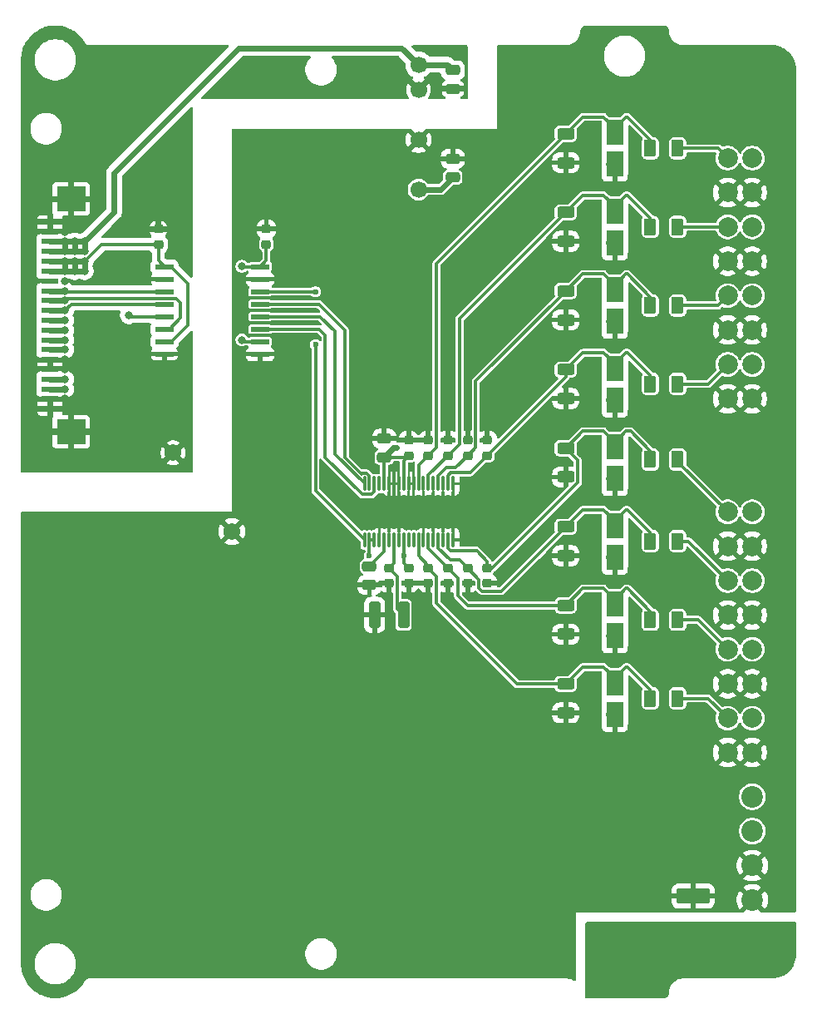
<source format=gbr>
%TF.GenerationSoftware,KiCad,Pcbnew,9.0.2*%
%TF.CreationDate,2025-06-28T17:30:13+03:00*%
%TF.ProjectId,PMCNV-AI8IU,504d434e-562d-4414-9938-49552e6b6963,rev?*%
%TF.SameCoordinates,Original*%
%TF.FileFunction,Copper,L1,Top*%
%TF.FilePolarity,Positive*%
%FSLAX46Y46*%
G04 Gerber Fmt 4.6, Leading zero omitted, Abs format (unit mm)*
G04 Created by KiCad (PCBNEW 9.0.2) date 2025-06-28 17:30:13*
%MOMM*%
%LPD*%
G01*
G04 APERTURE LIST*
G04 Aperture macros list*
%AMRoundRect*
0 Rectangle with rounded corners*
0 $1 Rounding radius*
0 $2 $3 $4 $5 $6 $7 $8 $9 X,Y pos of 4 corners*
0 Add a 4 corners polygon primitive as box body*
4,1,4,$2,$3,$4,$5,$6,$7,$8,$9,$2,$3,0*
0 Add four circle primitives for the rounded corners*
1,1,$1+$1,$2,$3*
1,1,$1+$1,$4,$5*
1,1,$1+$1,$6,$7*
1,1,$1+$1,$8,$9*
0 Add four rect primitives between the rounded corners*
20,1,$1+$1,$2,$3,$4,$5,0*
20,1,$1+$1,$4,$5,$6,$7,0*
20,1,$1+$1,$6,$7,$8,$9,0*
20,1,$1+$1,$8,$9,$2,$3,0*%
G04 Aperture macros list end*
%TA.AperFunction,SMDPad,CuDef*%
%ADD10R,1.800000X0.600000*%
%TD*%
%TA.AperFunction,SMDPad,CuDef*%
%ADD11R,3.000000X2.600000*%
%TD*%
%TA.AperFunction,SMDPad,CuDef*%
%ADD12RoundRect,0.250000X-0.375000X-0.625000X0.375000X-0.625000X0.375000X0.625000X-0.375000X0.625000X0*%
%TD*%
%TA.AperFunction,SMDPad,CuDef*%
%ADD13R,1.651000X2.565400*%
%TD*%
%TA.AperFunction,ComponentPad*%
%ADD14C,2.000000*%
%TD*%
%TA.AperFunction,SMDPad,CuDef*%
%ADD15RoundRect,0.250000X-0.625000X0.312500X-0.625000X-0.312500X0.625000X-0.312500X0.625000X0.312500X0*%
%TD*%
%TA.AperFunction,SMDPad,CuDef*%
%ADD16RoundRect,0.225000X0.250000X-0.225000X0.250000X0.225000X-0.250000X0.225000X-0.250000X-0.225000X0*%
%TD*%
%TA.AperFunction,SMDPad,CuDef*%
%ADD17RoundRect,0.250000X-0.475000X0.250000X-0.475000X-0.250000X0.475000X-0.250000X0.475000X0.250000X0*%
%TD*%
%TA.AperFunction,ComponentPad*%
%ADD18C,1.700000*%
%TD*%
%TA.AperFunction,SMDPad,CuDef*%
%ADD19RoundRect,0.250000X0.325000X1.100000X-0.325000X1.100000X-0.325000X-1.100000X0.325000X-1.100000X0*%
%TD*%
%TA.AperFunction,SMDPad,CuDef*%
%ADD20RoundRect,0.225000X-0.250000X0.225000X-0.250000X-0.225000X0.250000X-0.225000X0.250000X0.225000X0*%
%TD*%
%TA.AperFunction,ComponentPad*%
%ADD21O,6.350000X6.350000*%
%TD*%
%TA.AperFunction,ComponentPad*%
%ADD22C,2.200000*%
%TD*%
%TA.AperFunction,ComponentPad*%
%ADD23C,1.725000*%
%TD*%
%TA.AperFunction,SMDPad,CuDef*%
%ADD24RoundRect,0.075000X0.075000X-0.662500X0.075000X0.662500X-0.075000X0.662500X-0.075000X-0.662500X0*%
%TD*%
%TA.AperFunction,SMDPad,CuDef*%
%ADD25RoundRect,0.250000X1.450000X-0.537500X1.450000X0.537500X-1.450000X0.537500X-1.450000X-0.537500X0*%
%TD*%
%TA.AperFunction,SMDPad,CuDef*%
%ADD26RoundRect,0.250000X0.475000X-0.250000X0.475000X0.250000X-0.475000X0.250000X-0.475000X-0.250000X0*%
%TD*%
%TA.AperFunction,SMDPad,CuDef*%
%ADD27R,1.854200X0.482600*%
%TD*%
%TA.AperFunction,ViaPad*%
%ADD28C,0.800000*%
%TD*%
%TA.AperFunction,ViaPad*%
%ADD29C,0.600000*%
%TD*%
%TA.AperFunction,Conductor*%
%ADD30C,0.300000*%
%TD*%
%TA.AperFunction,Conductor*%
%ADD31C,0.600000*%
%TD*%
G04 APERTURE END LIST*
D10*
%TO.P,JM1,1,Pin_1*%
%TO.N,GND_MCU*%
X-36546000Y10500000D03*
%TO.P,JM1,2,Pin_2*%
X-36546000Y11500000D03*
%TO.P,JM1,3,Pin_3*%
%TO.N,/SCL_MCU*%
X-36546000Y12500000D03*
%TO.P,JM1,4,Pin_4*%
%TO.N,/SDA_MCU*%
X-36546000Y13500000D03*
%TO.P,JM1,5,Pin_5*%
%TO.N,GND_MCU*%
X-36546000Y14500000D03*
%TO.P,JM1,6,Pin_6*%
X-36546000Y15500000D03*
%TO.P,JM1,7,Pin_7*%
%TO.N,/CS3_MCU*%
X-36546000Y16500000D03*
%TO.P,JM1,8,Pin_8*%
%TO.N,/CS2_MCU*%
X-36546000Y17500000D03*
%TO.P,JM1,9,Pin_9*%
%TO.N,/CS1_MCU*%
X-36546000Y18500000D03*
%TO.P,JM1,10,Pin_10*%
%TO.N,/CS0_MCU*%
X-36546000Y19500000D03*
%TO.P,JM1,11,Pin_11*%
%TO.N,/SCK_MCU*%
X-36546000Y20500000D03*
%TO.P,JM1,12,Pin_11*%
%TO.N,/MISO_MCU*%
X-36546000Y21500000D03*
%TO.P,JM1,13,Pin_11*%
%TO.N,/MOSI_MCU*%
X-36546000Y22500000D03*
%TO.P,JM1,14,Pin_11*%
%TO.N,GND_MCU*%
X-36546000Y23500000D03*
%TO.P,JM1,15,Pin_11*%
%TO.N,+3.3V_MCU*%
X-36546000Y24500000D03*
%TO.P,JM1,16,Pin_11*%
X-36546000Y25500000D03*
%TO.P,JM1,17,Pin_11*%
%TO.N,+5V_MCU*%
X-36546000Y26500000D03*
%TO.P,JM1,18,Pin_11*%
X-36546000Y27500000D03*
%TO.P,JM1,19,Pin_11*%
%TO.N,GND_MCU*%
X-36546000Y28500000D03*
%TO.P,JM1,20,Pin_11*%
X-36546000Y29500000D03*
D11*
%TO.P,JM1,MP1,Pin_11*%
X-34375000Y8150000D03*
%TO.P,JM1,MP2,Pin_11*%
X-34375000Y31850000D03*
%TD*%
D12*
%TO.P,F2,1*%
%TO.N,/AIN_4P*%
X24600000Y29000000D03*
%TO.P,F2,2*%
%TO.N,/1.SIG+*%
X27400000Y29000000D03*
%TD*%
%TO.P,F7,1*%
%TO.N,/AIN_7P*%
X24600000Y-11000000D03*
%TO.P,F7,2*%
%TO.N,/6.SIG+*%
X27400000Y-11000000D03*
%TD*%
D13*
%TO.P,D5,1,A1*%
%TO.N,GND_CNV*%
X21000000Y3387100D03*
%TO.P,D5,2,A2*%
%TO.N,/AIN_1P*%
X21000000Y6612900D03*
%TD*%
D14*
%TO.P,J5,1,Pin_1*%
%TO.N,GND_CNV*%
X32500000Y-24500000D03*
%TO.P,J5,2,Pin_3*%
%TO.N,/7.SIG+*%
X32500000Y-21000000D03*
%TO.P,J5,3,3*%
%TO.N,GND_CNV*%
X32500000Y-17500000D03*
%TO.P,J5,4,4*%
%TO.N,/6.SIG+*%
X32500000Y-14000000D03*
%TO.P,J5,5,Pin_9*%
%TO.N,GND_CNV*%
X32500000Y-10500000D03*
%TO.P,J5,6,Pin_9*%
%TO.N,/5.SIG+*%
X32500000Y-7000000D03*
%TO.P,J5,7,Pin_9*%
%TO.N,GND_CNV*%
X32500000Y-3500000D03*
%TO.P,J5,8,Pin_9*%
%TO.N,/4.SIG+*%
X32500000Y0D03*
%TO.P,J5,9,Pin_2*%
%TO.N,GND_CNV*%
X35000000Y-24500000D03*
%TO.P,J5,10,Pin_4*%
%TO.N,+24V_CNV*%
X35000000Y-21000000D03*
%TO.P,J5,11,Pin_6*%
%TO.N,GND_CNV*%
X35000000Y-17500000D03*
%TO.P,J5,12,Pin_8*%
%TO.N,+24V_CNV*%
X35000000Y-14000000D03*
%TO.P,J5,13,Pin_10*%
%TO.N,GND_CNV*%
X35000000Y-10500000D03*
%TO.P,J5,14,Pin_10*%
%TO.N,+24V_CNV*%
X35000000Y-7000000D03*
%TO.P,J5,15,Pin_10*%
%TO.N,GND_CNV*%
X35000000Y-3500000D03*
%TO.P,J5,16,Pin_10*%
%TO.N,+24V_CNV*%
X35000000Y0D03*
%TD*%
D15*
%TO.P,R6,1*%
%TO.N,/AIN_0P*%
X16000000Y-1537500D03*
%TO.P,R6,2*%
%TO.N,GND_CNV*%
X16000000Y-4462500D03*
%TD*%
D12*
%TO.P,F3,1*%
%TO.N,/AIN_3P*%
X24600000Y21000000D03*
%TO.P,F3,2*%
%TO.N,/2.SIG+*%
X27400000Y21000000D03*
%TD*%
D16*
%TO.P,C13,1*%
%TO.N,/AIN_5P*%
X2000000Y5725000D03*
%TO.P,C13,2*%
%TO.N,GND_CNV*%
X2000000Y7275000D03*
%TD*%
D17*
%TO.P,C1,1*%
%TO.N,+5V_MCU*%
X4500000Y44950000D03*
%TO.P,C1,2*%
%TO.N,GND_MCU*%
X4500000Y43050000D03*
%TD*%
D13*
%TO.P,D3,1,A1*%
%TO.N,GND_CNV*%
X21000000Y19387100D03*
%TO.P,D3,2,A2*%
%TO.N,/AIN_3P*%
X21000000Y22612900D03*
%TD*%
D14*
%TO.P,J4,1,Pin_1*%
%TO.N,GND_CNV*%
X32500000Y11500000D03*
%TO.P,J4,2,Pin_3*%
%TO.N,/3.SIG+*%
X32500000Y15000000D03*
%TO.P,J4,3,3*%
%TO.N,GND_CNV*%
X32500000Y18500000D03*
%TO.P,J4,4,4*%
%TO.N,/2.SIG+*%
X32500000Y22000000D03*
%TO.P,J4,5,Pin_9*%
%TO.N,GND_CNV*%
X32500000Y25500000D03*
%TO.P,J4,6,Pin_9*%
%TO.N,/1.SIG+*%
X32500000Y29000000D03*
%TO.P,J4,7,Pin_9*%
%TO.N,GND_CNV*%
X32500000Y32500000D03*
%TO.P,J4,8,Pin_9*%
%TO.N,/0.SIG+*%
X32500000Y36000000D03*
%TO.P,J4,9,Pin_2*%
%TO.N,GND_CNV*%
X35000000Y11500000D03*
%TO.P,J4,10,Pin_4*%
%TO.N,+24V_CNV*%
X35000000Y15000000D03*
%TO.P,J4,11,Pin_6*%
%TO.N,GND_CNV*%
X35000000Y18500000D03*
%TO.P,J4,12,Pin_8*%
%TO.N,+24V_CNV*%
X35000000Y22000000D03*
%TO.P,J4,13,Pin_10*%
%TO.N,GND_CNV*%
X35000000Y25500000D03*
%TO.P,J4,14,Pin_10*%
%TO.N,+24V_CNV*%
X35000000Y29000000D03*
%TO.P,J4,15,Pin_10*%
%TO.N,GND_CNV*%
X35000000Y32500000D03*
%TO.P,J4,16,Pin_10*%
%TO.N,+24V_CNV*%
X35000000Y36000000D03*
%TD*%
D18*
%TO.P,PS1,1,Vin*%
%TO.N,+5V_MCU*%
X1000000Y45500000D03*
%TO.P,PS1,2,GND*%
%TO.N,GND_MCU*%
X1000000Y42960000D03*
%TO.P,PS1,4,0V*%
%TO.N,GND_CNV*%
X1000000Y37880000D03*
%TO.P,PS1,6,+V*%
%TO.N,+5V_CNV*%
X1000000Y32800000D03*
%TD*%
D15*
%TO.P,R1,1*%
%TO.N,/AIN_5P*%
X16000000Y38462500D03*
%TO.P,R1,2*%
%TO.N,GND_CNV*%
X16000000Y35537500D03*
%TD*%
D16*
%TO.P,C11,1*%
%TO.N,+5V_CNV*%
X0Y5725000D03*
%TO.P,C11,2*%
%TO.N,GND_CNV*%
X0Y7275000D03*
%TD*%
D15*
%TO.P,R4,1*%
%TO.N,/AIN_2P*%
X16000000Y14462500D03*
%TO.P,R4,2*%
%TO.N,GND_CNV*%
X16000000Y11537500D03*
%TD*%
D19*
%TO.P,C7,1*%
%TO.N,Net-(U4-REFCAP)*%
X-525000Y-10500000D03*
%TO.P,C7,2*%
%TO.N,GND_CNV*%
X-3475000Y-10500000D03*
%TD*%
D15*
%TO.P,R2,1*%
%TO.N,/AIN_4P*%
X16000000Y30462500D03*
%TO.P,R2,2*%
%TO.N,GND_CNV*%
X16000000Y27537500D03*
%TD*%
D20*
%TO.P,C3,1*%
%TO.N,GND_MCU*%
X-25500000Y28775000D03*
%TO.P,C3,2*%
%TO.N,+3.3V_MCU*%
X-25500000Y27225000D03*
%TD*%
D17*
%TO.P,C10,1*%
%TO.N,GND_CNV*%
X-2500000Y7450000D03*
%TO.P,C10,2*%
%TO.N,+5V_CNV*%
X-2500000Y5550000D03*
%TD*%
D20*
%TO.P,C18,1*%
%TO.N,/AIN_0P*%
X6000000Y-5725000D03*
%TO.P,C18,2*%
%TO.N,GND_CNV*%
X6000000Y-7275000D03*
%TD*%
D15*
%TO.P,R3,1*%
%TO.N,/AIN_3P*%
X16000000Y22462500D03*
%TO.P,R3,2*%
%TO.N,GND_CNV*%
X16000000Y19537500D03*
%TD*%
D20*
%TO.P,C12,1*%
%TO.N,+5V_CNV*%
X0Y-5725000D03*
%TO.P,C12,2*%
%TO.N,GND_CNV*%
X0Y-7275000D03*
%TD*%
D13*
%TO.P,D2,1,A1*%
%TO.N,GND_CNV*%
X21000000Y27387100D03*
%TO.P,D2,2,A2*%
%TO.N,/AIN_4P*%
X21000000Y30612900D03*
%TD*%
D21*
%TO.P,D9,1,1*%
%TO.N,PE*%
X22000000Y-46000000D03*
%TD*%
D22*
%TO.P,J6,1,Pin_1*%
%TO.N,PE*%
X35000000Y-43000000D03*
%TO.P,J6,2,Pin_2*%
%TO.N,GND_CNV*%
X35000000Y-39500000D03*
%TO.P,J6,3,Pin_3*%
X35000000Y-36000000D03*
%TO.P,J6,4,Pin_4*%
%TO.N,+24V_CNV*%
X35000000Y-32500000D03*
%TO.P,J6,5,Pin_5*%
X35000000Y-29000000D03*
%TD*%
D13*
%TO.P,D4,1,A1*%
%TO.N,GND_CNV*%
X21000000Y11387100D03*
%TO.P,D4,2,A2*%
%TO.N,/AIN_2P*%
X21000000Y14612900D03*
%TD*%
D15*
%TO.P,R5,1*%
%TO.N,/AIN_1P*%
X16000000Y6462500D03*
%TO.P,R5,2*%
%TO.N,GND_CNV*%
X16000000Y3537500D03*
%TD*%
D12*
%TO.P,F5,1*%
%TO.N,/AIN_1P*%
X24600000Y5325000D03*
%TO.P,F5,2*%
%TO.N,/4.SIG+*%
X27400000Y5325000D03*
%TD*%
D16*
%TO.P,C15,1*%
%TO.N,/AIN_3P*%
X6000000Y5725000D03*
%TO.P,C15,2*%
%TO.N,GND_CNV*%
X6000000Y7275000D03*
%TD*%
D15*
%TO.P,R8,1*%
%TO.N,/AIN_6P*%
X16000000Y-17537500D03*
%TO.P,R8,2*%
%TO.N,GND_CNV*%
X16000000Y-20462500D03*
%TD*%
D13*
%TO.P,D1,1,A1*%
%TO.N,GND_CNV*%
X21000000Y35387100D03*
%TO.P,D1,2,A2*%
%TO.N,/AIN_5P*%
X21000000Y38612900D03*
%TD*%
D20*
%TO.P,C20,1*%
%TO.N,/AIN_6P*%
X2000000Y-5725000D03*
%TO.P,C20,2*%
%TO.N,GND_CNV*%
X2000000Y-7275000D03*
%TD*%
D15*
%TO.P,R7,1*%
%TO.N,/AIN_7P*%
X16000000Y-9537500D03*
%TO.P,R7,2*%
%TO.N,GND_CNV*%
X16000000Y-12462500D03*
%TD*%
D13*
%TO.P,D6,1,A1*%
%TO.N,GND_CNV*%
X21000000Y-4612900D03*
%TO.P,D6,2,A2*%
%TO.N,/AIN_0P*%
X21000000Y-1387100D03*
%TD*%
D23*
%TO.P,U2,1*%
%TO.N,GND_MCU*%
X-24000000Y6000000D03*
%TD*%
D20*
%TO.P,C19,1*%
%TO.N,/AIN_7P*%
X4000000Y-5725000D03*
%TO.P,C19,2*%
%TO.N,GND_CNV*%
X4000000Y-7275000D03*
%TD*%
D16*
%TO.P,C14,1*%
%TO.N,/AIN_4P*%
X4000000Y5725000D03*
%TO.P,C14,2*%
%TO.N,GND_CNV*%
X4000000Y7275000D03*
%TD*%
D24*
%TO.P,U4,1,SDI*%
%TO.N,/MOSI_CNV*%
X-4500000Y-2862500D03*
%TO.P,U4,2,~{RST/PD}*%
%TO.N,+5V_CNV*%
X-4000000Y-2862500D03*
%TO.P,U4,3,DAISY*%
X-3500000Y-2862500D03*
%TO.P,U4,4,~{REFSEL}*%
%TO.N,GND_CNV*%
X-3000000Y-2862500D03*
%TO.P,U4,5,REFIO*%
%TO.N,Net-(U4-REFIO)*%
X-2500000Y-2862500D03*
%TO.P,U4,6,REFGND*%
%TO.N,GND_CNV*%
X-2000000Y-2862500D03*
%TO.P,U4,7,REFCAP*%
%TO.N,Net-(U4-REFCAP)*%
X-1500000Y-2862500D03*
%TO.P,U4,8,AGND*%
%TO.N,GND_CNV*%
X-1000000Y-2862500D03*
%TO.P,U4,9,AVDD*%
%TO.N,+5V_CNV*%
X-500000Y-2862500D03*
%TO.P,U4,10,AUX_IN*%
%TO.N,unconnected-(U4-AUX_IN-Pad10)*%
X0Y-2862500D03*
%TO.P,U4,11,AUX_GND*%
%TO.N,unconnected-(U4-AUX_GND-Pad11)*%
X500000Y-2862500D03*
%TO.P,U4,12,AIN_6P*%
%TO.N,/AIN_6P*%
X1000000Y-2862500D03*
%TO.P,U4,13,AIN_6GND*%
%TO.N,GND_CNV*%
X1500000Y-2862500D03*
%TO.P,U4,14,AIN_7P*%
%TO.N,/AIN_7P*%
X2000000Y-2862500D03*
%TO.P,U4,15,AIN_7GND*%
%TO.N,GND_CNV*%
X2500000Y-2862500D03*
%TO.P,U4,16,AIN_0P*%
%TO.N,/AIN_0P*%
X3000000Y-2862500D03*
%TO.P,U4,17,AIN_0GND*%
%TO.N,GND_CNV*%
X3500000Y-2862500D03*
%TO.P,U4,18,AIN_1P*%
%TO.N,/AIN_1P*%
X4000000Y-2862500D03*
%TO.P,U4,19,AIN_1GND*%
%TO.N,GND_CNV*%
X4500000Y-2862500D03*
%TO.P,U4,20,AIN_2GND*%
X4500000Y2862500D03*
%TO.P,U4,21,AIN_2P*%
%TO.N,/AIN_2P*%
X4000000Y2862500D03*
%TO.P,U4,22,AIN_3GND*%
%TO.N,GND_CNV*%
X3500000Y2862500D03*
%TO.P,U4,23,AIN_3P*%
%TO.N,/AIN_3P*%
X3000000Y2862500D03*
%TO.P,U4,24,AIN_4GND*%
%TO.N,GND_CNV*%
X2500000Y2862500D03*
%TO.P,U4,25,AIN_4P*%
%TO.N,/AIN_4P*%
X2000000Y2862500D03*
%TO.P,U4,26,AIN_5GND*%
%TO.N,GND_CNV*%
X1500000Y2862500D03*
%TO.P,U4,27,AIN_5P*%
%TO.N,/AIN_5P*%
X1000000Y2862500D03*
%TO.P,U4,28,AGND*%
%TO.N,GND_CNV*%
X500000Y2862500D03*
%TO.P,U4,29,AGND*%
X0Y2862500D03*
%TO.P,U4,30,AVDD*%
%TO.N,+5V_CNV*%
X-500000Y2862500D03*
%TO.P,U4,31,AGND*%
%TO.N,GND_CNV*%
X-1000000Y2862500D03*
%TO.P,U4,32,AGND*%
X-1500000Y2862500D03*
%TO.P,U4,33,DGND*%
X-2000000Y2862500D03*
%TO.P,U4,34,DVDD*%
%TO.N,+5V_CNV*%
X-2500000Y2862500D03*
%TO.P,U4,35,DNC*%
%TO.N,unconnected-(U4-DNC-Pad35)*%
X-3000000Y2862500D03*
%TO.P,U4,36,SDO*%
%TO.N,/MISO_CNV*%
X-3500000Y2862500D03*
%TO.P,U4,37,SCLK*%
%TO.N,/SCK_CNV*%
X-4000000Y2862500D03*
%TO.P,U4,38,~{CS}*%
%TO.N,/CS_CNV*%
X-4500000Y2862500D03*
%TD*%
D20*
%TO.P,C17,1*%
%TO.N,/AIN_1P*%
X8000000Y-5725000D03*
%TO.P,C17,2*%
%TO.N,GND_CNV*%
X8000000Y-7275000D03*
%TD*%
D13*
%TO.P,D8,1,A1*%
%TO.N,GND_CNV*%
X21000000Y-20612900D03*
%TO.P,D8,2,A2*%
%TO.N,/AIN_6P*%
X21000000Y-17387100D03*
%TD*%
D17*
%TO.P,C9,1*%
%TO.N,Net-(U4-REFIO)*%
X-4000000Y-5550000D03*
%TO.P,C9,2*%
%TO.N,GND_CNV*%
X-4000000Y-7450000D03*
%TD*%
D16*
%TO.P,C16,1*%
%TO.N,/AIN_2P*%
X8000000Y5725000D03*
%TO.P,C16,2*%
%TO.N,GND_CNV*%
X8000000Y7275000D03*
%TD*%
D12*
%TO.P,F8,1*%
%TO.N,/AIN_6P*%
X24600000Y-19000000D03*
%TO.P,F8,2*%
%TO.N,/7.SIG+*%
X27400000Y-19000000D03*
%TD*%
D16*
%TO.P,C4,1*%
%TO.N,+5V_CNV*%
X-14500000Y27225000D03*
%TO.P,C4,2*%
%TO.N,GND_CNV*%
X-14500000Y28775000D03*
%TD*%
D25*
%TO.P,C21,1*%
%TO.N,PE*%
X29000000Y-43387500D03*
%TO.P,C21,2*%
%TO.N,GND_CNV*%
X29000000Y-39112500D03*
%TD*%
D23*
%TO.P,U5,1*%
%TO.N,GND_CNV*%
X-18000000Y-2000000D03*
%TD*%
D20*
%TO.P,C8,1*%
%TO.N,Net-(U4-REFCAP)*%
X-2000000Y-5725000D03*
%TO.P,C8,2*%
%TO.N,GND_CNV*%
X-2000000Y-7275000D03*
%TD*%
D13*
%TO.P,D7,1,A1*%
%TO.N,GND_CNV*%
X21000000Y-12612900D03*
%TO.P,D7,2,A2*%
%TO.N,/AIN_7P*%
X21000000Y-9387100D03*
%TD*%
D12*
%TO.P,F6,1*%
%TO.N,/AIN_0P*%
X24600000Y-3000000D03*
%TO.P,F6,2*%
%TO.N,/5.SIG+*%
X27400000Y-3000000D03*
%TD*%
D26*
%TO.P,C2,1*%
%TO.N,+5V_CNV*%
X4500000Y34050000D03*
%TO.P,C2,2*%
%TO.N,GND_CNV*%
X4500000Y35950000D03*
%TD*%
D12*
%TO.P,F1,1*%
%TO.N,/AIN_5P*%
X24600000Y37000000D03*
%TO.P,F1,2*%
%TO.N,/0.SIG+*%
X27400000Y37000000D03*
%TD*%
%TO.P,F4,1*%
%TO.N,/AIN_2P*%
X24600000Y13000000D03*
%TO.P,F4,2*%
%TO.N,/3.SIG+*%
X27400000Y13000000D03*
%TD*%
D27*
%TO.P,U3,1,VDD*%
%TO.N,+3.3V_MCU*%
X-24876800Y24945000D03*
%TO.P,U3,2,GNDA*%
%TO.N,GND_MCU*%
X-24876800Y23675000D03*
%TO.P,U3,3,VI1*%
%TO.N,/MOSI_MCU*%
X-24876800Y22405000D03*
%TO.P,U3,4,VI2*%
%TO.N,/SCK_MCU*%
X-24876800Y21135000D03*
%TO.P,U3,5,VI3*%
%TO.N,/CS_MCU*%
X-24876800Y19865000D03*
%TO.P,U3,6,VO4*%
%TO.N,/MISO_MCU*%
X-24876800Y18595000D03*
%TO.P,U3,7,ENA*%
%TO.N,+3.3V_MCU*%
X-24876800Y17325000D03*
%TO.P,U3,8,GNDA*%
%TO.N,GND_MCU*%
X-24876800Y16055000D03*
%TO.P,U3,9,GNDB*%
%TO.N,GND_CNV*%
X-15123200Y16055000D03*
%TO.P,U3,10,ENB*%
%TO.N,+5V_CNV*%
X-15123200Y17325000D03*
%TO.P,U3,11,VI4*%
%TO.N,/MISO_CNV*%
X-15123200Y18595000D03*
%TO.P,U3,12,VO3*%
%TO.N,/CS_CNV*%
X-15123200Y19865000D03*
%TO.P,U3,13,VO2*%
%TO.N,/SCK_CNV*%
X-15123200Y21135000D03*
%TO.P,U3,14,VO1*%
%TO.N,/MOSI_CNV*%
X-15123200Y22405000D03*
%TO.P,U3,15,GNDB*%
%TO.N,GND_CNV*%
X-15123200Y23675000D03*
%TO.P,U3,16,VISO*%
%TO.N,+5V_CNV*%
X-15123200Y24945000D03*
%TD*%
D28*
%TO.N,GND_MCU*%
X-33000000Y34000000D03*
X-34500000Y34000000D03*
X-36000000Y34000000D03*
X-33000000Y6000000D03*
X-34500000Y6000000D03*
X-36000000Y6000000D03*
X-24000000Y28500000D03*
X-23000000Y27500000D03*
X-24000000Y26500000D03*
X-30750000Y24500000D03*
%TO.N,+5V_CNV*%
X-17000000Y17500000D03*
X-17000000Y25000000D03*
%TO.N,/CS_MCU*%
X-28500000Y20000000D03*
%TO.N,/CS3_MCU*%
X-35000000Y16500000D03*
%TO.N,/CS2_MCU*%
X-35000000Y17500000D03*
%TO.N,/CS1_MCU*%
X-35000000Y18500000D03*
%TO.N,/CS0_MCU*%
X-35000000Y19500000D03*
%TO.N,/SCK_MCU*%
X-35000000Y20500000D03*
%TO.N,/MISO_MCU*%
X-35000000Y21500000D03*
%TO.N,/MOSI_MCU*%
X-35000000Y22500000D03*
%TO.N,+3.3V_MCU*%
X-34000000Y24500000D03*
X-35000000Y24500000D03*
X-33000000Y24500000D03*
X-34000000Y25500000D03*
X-35000000Y25500000D03*
X-33000000Y25500000D03*
%TO.N,+5V_MCU*%
X-33000000Y26500000D03*
X-34000000Y26500000D03*
X-35000000Y26500000D03*
X-33000000Y27500000D03*
X-34000000Y27500000D03*
X-35000000Y27500000D03*
%TO.N,GND_MCU*%
X-35000000Y29500000D03*
X-35000000Y28500000D03*
X-35000000Y23500000D03*
X-35000000Y15500000D03*
X-35000000Y14500000D03*
%TO.N,/SDA_MCU*%
X-35000000Y13500000D03*
%TO.N,/SCL_MCU*%
X-35000000Y12500000D03*
%TO.N,GND_MCU*%
X-35000000Y11500000D03*
X-35000000Y10500000D03*
D29*
%TO.N,+5V_CNV*%
X-1250000Y6500000D03*
X-500000Y-4500000D03*
X-4000000Y-4500000D03*
%TO.N,/MOSI_CNV*%
X-9500000Y17000000D03*
X-9500000Y22405000D03*
%TD*%
D30*
%TO.N,/MISO_MCU*%
X-35000000Y21500000D02*
X-34822700Y21677300D01*
X-34822700Y21677300D02*
X-23677300Y21677300D01*
X-23677300Y21677300D02*
X-23250000Y21250000D01*
X-23250000Y21250000D02*
X-23250000Y19721400D01*
X-23250000Y19721400D02*
X-24376400Y18595000D01*
X-24376400Y18595000D02*
X-24876800Y18595000D01*
%TO.N,+3.3V_MCU*%
X-24876800Y17325000D02*
X-24191000Y17325000D01*
X-24191000Y17325000D02*
X-22500000Y19016000D01*
X-22500000Y19016000D02*
X-22500000Y23254000D01*
X-22500000Y23254000D02*
X-24191000Y24945000D01*
X-24191000Y24945000D02*
X-24876800Y24945000D01*
%TO.N,/MOSI_CNV*%
X-9500000Y22405000D02*
X-15123200Y22405000D01*
%TO.N,/SCK_CNV*%
X-4000000Y2862500D02*
X-4049000Y2911500D01*
X-4267176Y3901000D02*
X-4732824Y3901000D01*
X-4049000Y2911500D02*
X-4049000Y3682824D01*
X-6500000Y5500310D02*
X-6500000Y18500000D01*
X-4049000Y3682824D02*
X-4267176Y3901000D01*
X-9135000Y21135000D02*
X-15123200Y21135000D01*
X-4732824Y3901000D02*
X-4816757Y3817067D01*
X-4816757Y3817067D02*
X-6500000Y5500310D01*
X-6500000Y18500000D02*
X-9135000Y21135000D01*
%TO.N,/CS_CNV*%
X-15123200Y19865000D02*
X-9000000Y19865000D01*
X-9000000Y19865000D02*
X-7500000Y18365000D01*
X-7500000Y18365000D02*
X-7500000Y5862500D01*
X-7500000Y5862500D02*
X-4500000Y2862500D01*
%TO.N,/MISO_CNV*%
X-3500000Y2862500D02*
X-3500000Y2021880D01*
X-3746880Y1775000D02*
X-4753120Y1775000D01*
X-3500000Y2021880D02*
X-3746880Y1775000D01*
X-4753120Y1775000D02*
X-8500000Y5521880D01*
X-8500000Y5521880D02*
X-8500000Y18000000D01*
X-8500000Y18000000D02*
X-9095000Y18595000D01*
X-9095000Y18595000D02*
X-15123200Y18595000D01*
%TO.N,/MOSI_CNV*%
X-9500000Y17000000D02*
X-9500000Y2137500D01*
X-9500000Y2137500D02*
X-4500000Y-2862500D01*
%TO.N,+5V_CNV*%
X-16825000Y17325000D02*
X-17000000Y17500000D01*
X-15123200Y17325000D02*
X-16825000Y17325000D01*
X-16945000Y24945000D02*
X-17000000Y25000000D01*
X-15123200Y24945000D02*
X-16945000Y24945000D01*
%TO.N,+3.3V_MCU*%
X-25500000Y27225000D02*
X-31275000Y27225000D01*
X-31275000Y27225000D02*
X-33000000Y25500000D01*
%TO.N,+5V_CNV*%
X-14500000Y27225000D02*
X-14500000Y25568200D01*
X-14500000Y25568200D02*
X-15123200Y24945000D01*
%TO.N,+3.3V_MCU*%
X-25500000Y27225000D02*
X-25500000Y25568200D01*
X-25500000Y25568200D02*
X-24876800Y24945000D01*
%TO.N,/SCK_MCU*%
X-24876800Y21135000D02*
X-34365000Y21135000D01*
X-34365000Y21135000D02*
X-35000000Y20500000D01*
%TO.N,/MOSI_MCU*%
X-24876800Y22405000D02*
X-34905000Y22405000D01*
X-34905000Y22405000D02*
X-35000000Y22500000D01*
D31*
%TO.N,+5V_MCU*%
X-30000009Y34499991D02*
X-30000009Y30499991D01*
X-30000009Y30499991D02*
X-33000000Y27500000D01*
%TO.N,/CS3_MCU*%
X-36546000Y16500000D02*
X-35000000Y16500000D01*
%TO.N,/CS2_MCU*%
X-36546000Y17500000D02*
X-35000000Y17500000D01*
%TO.N,/CS1_MCU*%
X-36546000Y18500000D02*
X-35000000Y18500000D01*
%TO.N,/CS0_MCU*%
X-36546000Y19500000D02*
X-35000000Y19500000D01*
%TO.N,/SCK_MCU*%
X-36546000Y20500000D02*
X-35000000Y20500000D01*
%TO.N,/MISO_MCU*%
X-36546000Y21500000D02*
X-35000000Y21500000D01*
%TO.N,/MOSI_MCU*%
X-36546000Y22500000D02*
X-35000000Y22500000D01*
%TO.N,+3.3V_MCU*%
X-35000000Y25500000D02*
X-35000000Y24500000D01*
X-34000000Y25500000D02*
X-34000000Y24500000D01*
X-33000000Y25500000D02*
X-33000000Y24500000D01*
X-34000000Y24500000D02*
X-33000000Y24500000D01*
X-35000000Y24500000D02*
X-34000000Y24500000D01*
X-36546000Y24500000D02*
X-35000000Y24500000D01*
X-34000000Y25500000D02*
X-33000000Y25500000D01*
X-35000000Y25500000D02*
X-34000000Y25500000D01*
X-36546000Y25500000D02*
X-35000000Y25500000D01*
%TO.N,+5V_MCU*%
X-33000000Y27500000D02*
X-33000000Y26500000D01*
X-34000000Y27500000D02*
X-34000000Y26500000D01*
X-35000000Y27500000D02*
X-35000000Y26500000D01*
X-34000000Y26500000D02*
X-33000000Y26500000D01*
X-35000000Y26500000D02*
X-34000000Y26500000D01*
X-36546000Y26500000D02*
X-35000000Y26500000D01*
X-34000000Y27500000D02*
X-33000000Y27500000D01*
X-35000000Y27500000D02*
X-34000000Y27500000D01*
X-36546000Y27500000D02*
X-35000000Y27500000D01*
%TO.N,/SDA_MCU*%
X-36546000Y13500000D02*
X-35000000Y13500000D01*
%TO.N,/SCL_MCU*%
X-36546000Y12500000D02*
X-35000000Y12500000D01*
%TO.N,+5V_MCU*%
X-17301000Y47199000D02*
X-699000Y47199000D01*
X1000000Y45500000D02*
X3950000Y45500000D01*
X-699000Y47199000D02*
X1000000Y45500000D01*
X-30000009Y34499991D02*
X-17301000Y47199000D01*
X3950000Y45500000D02*
X4500000Y44950000D01*
D30*
%TO.N,/0.SIG+*%
X27400000Y37000000D02*
X31500000Y37000000D01*
X31500000Y37000000D02*
X32500000Y36000000D01*
%TO.N,/AIN_6P*%
X16000000Y-17537500D02*
X11037500Y-17537500D01*
X19874500Y-15804400D02*
X21000000Y-16929900D01*
X2000000Y-5725000D02*
X2000000Y-5500000D01*
X17733100Y-15804400D02*
X19874500Y-15804400D01*
X24600000Y-18125000D02*
X22279400Y-15804400D01*
X24600000Y-19000000D02*
X24600000Y-18125000D01*
X2825000Y-6550000D02*
X2000000Y-5725000D01*
X2825000Y-9325000D02*
X2825000Y-6550000D01*
X11037500Y-17537500D02*
X2825000Y-9325000D01*
X22125500Y-15804400D02*
X21000000Y-16929900D01*
X2000000Y-5500000D02*
X1000000Y-4500000D01*
X22279400Y-15804400D02*
X22125500Y-15804400D01*
X1000000Y-4500000D02*
X1000000Y-2862500D01*
X16000000Y-17537500D02*
X17733100Y-15804400D01*
X21000000Y-16929900D02*
X21000000Y-17387100D01*
%TO.N,/AIN_7P*%
X5000000Y-8534704D02*
X5000000Y-6725000D01*
X16000000Y-9537500D02*
X17733100Y-7804400D01*
X4000000Y-5725000D02*
X2000000Y-3725000D01*
X19874500Y-7804400D02*
X21000000Y-8929900D01*
X21000000Y-8929900D02*
X21000000Y-9387100D01*
X24600000Y-11000000D02*
X24600000Y-10125000D01*
X5000000Y-6725000D02*
X4000000Y-5725000D01*
X24600000Y-10125000D02*
X22279400Y-7804400D01*
X22279400Y-7804400D02*
X22125500Y-7804400D01*
X6002796Y-9537500D02*
X5000000Y-8534704D01*
X16000000Y-9537500D02*
X6002796Y-9537500D01*
X2000000Y-3725000D02*
X2000000Y-2862500D01*
X22125500Y-7804400D02*
X21000000Y-8929900D01*
X17733100Y-7804400D02*
X19874500Y-7804400D01*
%TO.N,/1.SIG+*%
X27400000Y29000000D02*
X32500000Y29000000D01*
%TO.N,/5.SIG+*%
X27400000Y-3000000D02*
X28500000Y-3000000D01*
X28500000Y-3000000D02*
X32500000Y-7000000D01*
%TO.N,/7.SIG+*%
X30500000Y-19000000D02*
X32500000Y-21000000D01*
X27400000Y-19000000D02*
X30500000Y-19000000D01*
%TO.N,/6.SIG+*%
X27400000Y-11000000D02*
X29500000Y-11000000D01*
X29500000Y-11000000D02*
X32500000Y-14000000D01*
%TO.N,/4.SIG+*%
X27400000Y5325000D02*
X27400000Y5100000D01*
X27400000Y5100000D02*
X32500000Y0D01*
%TO.N,/3.SIG+*%
X27400000Y13000000D02*
X30500000Y13000000D01*
X30500000Y13000000D02*
X32500000Y15000000D01*
%TO.N,/2.SIG+*%
X31500000Y21000000D02*
X32500000Y22000000D01*
X27400000Y21000000D02*
X31500000Y21000000D01*
%TO.N,/AIN_1P*%
X4246880Y-3950000D02*
X4000000Y-3703120D01*
X21000000Y7070100D02*
X21000000Y6612900D01*
X17225000Y5237500D02*
X17225000Y2969544D01*
X22604400Y8195600D02*
X22125500Y8195600D01*
X22125500Y8195600D02*
X21000000Y7070100D01*
X6928120Y-3950000D02*
X4246880Y-3950000D01*
X24600000Y6200000D02*
X22604400Y8195600D01*
X24600000Y5325000D02*
X24600000Y6200000D01*
X16000000Y6462500D02*
X17733100Y8195600D01*
X8000000Y-5725000D02*
X8000000Y-5021880D01*
X4000000Y-3703120D02*
X4000000Y-2862500D01*
X16000000Y6462500D02*
X17225000Y5237500D01*
X8000000Y-5021880D02*
X6928120Y-3950000D01*
X17733100Y8195600D02*
X19874500Y8195600D01*
X8530456Y-5725000D02*
X8000000Y-5725000D01*
X17225000Y2969544D02*
X8530456Y-5725000D01*
X19874500Y8195600D02*
X21000000Y7070100D01*
%TO.N,/AIN_2P*%
X16000000Y13725000D02*
X8000000Y5725000D01*
X16000000Y14462500D02*
X17733100Y16195600D01*
X24600000Y13875000D02*
X22279400Y16195600D01*
X8000000Y5725000D02*
X6275000Y4000000D01*
X17733100Y16195600D02*
X19874500Y16195600D01*
X19874500Y16195600D02*
X21000000Y15070100D01*
X24600000Y13000000D02*
X24600000Y13875000D01*
X22125500Y16195600D02*
X21000000Y15070100D01*
X4000000Y3703120D02*
X4000000Y2862500D01*
X21000000Y15070100D02*
X21000000Y14612900D01*
X6275000Y4000000D02*
X4296880Y4000000D01*
X4296880Y4000000D02*
X4000000Y3703120D01*
X16000000Y14462500D02*
X16000000Y13725000D01*
X22279400Y16195600D02*
X22125500Y16195600D01*
%TO.N,/AIN_0P*%
X6000000Y-5725000D02*
X5200000Y-4925000D01*
X4221880Y-4925000D02*
X3000000Y-3703120D01*
X9462500Y-8075000D02*
X7505592Y-8075000D01*
X24600000Y-2125000D02*
X22279400Y195600D01*
X17733100Y195600D02*
X19874500Y195600D01*
X5200000Y-4925000D02*
X4221880Y-4925000D01*
X16000000Y-1537500D02*
X17733100Y195600D01*
X22125500Y195600D02*
X21000000Y-929900D01*
X21000000Y-929900D02*
X21000000Y-1387100D01*
X7175000Y-6900000D02*
X6000000Y-5725000D01*
X16000000Y-1537500D02*
X9462500Y-8075000D01*
X7505592Y-8075000D02*
X7175000Y-7744408D01*
X24600000Y-3000000D02*
X24600000Y-2125000D01*
X7175000Y-7744408D02*
X7175000Y-6900000D01*
X3000000Y-3703120D02*
X3000000Y-2862500D01*
X22279400Y195600D02*
X22125500Y195600D01*
X19874500Y195600D02*
X21000000Y-929900D01*
%TO.N,/AIN_4P*%
X22125500Y32195600D02*
X21000000Y31070100D01*
X5175000Y19637500D02*
X5175000Y6900000D01*
X5175000Y6900000D02*
X4000000Y5725000D01*
X19874500Y32195600D02*
X21000000Y31070100D01*
X21000000Y31070100D02*
X21000000Y30612900D01*
X2000000Y3725000D02*
X2000000Y2862500D01*
X24600000Y29875000D02*
X22279400Y32195600D01*
X22279400Y32195600D02*
X22125500Y32195600D01*
X16000000Y30462500D02*
X17733100Y32195600D01*
X17733100Y32195600D02*
X19874500Y32195600D01*
X16000000Y30462500D02*
X5175000Y19637500D01*
X4000000Y5725000D02*
X2000000Y3725000D01*
X24600000Y29000000D02*
X24600000Y29875000D01*
%TO.N,/AIN_3P*%
X24600000Y21875000D02*
X22279400Y24195600D01*
X6825000Y13287500D02*
X6825000Y6550000D01*
X3000000Y3703120D02*
X3000000Y2862500D01*
X4775000Y4500000D02*
X3796880Y4500000D01*
X24600000Y21000000D02*
X24600000Y21875000D01*
X19874500Y24195600D02*
X21000000Y23070100D01*
X22279400Y24195600D02*
X22125500Y24195600D01*
X6000000Y5725000D02*
X4775000Y4500000D01*
X16000000Y22462500D02*
X17733100Y24195600D01*
X6825000Y6550000D02*
X6000000Y5725000D01*
X22125500Y24195600D02*
X21000000Y23070100D01*
X21000000Y23070100D02*
X21000000Y22612900D01*
X16000000Y22462500D02*
X6825000Y13287500D01*
X3796880Y4500000D02*
X3000000Y3703120D01*
X17733100Y24195600D02*
X19874500Y24195600D01*
%TO.N,/AIN_5P*%
X21000000Y39070100D02*
X21000000Y38612900D01*
X19874500Y40195600D02*
X21000000Y39070100D01*
X1000000Y4725000D02*
X1000000Y2862500D01*
X2825000Y25287500D02*
X2825000Y6550000D01*
X22125500Y40195600D02*
X21000000Y39070100D01*
X16000000Y38462500D02*
X17733100Y40195600D01*
X2000000Y5725000D02*
X1000000Y4725000D01*
X24600000Y37000000D02*
X24600000Y37875000D01*
X16000000Y38462500D02*
X2825000Y25287500D01*
X17733100Y40195600D02*
X19874500Y40195600D01*
X22279400Y40195600D02*
X22125500Y40195600D01*
X2825000Y6550000D02*
X2000000Y5725000D01*
X24600000Y37875000D02*
X22279400Y40195600D01*
%TO.N,Net-(U4-REFCAP)*%
X-1175000Y-9850000D02*
X-1175000Y-6550000D01*
X-1175000Y-6550000D02*
X-2000000Y-5725000D01*
X-1500000Y-5225000D02*
X-1500000Y-2862500D01*
X-525000Y-10500000D02*
X-1175000Y-9850000D01*
X-2000000Y-5725000D02*
X-1500000Y-5225000D01*
%TO.N,Net-(U4-REFIO)*%
X-2500000Y-4050000D02*
X-2500000Y-2862500D01*
X-4000000Y-5550000D02*
X-2500000Y-4050000D01*
%TO.N,+5V_CNV*%
X-500000Y5225000D02*
X-500000Y2862500D01*
X-175000Y5550000D02*
X0Y5725000D01*
X-4000000Y-2862500D02*
X-3500000Y-2862500D01*
D31*
X1000000Y32800000D02*
X3250000Y32800000D01*
D30*
X-4000000Y-4500000D02*
X-4000000Y-2862500D01*
D31*
X-1250000Y6500000D02*
X-1550000Y6500000D01*
D30*
X-500000Y-4500000D02*
X-500000Y-2862500D01*
X0Y-5725000D02*
X-500000Y-5225000D01*
D31*
X-1550000Y6500000D02*
X-2500000Y5550000D01*
D30*
X-2500000Y5550000D02*
X-175000Y5550000D01*
X0Y5725000D02*
X-500000Y5225000D01*
D31*
X3250000Y32800000D02*
X4500000Y34050000D01*
D30*
X-500000Y-5225000D02*
X-500000Y-4500000D01*
X-2500000Y5550000D02*
X-2500000Y2862500D01*
%TO.N,/CS_MCU*%
X-28365000Y19865000D02*
X-28500000Y20000000D01*
X-24876800Y19865000D02*
X-28365000Y19865000D01*
%TD*%
%TA.AperFunction,Conductor*%
%TO.N,PE*%
G36*
X39442539Y-41769685D02*
G01*
X39488294Y-41822489D01*
X39499500Y-41874000D01*
X39499500Y-44996249D01*
X39499274Y-45003736D01*
X39481728Y-45293794D01*
X39479923Y-45308659D01*
X39428219Y-45590798D01*
X39424635Y-45605336D01*
X39339306Y-45879167D01*
X39333997Y-45893168D01*
X39216275Y-46154736D01*
X39209316Y-46167995D01*
X39060928Y-46413459D01*
X39052422Y-46425782D01*
X38875526Y-46651573D01*
X38865596Y-46662781D01*
X38662781Y-46865596D01*
X38651573Y-46875526D01*
X38425782Y-47052422D01*
X38413459Y-47060928D01*
X38167995Y-47209316D01*
X38154736Y-47216275D01*
X37893168Y-47333997D01*
X37879167Y-47339306D01*
X37605336Y-47424635D01*
X37590798Y-47428219D01*
X37308659Y-47479923D01*
X37293794Y-47481728D01*
X37003736Y-47499274D01*
X36996249Y-47499500D01*
X27892682Y-47499500D01*
X27680235Y-47530044D01*
X27680225Y-47530047D01*
X27474284Y-47590517D01*
X27279061Y-47679672D01*
X27279048Y-47679679D01*
X27098485Y-47795720D01*
X26936275Y-47936275D01*
X26795720Y-48098485D01*
X26679679Y-48279048D01*
X26679672Y-48279061D01*
X26590517Y-48474284D01*
X26530047Y-48680225D01*
X26530044Y-48680235D01*
X26499500Y-48892682D01*
X26499500Y-48993038D01*
X26498720Y-49006923D01*
X26488540Y-49097264D01*
X26482362Y-49124333D01*
X26454648Y-49203537D01*
X26442600Y-49228555D01*
X26397957Y-49299604D01*
X26380644Y-49321313D01*
X26321313Y-49380644D01*
X26299604Y-49397957D01*
X26228555Y-49442600D01*
X26203537Y-49454648D01*
X26124333Y-49482362D01*
X26097264Y-49488540D01*
X26017075Y-49497576D01*
X26006921Y-49498720D01*
X25993038Y-49499500D01*
X18124000Y-49499500D01*
X18056961Y-49479815D01*
X18011206Y-49427011D01*
X18000000Y-49375500D01*
X18000000Y-41874000D01*
X18019685Y-41806961D01*
X18072489Y-41761206D01*
X18124000Y-41750000D01*
X39375500Y-41750000D01*
X39442539Y-41769685D01*
G37*
%TD.AperFunction*%
%TD*%
%TA.AperFunction,Conductor*%
%TO.N,GND_CNV*%
G36*
X26006922Y49498720D02*
G01*
X26097266Y49488541D01*
X26124331Y49482364D01*
X26203540Y49454648D01*
X26228553Y49442602D01*
X26299606Y49397957D01*
X26321313Y49380645D01*
X26380644Y49321314D01*
X26397957Y49299605D01*
X26442600Y49228556D01*
X26454648Y49203538D01*
X26482362Y49124334D01*
X26488540Y49097265D01*
X26498720Y49006924D01*
X26499500Y48993039D01*
X26499500Y48892683D01*
X26530044Y48680236D01*
X26530047Y48680226D01*
X26590517Y48474285D01*
X26679672Y48279062D01*
X26679679Y48279049D01*
X26680403Y48277923D01*
X26794425Y48100500D01*
X26795720Y48098486D01*
X26936275Y47936276D01*
X26992078Y47887923D01*
X27098487Y47795719D01*
X27175239Y47746394D01*
X27279048Y47679680D01*
X27279061Y47679673D01*
X27474284Y47590518D01*
X27474288Y47590517D01*
X27474290Y47590516D01*
X27680231Y47530046D01*
X27680232Y47530046D01*
X27680235Y47530045D01*
X27743584Y47520938D01*
X27892682Y47499500D01*
X27934108Y47499500D01*
X36934108Y47499500D01*
X36996249Y47499500D01*
X37003736Y47499274D01*
X37293796Y47481729D01*
X37308659Y47479924D01*
X37590798Y47428220D01*
X37605335Y47424637D01*
X37879172Y47339305D01*
X37893163Y47334000D01*
X38154743Y47216273D01*
X38167989Y47209320D01*
X38413465Y47060925D01*
X38425776Y47052427D01*
X38472520Y47015806D01*
X38651573Y46875527D01*
X38662781Y46865597D01*
X38865596Y46662782D01*
X38875526Y46651574D01*
X39007406Y46483241D01*
X39052422Y46425783D01*
X39060926Y46413463D01*
X39158337Y46252326D01*
X39209316Y46167996D01*
X39216275Y46154737D01*
X39333997Y45893169D01*
X39339306Y45879168D01*
X39424635Y45605337D01*
X39428219Y45590799D01*
X39479923Y45308660D01*
X39481728Y45293795D01*
X39499274Y45003737D01*
X39499500Y44996250D01*
X39499500Y-40626000D01*
X39479815Y-40693039D01*
X39427011Y-40738794D01*
X39375500Y-40750000D01*
X35896447Y-40750000D01*
X35285756Y-40139309D01*
X35331574Y-40120332D01*
X35446224Y-40043726D01*
X35543726Y-39946224D01*
X35620332Y-39831574D01*
X35639309Y-39785757D01*
X36294250Y-40440698D01*
X36294250Y-40440697D01*
X36368442Y-40338581D01*
X36368446Y-40338575D01*
X36482780Y-40114184D01*
X36560602Y-39874669D01*
X36600000Y-39625928D01*
X36600000Y-39374071D01*
X36560602Y-39125330D01*
X36482780Y-38885815D01*
X36368442Y-38661416D01*
X36294250Y-38559301D01*
X36294250Y-38559300D01*
X35639309Y-39214241D01*
X35620332Y-39168426D01*
X35543726Y-39053776D01*
X35446224Y-38956274D01*
X35331574Y-38879668D01*
X35285755Y-38860689D01*
X35940698Y-38205748D01*
X35838583Y-38131557D01*
X35614184Y-38017219D01*
X35374669Y-37939397D01*
X35125928Y-37900000D01*
X34874072Y-37900000D01*
X34625330Y-37939397D01*
X34385815Y-38017219D01*
X34161413Y-38131559D01*
X34059301Y-38205747D01*
X34059300Y-38205748D01*
X34714242Y-38860690D01*
X34668426Y-38879668D01*
X34553776Y-38956274D01*
X34456274Y-39053776D01*
X34379668Y-39168426D01*
X34360690Y-39214242D01*
X33705748Y-38559300D01*
X33705747Y-38559301D01*
X33631559Y-38661413D01*
X33517219Y-38885815D01*
X33439397Y-39125330D01*
X33400000Y-39374071D01*
X33400000Y-39625928D01*
X33439397Y-39874669D01*
X33517219Y-40114184D01*
X33631557Y-40338583D01*
X33705748Y-40440697D01*
X33705748Y-40440698D01*
X34360690Y-39785756D01*
X34379668Y-39831574D01*
X34456274Y-39946224D01*
X34553776Y-40043726D01*
X34668426Y-40120332D01*
X34714242Y-40139309D01*
X34103552Y-40750000D01*
X17000000Y-40750000D01*
X17000000Y-47631924D01*
X16980315Y-47698963D01*
X16927511Y-47744718D01*
X16858353Y-47754662D01*
X16808961Y-47736240D01*
X16720951Y-47679679D01*
X16720938Y-47679672D01*
X16525715Y-47590517D01*
X16319774Y-47530047D01*
X16319764Y-47530044D01*
X16128754Y-47502582D01*
X16107318Y-47499500D01*
X16065892Y-47499500D01*
X-32601792Y-47499500D01*
X-32729088Y-47533608D01*
X-32843214Y-47599500D01*
X-32936400Y-47692685D01*
X-32967736Y-47746958D01*
X-32971126Y-47752489D01*
X-33165305Y-48051501D01*
X-33172934Y-48062002D01*
X-33395280Y-48336575D01*
X-33403965Y-48346220D01*
X-33653780Y-48596036D01*
X-33663425Y-48604721D01*
X-33937998Y-48827066D01*
X-33948499Y-48834695D01*
X-34244797Y-49027113D01*
X-34256037Y-49033603D01*
X-34570837Y-49194001D01*
X-34582694Y-49199280D01*
X-34912528Y-49325891D01*
X-34924872Y-49329902D01*
X-35266142Y-49421346D01*
X-35278839Y-49424044D01*
X-35627783Y-49479310D01*
X-35640690Y-49480667D01*
X-35993510Y-49499158D01*
X-36006490Y-49499158D01*
X-36359311Y-49480667D01*
X-36372218Y-49479310D01*
X-36721162Y-49424044D01*
X-36733859Y-49421346D01*
X-37075130Y-49329902D01*
X-37087474Y-49325891D01*
X-37417308Y-49199280D01*
X-37429165Y-49194001D01*
X-37559663Y-49127509D01*
X-37743971Y-49033599D01*
X-37755190Y-49027122D01*
X-38051508Y-48834691D01*
X-38062002Y-48827066D01*
X-38336576Y-48604721D01*
X-38346221Y-48596036D01*
X-38596037Y-48346220D01*
X-38604722Y-48336575D01*
X-38741044Y-48168231D01*
X-38827074Y-48061992D01*
X-38834689Y-48051511D01*
X-39027121Y-47755190D01*
X-39033597Y-47743976D01*
X-39194007Y-47429153D01*
X-39199276Y-47417317D01*
X-39325894Y-47087468D01*
X-39329903Y-47075129D01*
X-39345799Y-47015806D01*
X-39421349Y-46733852D01*
X-39424045Y-46721161D01*
X-39431098Y-46676632D01*
X-39473221Y-46410668D01*
X-39479311Y-46372217D01*
X-39480668Y-46359310D01*
X-39499330Y-46003222D01*
X-39499500Y-45996732D01*
X-39499500Y-45862332D01*
X-38100500Y-45862332D01*
X-38100500Y-46137667D01*
X-38100499Y-46137684D01*
X-38064562Y-46410655D01*
X-38064561Y-46410660D01*
X-38064560Y-46410666D01*
X-38041035Y-46498462D01*
X-37993296Y-46676630D01*
X-37887925Y-46931017D01*
X-37887920Y-46931028D01*
X-37808191Y-47069121D01*
X-37750249Y-47169479D01*
X-37750247Y-47169482D01*
X-37750246Y-47169483D01*
X-37582630Y-47387926D01*
X-37582624Y-47387933D01*
X-37387934Y-47582623D01*
X-37387928Y-47582628D01*
X-37169479Y-47750249D01*
X-37057294Y-47815019D01*
X-36931029Y-47887919D01*
X-36931024Y-47887921D01*
X-36931021Y-47887923D01*
X-36676632Y-47993295D01*
X-36410666Y-48064560D01*
X-36137674Y-48100500D01*
X-36137667Y-48100500D01*
X-35862333Y-48100500D01*
X-35862326Y-48100500D01*
X-35589334Y-48064560D01*
X-35323368Y-47993295D01*
X-35068979Y-47887923D01*
X-34830521Y-47750249D01*
X-34612072Y-47582628D01*
X-34417372Y-47387928D01*
X-34249751Y-47169479D01*
X-34112077Y-46931021D01*
X-34006705Y-46676632D01*
X-33935440Y-46410666D01*
X-33899500Y-46137674D01*
X-33899500Y-45862326D01*
X-33935440Y-45589334D01*
X-34006705Y-45323368D01*
X-34112077Y-45068979D01*
X-34224626Y-44874038D01*
X-10526771Y-44874038D01*
X-10526771Y-45125961D01*
X-10487361Y-45374785D01*
X-10409511Y-45614383D01*
X-10295139Y-45838848D01*
X-10147070Y-46042649D01*
X-10147066Y-46042654D01*
X-9968926Y-46220794D01*
X-9968921Y-46220798D01*
X-9791154Y-46349952D01*
X-9765116Y-46368870D01*
X-9622087Y-46441747D01*
X-9540655Y-46483239D01*
X-9540653Y-46483239D01*
X-9540650Y-46483241D01*
X-9301056Y-46561090D01*
X-9052233Y-46600500D01*
X-9052232Y-46600500D01*
X-8800310Y-46600500D01*
X-8800309Y-46600500D01*
X-8551486Y-46561090D01*
X-8311892Y-46483241D01*
X-8087426Y-46368870D01*
X-7883615Y-46220793D01*
X-7705478Y-46042656D01*
X-7557401Y-45838845D01*
X-7443030Y-45614379D01*
X-7365181Y-45374785D01*
X-7325771Y-45125962D01*
X-7325771Y-44874038D01*
X-7365181Y-44625215D01*
X-7443030Y-44385621D01*
X-7443032Y-44385618D01*
X-7443032Y-44385616D01*
X-7512258Y-44249754D01*
X-7557401Y-44161155D01*
X-7669615Y-44006705D01*
X-7705473Y-43957350D01*
X-7705477Y-43957345D01*
X-7883617Y-43779205D01*
X-7883622Y-43779201D01*
X-8087423Y-43631132D01*
X-8087424Y-43631131D01*
X-8087426Y-43631130D01*
X-8157524Y-43595413D01*
X-8311888Y-43516760D01*
X-8551486Y-43438910D01*
X-8800309Y-43399500D01*
X-9052233Y-43399500D01*
X-9176645Y-43419205D01*
X-9301057Y-43438910D01*
X-9540655Y-43516760D01*
X-9765120Y-43631132D01*
X-9968921Y-43779201D01*
X-9968926Y-43779205D01*
X-10147066Y-43957345D01*
X-10147070Y-43957350D01*
X-10295139Y-44161151D01*
X-10409511Y-44385616D01*
X-10487361Y-44625214D01*
X-10526771Y-44874038D01*
X-34224626Y-44874038D01*
X-34249751Y-44830521D01*
X-34417372Y-44612072D01*
X-34417377Y-44612066D01*
X-34612067Y-44417376D01*
X-34612074Y-44417370D01*
X-34830517Y-44249754D01*
X-34830518Y-44249753D01*
X-34830521Y-44249751D01*
X-34925593Y-44194861D01*
X-35068972Y-44112080D01*
X-35068983Y-44112075D01*
X-35323370Y-44006704D01*
X-35456351Y-43971072D01*
X-35589334Y-43935440D01*
X-35589340Y-43935439D01*
X-35589345Y-43935438D01*
X-35862316Y-43899501D01*
X-35862321Y-43899500D01*
X-35862326Y-43899500D01*
X-36137674Y-43899500D01*
X-36137680Y-43899500D01*
X-36137685Y-43899501D01*
X-36410656Y-43935438D01*
X-36410663Y-43935439D01*
X-36410666Y-43935440D01*
X-36466875Y-43950500D01*
X-36676631Y-44006704D01*
X-36931018Y-44112075D01*
X-36931029Y-44112080D01*
X-37169484Y-44249754D01*
X-37387927Y-44417370D01*
X-37387934Y-44417376D01*
X-37582624Y-44612066D01*
X-37582630Y-44612073D01*
X-37750246Y-44830516D01*
X-37887920Y-45068971D01*
X-37887925Y-45068982D01*
X-37993296Y-45323369D01*
X-38064559Y-45589331D01*
X-38064562Y-45589344D01*
X-38100499Y-45862315D01*
X-38100500Y-45862332D01*
X-39499500Y-45862332D01*
X-39499500Y-38874038D01*
X-38526771Y-38874038D01*
X-38526771Y-38921750D01*
X-38526771Y-39125962D01*
X-38520045Y-39168426D01*
X-38487361Y-39374785D01*
X-38409511Y-39614383D01*
X-38330858Y-39768747D01*
X-38298846Y-39831574D01*
X-38295139Y-39838848D01*
X-38147070Y-40042649D01*
X-38147066Y-40042654D01*
X-37968926Y-40220794D01*
X-37968921Y-40220798D01*
X-37812621Y-40334356D01*
X-37765116Y-40368870D01*
X-37624147Y-40440697D01*
X-37540655Y-40483239D01*
X-37540653Y-40483239D01*
X-37540650Y-40483241D01*
X-37301056Y-40561090D01*
X-37052233Y-40600500D01*
X-37052232Y-40600500D01*
X-36800310Y-40600500D01*
X-36800309Y-40600500D01*
X-36551486Y-40561090D01*
X-36311892Y-40483241D01*
X-36087426Y-40368870D01*
X-35883615Y-40220793D01*
X-35705478Y-40042656D01*
X-35557401Y-39838845D01*
X-35486649Y-39699986D01*
X26800001Y-39699986D01*
X26810494Y-39802697D01*
X26865641Y-39969119D01*
X26865643Y-39969124D01*
X26957684Y-40118345D01*
X27081654Y-40242315D01*
X27230875Y-40334356D01*
X27230880Y-40334358D01*
X27397302Y-40389505D01*
X27397309Y-40389506D01*
X27500019Y-40399999D01*
X28749999Y-40399999D01*
X29250000Y-40399999D01*
X30499972Y-40399999D01*
X30499986Y-40399998D01*
X30602697Y-40389505D01*
X30769119Y-40334358D01*
X30769124Y-40334356D01*
X30918345Y-40242315D01*
X31042315Y-40118345D01*
X31134356Y-39969124D01*
X31134358Y-39969119D01*
X31189505Y-39802697D01*
X31189506Y-39802690D01*
X31199999Y-39699986D01*
X31200000Y-39699973D01*
X31200000Y-39362500D01*
X29250000Y-39362500D01*
X29250000Y-40399999D01*
X28749999Y-40399999D01*
X28750000Y-40399998D01*
X28750000Y-39362500D01*
X26800001Y-39362500D01*
X26800001Y-39699986D01*
X-35486649Y-39699986D01*
X-35443030Y-39614379D01*
X-35365181Y-39374785D01*
X-35325771Y-39125962D01*
X-35325771Y-38874038D01*
X-35365181Y-38625215D01*
X-35365182Y-38625211D01*
X-35365182Y-38625210D01*
X-35386311Y-38560182D01*
X-35397738Y-38525013D01*
X26800000Y-38525013D01*
X26800000Y-38862500D01*
X28750000Y-38862500D01*
X29250000Y-38862500D01*
X31199999Y-38862500D01*
X31199999Y-38525028D01*
X31199998Y-38525013D01*
X31189506Y-38422304D01*
X31146331Y-38292013D01*
X31146330Y-38292011D01*
X31134358Y-38255880D01*
X31134356Y-38255875D01*
X31042315Y-38106654D01*
X30918345Y-37982684D01*
X30769124Y-37890643D01*
X30769119Y-37890641D01*
X30602697Y-37835494D01*
X30602690Y-37835493D01*
X30499986Y-37825000D01*
X29250000Y-37825000D01*
X29250000Y-38862500D01*
X28750000Y-38862500D01*
X28750000Y-37825000D01*
X27500028Y-37825000D01*
X27500012Y-37825001D01*
X27397302Y-37835494D01*
X27230880Y-37890641D01*
X27230875Y-37890643D01*
X27081654Y-37982684D01*
X26957684Y-38106654D01*
X26865643Y-38255875D01*
X26865641Y-38255880D01*
X26810494Y-38422302D01*
X26810493Y-38422309D01*
X26800000Y-38525013D01*
X-35397738Y-38525013D01*
X-35443032Y-38385616D01*
X-35490727Y-38292011D01*
X-35557401Y-38161155D01*
X-35687067Y-37982684D01*
X-35705473Y-37957350D01*
X-35705477Y-37957345D01*
X-35883617Y-37779205D01*
X-35883622Y-37779201D01*
X-36087423Y-37631132D01*
X-36087424Y-37631131D01*
X-36087426Y-37631130D01*
X-36157524Y-37595413D01*
X-36311888Y-37516760D01*
X-36551486Y-37438910D01*
X-36800309Y-37399500D01*
X-37052233Y-37399500D01*
X-37176645Y-37419205D01*
X-37301057Y-37438910D01*
X-37540655Y-37516760D01*
X-37765120Y-37631132D01*
X-37968921Y-37779201D01*
X-37968926Y-37779205D01*
X-38147066Y-37957345D01*
X-38147070Y-37957350D01*
X-38295139Y-38161151D01*
X-38409511Y-38385616D01*
X-38487361Y-38625214D01*
X-38493094Y-38661413D01*
X-38526771Y-38874038D01*
X-39499500Y-38874038D01*
X-39499500Y-35874071D01*
X33400000Y-35874071D01*
X33400000Y-36125928D01*
X33439397Y-36374669D01*
X33517219Y-36614184D01*
X33631557Y-36838583D01*
X33705748Y-36940697D01*
X33705748Y-36940698D01*
X34360690Y-36285756D01*
X34379668Y-36331574D01*
X34456274Y-36446224D01*
X34553776Y-36543726D01*
X34668426Y-36620332D01*
X34714242Y-36639309D01*
X34059300Y-37294250D01*
X34161416Y-37368442D01*
X34385815Y-37482780D01*
X34625330Y-37560602D01*
X34874072Y-37600000D01*
X35125928Y-37600000D01*
X35374669Y-37560602D01*
X35614184Y-37482780D01*
X35838575Y-37368446D01*
X35838581Y-37368442D01*
X35940697Y-37294250D01*
X35940698Y-37294250D01*
X35285757Y-36639309D01*
X35331574Y-36620332D01*
X35446224Y-36543726D01*
X35543726Y-36446224D01*
X35620332Y-36331574D01*
X35639309Y-36285757D01*
X36294250Y-36940698D01*
X36294250Y-36940697D01*
X36368442Y-36838581D01*
X36368446Y-36838575D01*
X36482780Y-36614184D01*
X36560602Y-36374669D01*
X36600000Y-36125928D01*
X36600000Y-35874071D01*
X36560602Y-35625330D01*
X36482780Y-35385815D01*
X36368442Y-35161416D01*
X36294250Y-35059301D01*
X36294250Y-35059300D01*
X35639309Y-35714241D01*
X35620332Y-35668426D01*
X35543726Y-35553776D01*
X35446224Y-35456274D01*
X35331574Y-35379668D01*
X35285755Y-35360689D01*
X35940698Y-34705748D01*
X35838583Y-34631557D01*
X35614184Y-34517219D01*
X35374669Y-34439397D01*
X35125928Y-34400000D01*
X34874072Y-34400000D01*
X34625330Y-34439397D01*
X34385815Y-34517219D01*
X34161413Y-34631559D01*
X34059301Y-34705747D01*
X34059300Y-34705748D01*
X34714242Y-35360690D01*
X34668426Y-35379668D01*
X34553776Y-35456274D01*
X34456274Y-35553776D01*
X34379668Y-35668426D01*
X34360690Y-35714242D01*
X33705748Y-35059300D01*
X33705747Y-35059301D01*
X33631559Y-35161413D01*
X33517219Y-35385815D01*
X33439397Y-35625330D01*
X33400000Y-35874071D01*
X-39499500Y-35874071D01*
X-39499500Y-32393713D01*
X33649500Y-32393713D01*
X33649500Y-32606286D01*
X33682753Y-32816239D01*
X33748444Y-33018414D01*
X33844951Y-33207820D01*
X33969890Y-33379786D01*
X34120213Y-33530109D01*
X34292179Y-33655048D01*
X34292181Y-33655049D01*
X34292184Y-33655051D01*
X34481588Y-33751557D01*
X34683757Y-33817246D01*
X34893713Y-33850500D01*
X34893714Y-33850500D01*
X35106286Y-33850500D01*
X35106287Y-33850500D01*
X35316243Y-33817246D01*
X35518412Y-33751557D01*
X35707816Y-33655051D01*
X35729789Y-33639086D01*
X35879786Y-33530109D01*
X35879788Y-33530106D01*
X35879792Y-33530104D01*
X36030104Y-33379792D01*
X36030106Y-33379788D01*
X36030109Y-33379786D01*
X36155048Y-33207820D01*
X36155047Y-33207820D01*
X36155051Y-33207816D01*
X36251557Y-33018412D01*
X36317246Y-32816243D01*
X36350500Y-32606287D01*
X36350500Y-32393713D01*
X36317246Y-32183757D01*
X36251557Y-31981588D01*
X36155051Y-31792184D01*
X36155049Y-31792181D01*
X36155048Y-31792179D01*
X36030109Y-31620213D01*
X35879786Y-31469890D01*
X35707820Y-31344951D01*
X35518414Y-31248444D01*
X35518413Y-31248443D01*
X35518412Y-31248443D01*
X35316243Y-31182754D01*
X35316241Y-31182753D01*
X35316240Y-31182753D01*
X35154957Y-31157208D01*
X35106287Y-31149500D01*
X34893713Y-31149500D01*
X34845042Y-31157208D01*
X34683760Y-31182753D01*
X34481585Y-31248444D01*
X34292179Y-31344951D01*
X34120213Y-31469890D01*
X33969890Y-31620213D01*
X33844951Y-31792179D01*
X33748444Y-31981585D01*
X33682753Y-32183760D01*
X33649500Y-32393713D01*
X-39499500Y-32393713D01*
X-39499500Y-28893713D01*
X33649500Y-28893713D01*
X33649500Y-29106286D01*
X33682753Y-29316239D01*
X33748444Y-29518414D01*
X33844951Y-29707820D01*
X33969890Y-29879786D01*
X34120213Y-30030109D01*
X34292179Y-30155048D01*
X34292181Y-30155049D01*
X34292184Y-30155051D01*
X34481588Y-30251557D01*
X34683757Y-30317246D01*
X34893713Y-30350500D01*
X34893714Y-30350500D01*
X35106286Y-30350500D01*
X35106287Y-30350500D01*
X35316243Y-30317246D01*
X35518412Y-30251557D01*
X35707816Y-30155051D01*
X35729789Y-30139086D01*
X35879786Y-30030109D01*
X35879788Y-30030106D01*
X35879792Y-30030104D01*
X36030104Y-29879792D01*
X36030106Y-29879788D01*
X36030109Y-29879786D01*
X36155048Y-29707820D01*
X36155047Y-29707820D01*
X36155051Y-29707816D01*
X36251557Y-29518412D01*
X36317246Y-29316243D01*
X36350500Y-29106287D01*
X36350500Y-28893713D01*
X36317246Y-28683757D01*
X36251557Y-28481588D01*
X36155051Y-28292184D01*
X36155049Y-28292181D01*
X36155048Y-28292179D01*
X36030109Y-28120213D01*
X35879786Y-27969890D01*
X35707820Y-27844951D01*
X35518414Y-27748444D01*
X35518413Y-27748443D01*
X35518412Y-27748443D01*
X35316243Y-27682754D01*
X35316241Y-27682753D01*
X35316240Y-27682753D01*
X35154957Y-27657208D01*
X35106287Y-27649500D01*
X34893713Y-27649500D01*
X34845042Y-27657208D01*
X34683760Y-27682753D01*
X34481585Y-27748444D01*
X34292179Y-27844951D01*
X34120213Y-27969890D01*
X33969890Y-28120213D01*
X33844951Y-28292179D01*
X33748444Y-28481585D01*
X33682753Y-28683760D01*
X33649500Y-28893713D01*
X-39499500Y-28893713D01*
X-39499500Y-24381947D01*
X31000000Y-24381947D01*
X31000000Y-24618052D01*
X31036934Y-24851247D01*
X31109897Y-25075802D01*
X31217087Y-25286174D01*
X31277338Y-25369104D01*
X31277340Y-25369105D01*
X31860689Y-24785755D01*
X31879668Y-24831574D01*
X31956274Y-24946224D01*
X32053776Y-25043726D01*
X32168426Y-25120332D01*
X32214243Y-25139309D01*
X31630893Y-25722658D01*
X31713828Y-25782914D01*
X31924197Y-25890102D01*
X32148752Y-25963065D01*
X32148751Y-25963065D01*
X32381948Y-26000000D01*
X32618052Y-26000000D01*
X32851247Y-25963065D01*
X33075802Y-25890102D01*
X33286163Y-25782918D01*
X33286169Y-25782914D01*
X33369104Y-25722658D01*
X33369105Y-25722658D01*
X32785756Y-25139310D01*
X32831574Y-25120332D01*
X32946224Y-25043726D01*
X33043726Y-24946224D01*
X33120332Y-24831574D01*
X33139309Y-24785756D01*
X33722657Y-25369104D01*
X33740273Y-25367718D01*
X33759734Y-25367718D01*
X33777341Y-25369103D01*
X34360689Y-24785755D01*
X34379668Y-24831574D01*
X34456274Y-24946224D01*
X34553776Y-25043726D01*
X34668426Y-25120332D01*
X34714243Y-25139309D01*
X34130893Y-25722658D01*
X34213828Y-25782914D01*
X34424197Y-25890102D01*
X34648752Y-25963065D01*
X34648751Y-25963065D01*
X34881948Y-26000000D01*
X35118052Y-26000000D01*
X35351247Y-25963065D01*
X35575802Y-25890102D01*
X35786163Y-25782918D01*
X35786169Y-25782914D01*
X35869104Y-25722658D01*
X35869105Y-25722658D01*
X35285756Y-25139310D01*
X35331574Y-25120332D01*
X35446224Y-25043726D01*
X35543726Y-24946224D01*
X35620332Y-24831574D01*
X35639309Y-24785756D01*
X36222658Y-25369105D01*
X36222658Y-25369104D01*
X36282914Y-25286169D01*
X36282918Y-25286163D01*
X36390102Y-25075802D01*
X36463065Y-24851247D01*
X36500000Y-24618052D01*
X36500000Y-24381947D01*
X36463065Y-24148752D01*
X36390102Y-23924197D01*
X36282914Y-23713828D01*
X36222658Y-23630894D01*
X36222658Y-23630893D01*
X35639309Y-24214242D01*
X35620332Y-24168426D01*
X35543726Y-24053776D01*
X35446224Y-23956274D01*
X35331574Y-23879668D01*
X35285756Y-23860689D01*
X35869105Y-23277340D01*
X35869104Y-23277338D01*
X35786174Y-23217087D01*
X35575802Y-23109897D01*
X35351247Y-23036934D01*
X35351248Y-23036934D01*
X35118052Y-23000000D01*
X34881948Y-23000000D01*
X34648752Y-23036934D01*
X34424197Y-23109897D01*
X34213830Y-23217084D01*
X34130894Y-23277340D01*
X34714243Y-23860689D01*
X34668426Y-23879668D01*
X34553776Y-23956274D01*
X34456274Y-24053776D01*
X34379668Y-24168426D01*
X34360689Y-24214243D01*
X33777340Y-23630894D01*
X33759732Y-23632280D01*
X33740275Y-23632280D01*
X33722658Y-23630893D01*
X33139309Y-24214242D01*
X33120332Y-24168426D01*
X33043726Y-24053776D01*
X32946224Y-23956274D01*
X32831574Y-23879668D01*
X32785756Y-23860689D01*
X33369105Y-23277340D01*
X33369104Y-23277339D01*
X33286174Y-23217087D01*
X33075802Y-23109897D01*
X32851247Y-23036934D01*
X32851248Y-23036934D01*
X32618052Y-23000000D01*
X32381948Y-23000000D01*
X32148752Y-23036934D01*
X31924197Y-23109897D01*
X31713830Y-23217084D01*
X31630894Y-23277340D01*
X32214243Y-23860689D01*
X32168426Y-23879668D01*
X32053776Y-23956274D01*
X31956274Y-24053776D01*
X31879668Y-24168426D01*
X31860690Y-24214243D01*
X31277340Y-23630894D01*
X31217084Y-23713830D01*
X31109897Y-23924197D01*
X31036934Y-24148752D01*
X31000000Y-24381947D01*
X-39499500Y-24381947D01*
X-39499500Y-20824986D01*
X14625001Y-20824986D01*
X14635494Y-20927697D01*
X14690641Y-21094119D01*
X14690643Y-21094124D01*
X14782684Y-21243345D01*
X14906654Y-21367315D01*
X15055875Y-21459356D01*
X15055880Y-21459358D01*
X15222302Y-21514505D01*
X15222309Y-21514506D01*
X15325019Y-21524999D01*
X15749999Y-21524999D01*
X16250000Y-21524999D01*
X16674972Y-21524999D01*
X16674986Y-21524998D01*
X16777697Y-21514505D01*
X16944119Y-21459358D01*
X16944124Y-21459356D01*
X17093345Y-21367315D01*
X17217315Y-21243345D01*
X17309356Y-21094124D01*
X17309358Y-21094119D01*
X17364505Y-20927697D01*
X17364506Y-20927690D01*
X17374999Y-20824986D01*
X17375000Y-20824973D01*
X17375000Y-20712500D01*
X16250000Y-20712500D01*
X16250000Y-21524999D01*
X15749999Y-21524999D01*
X15750000Y-21524998D01*
X15750000Y-20712500D01*
X14625001Y-20712500D01*
X14625001Y-20824986D01*
X-39499500Y-20824986D01*
X-39499500Y-20100013D01*
X14625000Y-20100013D01*
X14625000Y-20212500D01*
X15750000Y-20212500D01*
X16250000Y-20212500D01*
X17374999Y-20212500D01*
X17374999Y-20100028D01*
X17374998Y-20100013D01*
X17364505Y-19997302D01*
X17309358Y-19830880D01*
X17309356Y-19830875D01*
X17217315Y-19681654D01*
X17093345Y-19557684D01*
X16944124Y-19465643D01*
X16944119Y-19465641D01*
X16777697Y-19410494D01*
X16777690Y-19410493D01*
X16674986Y-19400000D01*
X16250000Y-19400000D01*
X16250000Y-20212500D01*
X15750000Y-20212500D01*
X15750000Y-19400000D01*
X15325028Y-19400000D01*
X15325012Y-19400001D01*
X15222302Y-19410494D01*
X15055880Y-19465641D01*
X15055875Y-19465643D01*
X14906654Y-19557684D01*
X14782684Y-19681654D01*
X14690643Y-19830875D01*
X14690641Y-19830880D01*
X14635494Y-19997302D01*
X14635493Y-19997309D01*
X14625000Y-20100013D01*
X-39499500Y-20100013D01*
X-39499500Y-11649986D01*
X-4549999Y-11649986D01*
X-4539506Y-11752697D01*
X-4484359Y-11919119D01*
X-4484357Y-11919124D01*
X-4392316Y-12068345D01*
X-4268346Y-12192315D01*
X-4119125Y-12284356D01*
X-4119120Y-12284358D01*
X-3952698Y-12339505D01*
X-3952691Y-12339506D01*
X-3849981Y-12349999D01*
X-3725001Y-12349999D01*
X-3225000Y-12349999D01*
X-3100028Y-12349999D01*
X-3100014Y-12349998D01*
X-2997303Y-12339505D01*
X-2830881Y-12284358D01*
X-2830876Y-12284356D01*
X-2681655Y-12192315D01*
X-2557685Y-12068345D01*
X-2465644Y-11919124D01*
X-2465642Y-11919119D01*
X-2410495Y-11752697D01*
X-2410494Y-11752690D01*
X-2400001Y-11649986D01*
X-2400000Y-11649973D01*
X-2400000Y-10750000D01*
X-3225000Y-10750000D01*
X-3225000Y-12349999D01*
X-3725001Y-12349999D01*
X-3725000Y-12349998D01*
X-3725000Y-10750000D01*
X-4549999Y-10750000D01*
X-4549999Y-11649986D01*
X-39499500Y-11649986D01*
X-39499500Y-9350013D01*
X-4550000Y-9350013D01*
X-4550000Y-10250000D01*
X-2400001Y-10250000D01*
X-2400001Y-9350028D01*
X-2400002Y-9350013D01*
X-2410495Y-9247302D01*
X-2465642Y-9080880D01*
X-2465644Y-9080875D01*
X-2557685Y-8931654D01*
X-2681655Y-8807684D01*
X-2830876Y-8715643D01*
X-2830881Y-8715641D01*
X-2997303Y-8660494D01*
X-2997310Y-8660493D01*
X-3100014Y-8650000D01*
X-3239110Y-8650000D01*
X-3306149Y-8630315D01*
X-3351904Y-8577511D01*
X-3361848Y-8508353D01*
X-3332823Y-8444797D01*
X-3278114Y-8408294D01*
X-3205881Y-8384358D01*
X-3205876Y-8384356D01*
X-3056655Y-8292315D01*
X-2932683Y-8168343D01*
X-2890742Y-8100346D01*
X-2838794Y-8053621D01*
X-2769832Y-8042398D01*
X-2708289Y-8068178D01*
X-2702725Y-8072577D01*
X-2558493Y-8161542D01*
X-2558482Y-8161547D01*
X-2397607Y-8214855D01*
X-2298317Y-8224999D01*
X-2250001Y-8224998D01*
X-2250000Y-8224998D01*
X-2250000Y-7525000D01*
X-2645000Y-7525000D01*
X-2645000Y-7576000D01*
X-2664685Y-7643039D01*
X-2717489Y-7688794D01*
X-2769000Y-7700000D01*
X-3750000Y-7700000D01*
X-3750000Y-8459709D01*
X-3728195Y-8499642D01*
X-3733179Y-8569334D01*
X-3775051Y-8625267D01*
X-3840515Y-8649684D01*
X-3849328Y-8650000D01*
X-3849955Y-8650000D01*
X-3849988Y-8650001D01*
X-3952698Y-8660494D01*
X-4119120Y-8715641D01*
X-4119125Y-8715643D01*
X-4268346Y-8807684D01*
X-4392316Y-8931654D01*
X-4484357Y-9080875D01*
X-4484359Y-9080880D01*
X-4539506Y-9247302D01*
X-4539507Y-9247309D01*
X-4550000Y-9350013D01*
X-39499500Y-9350013D01*
X-39499500Y-7749986D01*
X-5224999Y-7749986D01*
X-5214506Y-7852697D01*
X-5159359Y-8019119D01*
X-5159357Y-8019124D01*
X-5067316Y-8168345D01*
X-4943346Y-8292315D01*
X-4794125Y-8384356D01*
X-4794120Y-8384358D01*
X-4627698Y-8439505D01*
X-4627691Y-8439506D01*
X-4524981Y-8449999D01*
X-4250001Y-8449999D01*
X-4250000Y-8449998D01*
X-4250000Y-7700000D01*
X-5224999Y-7700000D01*
X-5224999Y-7749986D01*
X-39499500Y-7749986D01*
X-39499500Y-1892763D01*
X-19362500Y-1892763D01*
X-19362500Y-2107236D01*
X-19328952Y-2319049D01*
X-19262677Y-2523020D01*
X-19165312Y-2714110D01*
X-19124222Y-2770665D01*
X-19124221Y-2770666D01*
X-18544201Y-2190646D01*
X-18535815Y-2221942D01*
X-18460115Y-2353058D01*
X-18353058Y-2460115D01*
X-18221942Y-2535815D01*
X-18190648Y-2544200D01*
X-18770668Y-3124219D01*
X-18714107Y-3165313D01*
X-18523021Y-3262676D01*
X-18319050Y-3328951D01*
X-18107236Y-3362500D01*
X-17892764Y-3362500D01*
X-17680951Y-3328951D01*
X-17476980Y-3262676D01*
X-17285895Y-3165314D01*
X-17229335Y-3124219D01*
X-17229334Y-3124219D01*
X-17809354Y-2544200D01*
X-17778058Y-2535815D01*
X-17646942Y-2460115D01*
X-17539885Y-2353058D01*
X-17464185Y-2221942D01*
X-17455800Y-2190647D01*
X-16875781Y-2770666D01*
X-16875781Y-2770665D01*
X-16834686Y-2714105D01*
X-16737324Y-2523020D01*
X-16671049Y-2319049D01*
X-16637500Y-2107236D01*
X-16637500Y-1892763D01*
X-16671049Y-1680950D01*
X-16737324Y-1476979D01*
X-16834687Y-1285893D01*
X-16875781Y-1229333D01*
X-16875781Y-1229332D01*
X-17455800Y-1809352D01*
X-17464185Y-1778058D01*
X-17539885Y-1646942D01*
X-17646942Y-1539885D01*
X-17778058Y-1464185D01*
X-17809354Y-1455799D01*
X-17229334Y-875779D01*
X-17229335Y-875778D01*
X-17285890Y-834688D01*
X-17476980Y-737323D01*
X-17680951Y-671048D01*
X-17892764Y-637500D01*
X-18107236Y-637500D01*
X-18319050Y-671048D01*
X-18523021Y-737323D01*
X-18714108Y-834687D01*
X-18770667Y-875778D01*
X-18770667Y-875779D01*
X-18190647Y-1455799D01*
X-18221942Y-1464185D01*
X-18353058Y-1539885D01*
X-18460115Y-1646942D01*
X-18535815Y-1778058D01*
X-18544201Y-1809353D01*
X-19124221Y-1229333D01*
X-19124222Y-1229333D01*
X-19165313Y-1285892D01*
X-19262677Y-1476979D01*
X-19328952Y-1680950D01*
X-19362500Y-1892763D01*
X-39499500Y-1892763D01*
X-39499500Y-124000D01*
X-39479815Y-56961D01*
X-39427011Y-11206D01*
X-39375500Y0D01*
X-18000000Y0D01*
X-18000000Y15765856D01*
X-16550300Y15765856D01*
X-16543899Y15706328D01*
X-16543897Y15706321D01*
X-16493655Y15571614D01*
X-16493651Y15571607D01*
X-16407491Y15456513D01*
X-16407488Y15456510D01*
X-16292394Y15370350D01*
X-16292387Y15370346D01*
X-16157680Y15320104D01*
X-16157673Y15320102D01*
X-16098145Y15313701D01*
X-16098128Y15313700D01*
X-15364500Y15313700D01*
X-14881900Y15313700D01*
X-14148272Y15313700D01*
X-14148256Y15313701D01*
X-14088728Y15320102D01*
X-14088721Y15320104D01*
X-13954014Y15370346D01*
X-13954007Y15370350D01*
X-13838913Y15456510D01*
X-13838910Y15456513D01*
X-13752750Y15571607D01*
X-13752746Y15571614D01*
X-13702504Y15706321D01*
X-13702502Y15706328D01*
X-13696101Y15765856D01*
X-13696100Y15765873D01*
X-13696100Y15813700D01*
X-14881900Y15813700D01*
X-14881900Y15313700D01*
X-15364500Y15313700D01*
X-15364500Y15813700D01*
X-16550300Y15813700D01*
X-16550300Y15765856D01*
X-18000000Y15765856D01*
X-18000000Y17435929D01*
X-17650501Y17435929D01*
X-17625503Y17310262D01*
X-17625501Y17310256D01*
X-17576467Y17191876D01*
X-17576462Y17191867D01*
X-17505277Y17085332D01*
X-17505274Y17085328D01*
X-17414673Y16994727D01*
X-17414669Y16994724D01*
X-17308134Y16923539D01*
X-17308125Y16923534D01*
X-17298330Y16919477D01*
X-17189744Y16874499D01*
X-17189740Y16874499D01*
X-17189739Y16874498D01*
X-17064072Y16849500D01*
X-17064069Y16849500D01*
X-16935929Y16849500D01*
X-16851385Y16866318D01*
X-16810256Y16874499D01*
X-16712331Y16915062D01*
X-16704154Y16916688D01*
X-16699813Y16919477D01*
X-16664878Y16924500D01*
X-16418022Y16924500D01*
X-16350983Y16904815D01*
X-16305228Y16852011D01*
X-16295284Y16782853D01*
X-16324309Y16719297D01*
X-16343711Y16701234D01*
X-16407488Y16653491D01*
X-16407491Y16653488D01*
X-16493651Y16538394D01*
X-16493655Y16538387D01*
X-16543897Y16403680D01*
X-16543899Y16403673D01*
X-16550300Y16344145D01*
X-16550300Y16296300D01*
X-13696100Y16296300D01*
X-13696100Y16344128D01*
X-13696101Y16344145D01*
X-13702502Y16403673D01*
X-13702504Y16403680D01*
X-13752746Y16538387D01*
X-13752750Y16538394D01*
X-13838910Y16653488D01*
X-13838913Y16653491D01*
X-13954007Y16739651D01*
X-13960076Y16742965D01*
X-14009480Y16792372D01*
X-14024330Y16860646D01*
X-14003749Y16920685D01*
X-13960134Y16985960D01*
X-13945600Y17059026D01*
X-13945600Y17590974D01*
X-13945600Y17590977D01*
X-13945601Y17590979D01*
X-13960133Y17664036D01*
X-13960134Y17664040D01*
X-14015499Y17746901D01*
X-14091959Y17797989D01*
X-14098361Y17802267D01*
X-14098365Y17802268D01*
X-14171423Y17816800D01*
X-14171426Y17816800D01*
X-16074974Y17816800D01*
X-16074977Y17816800D01*
X-16148036Y17802268D01*
X-16148044Y17802265D01*
X-16231654Y17746398D01*
X-16249699Y17740748D01*
X-16265609Y17730523D01*
X-16296571Y17726072D01*
X-16298331Y17725520D01*
X-16300544Y17725500D01*
X-16306455Y17725500D01*
X-16373494Y17745185D01*
X-16419249Y17797989D01*
X-16421015Y17802044D01*
X-16423534Y17808125D01*
X-16423539Y17808134D01*
X-16494724Y17914669D01*
X-16494727Y17914673D01*
X-16585328Y18005274D01*
X-16585332Y18005277D01*
X-16691867Y18076462D01*
X-16691876Y18076467D01*
X-16810256Y18125501D01*
X-16810262Y18125503D01*
X-16935929Y18150500D01*
X-16935931Y18150500D01*
X-17064069Y18150500D01*
X-17064071Y18150500D01*
X-17189739Y18125503D01*
X-17189745Y18125501D01*
X-17308125Y18076467D01*
X-17308134Y18076462D01*
X-17414669Y18005277D01*
X-17414673Y18005274D01*
X-17505274Y17914673D01*
X-17505277Y17914669D01*
X-17576462Y17808134D01*
X-17576467Y17808125D01*
X-17625501Y17689745D01*
X-17625503Y17689739D01*
X-17650500Y17564072D01*
X-17650500Y17564069D01*
X-17650500Y17435931D01*
X-17650500Y17435929D01*
X-17650501Y17435929D01*
X-18000000Y17435929D01*
X-18000000Y21400979D01*
X-16300800Y21400979D01*
X-16300800Y20869022D01*
X-16286268Y20795965D01*
X-16286267Y20795961D01*
X-16267895Y20768465D01*
X-16230901Y20713099D01*
X-16148043Y20657736D01*
X-16148040Y20657734D01*
X-16148036Y20657733D01*
X-16074979Y20643201D01*
X-16074976Y20643200D01*
X-16074974Y20643200D01*
X-14171424Y20643200D01*
X-14171423Y20643201D01*
X-14098360Y20657734D01*
X-14015499Y20713099D01*
X-14015500Y20713099D01*
X-14014746Y20713602D01*
X-14005048Y20716639D01*
X-13997367Y20723294D01*
X-13952897Y20732969D01*
X-13948069Y20734480D01*
X-13947131Y20734223D01*
X-13945856Y20734500D01*
X-9352255Y20734500D01*
X-9285216Y20714815D01*
X-9264574Y20698181D01*
X-9043574Y20477181D01*
X-9010089Y20415858D01*
X-9015073Y20346166D01*
X-9056945Y20290233D01*
X-9122409Y20265816D01*
X-9131255Y20265500D01*
X-13945856Y20265500D01*
X-13954542Y20268051D01*
X-13963503Y20266762D01*
X-13987544Y20277741D01*
X-14012895Y20285185D01*
X-14014746Y20286398D01*
X-14098357Y20342265D01*
X-14098365Y20342268D01*
X-14171423Y20356800D01*
X-14171426Y20356800D01*
X-16074974Y20356800D01*
X-16074977Y20356800D01*
X-16148036Y20342268D01*
X-16148040Y20342267D01*
X-16230901Y20286901D01*
X-16286267Y20204040D01*
X-16286268Y20204036D01*
X-16300800Y20130979D01*
X-16300800Y19599022D01*
X-16286268Y19525965D01*
X-16286267Y19525961D01*
X-16274217Y19507927D01*
X-16230901Y19443099D01*
X-16196698Y19420246D01*
X-16148040Y19387734D01*
X-16148036Y19387733D01*
X-16074979Y19373201D01*
X-16074976Y19373200D01*
X-16074974Y19373200D01*
X-14171424Y19373200D01*
X-14171423Y19373201D01*
X-14098360Y19387734D01*
X-14098357Y19387736D01*
X-14014746Y19443602D01*
X-14005048Y19446639D01*
X-13997367Y19453294D01*
X-13952897Y19462969D01*
X-13948069Y19464480D01*
X-13947131Y19464223D01*
X-13945856Y19464500D01*
X-9217255Y19464500D01*
X-9150216Y19444815D01*
X-9129574Y19428181D01*
X-8897706Y19196313D01*
X-8864221Y19134990D01*
X-8869205Y19065298D01*
X-8911077Y19009365D01*
X-8976541Y18984948D01*
X-9017478Y18988857D01*
X-9042269Y18995500D01*
X-9042273Y18995500D01*
X-13945856Y18995500D01*
X-13954542Y18998051D01*
X-13963503Y18996762D01*
X-13987544Y19007741D01*
X-14012895Y19015185D01*
X-14014746Y19016398D01*
X-14098357Y19072265D01*
X-14098365Y19072268D01*
X-14171423Y19086800D01*
X-14171426Y19086800D01*
X-16074974Y19086800D01*
X-16074977Y19086800D01*
X-16148036Y19072268D01*
X-16148040Y19072267D01*
X-16230901Y19016901D01*
X-16286267Y18934040D01*
X-16286268Y18934036D01*
X-16300800Y18860979D01*
X-16300800Y18329022D01*
X-16286268Y18255965D01*
X-16286267Y18255961D01*
X-16286266Y18255960D01*
X-16230901Y18173099D01*
X-16191011Y18146446D01*
X-16148040Y18117734D01*
X-16148036Y18117733D01*
X-16074979Y18103201D01*
X-16074976Y18103200D01*
X-16074974Y18103200D01*
X-14171424Y18103200D01*
X-14171423Y18103201D01*
X-14098360Y18117734D01*
X-14015499Y18173099D01*
X-14015500Y18173099D01*
X-14014746Y18173602D01*
X-13948069Y18194480D01*
X-13945856Y18194500D01*
X-9312255Y18194500D01*
X-9245216Y18174815D01*
X-9224574Y18158181D01*
X-8936819Y17870426D01*
X-8903334Y17809103D01*
X-8900500Y17782745D01*
X-8900500Y17478386D01*
X-8920185Y17411347D01*
X-8972989Y17365592D01*
X-9042147Y17355648D01*
X-9105703Y17384673D01*
X-9112181Y17390705D01*
X-9161983Y17440507D01*
X-9161989Y17440512D01*
X-9287512Y17512983D01*
X-9287511Y17512983D01*
X-9298994Y17516060D01*
X-9427525Y17550500D01*
X-9572475Y17550500D01*
X-9701007Y17516060D01*
X-9712489Y17512983D01*
X-9838012Y17440512D01*
X-9838018Y17440507D01*
X-9940507Y17338018D01*
X-9940512Y17338012D01*
X-10012983Y17212489D01*
X-10012984Y17212485D01*
X-10050500Y17072475D01*
X-10050500Y16927525D01*
X-10018507Y16808127D01*
X-10012983Y16787512D01*
X-9940512Y16661989D01*
X-9940507Y16661983D01*
X-9936819Y16658295D01*
X-9903334Y16596972D01*
X-9900500Y16570614D01*
X-9900500Y2084774D01*
X-9873207Y1982911D01*
X-9846844Y1937250D01*
X-9820480Y1891587D01*
X-9820478Y1891585D01*
X-4936819Y-2992074D01*
X-4903334Y-3053397D01*
X-4900500Y-3079755D01*
X-4900500Y-3563132D01*
X-4900499Y-3563138D01*
X-4894259Y-3610545D01*
X-4894258Y-3610547D01*
X-4894258Y-3610548D01*
X-4865190Y-3672883D01*
X-4845747Y-3714579D01*
X-4764579Y-3795747D01*
X-4660545Y-3844259D01*
X-4613139Y-3850500D01*
X-4524500Y-3850499D01*
X-4515815Y-3853049D01*
X-4506853Y-3851761D01*
X-4482815Y-3862738D01*
X-4457462Y-3870183D01*
X-4451534Y-3877024D01*
X-4443297Y-3880786D01*
X-4429011Y-3903016D01*
X-4411706Y-3922986D01*
X-4409419Y-3933502D01*
X-4405523Y-3939564D01*
X-4400500Y-3974499D01*
X-4400500Y-4070614D01*
X-4420185Y-4137653D01*
X-4436819Y-4158295D01*
X-4440507Y-4161982D01*
X-4440512Y-4161988D01*
X-4512983Y-4287511D01*
X-4512984Y-4287515D01*
X-4550500Y-4427525D01*
X-4550500Y-4572475D01*
X-4525716Y-4664972D01*
X-4527378Y-4734820D01*
X-4566540Y-4792683D01*
X-4602157Y-4813246D01*
X-4717329Y-4856202D01*
X-4717336Y-4856206D01*
X-4832545Y-4942452D01*
X-4832548Y-4942455D01*
X-4918794Y-5057664D01*
X-4918798Y-5057671D01*
X-4969090Y-5192513D01*
X-4969091Y-5192517D01*
X-4975500Y-5252127D01*
X-4975500Y-5252134D01*
X-4975500Y-5252135D01*
X-4975500Y-5847870D01*
X-4975499Y-5847876D01*
X-4969092Y-5907483D01*
X-4918798Y-6042328D01*
X-4918794Y-6042335D01*
X-4832548Y-6157544D01*
X-4832545Y-6157547D01*
X-4717336Y-6243793D01*
X-4717327Y-6243798D01*
X-4697532Y-6251181D01*
X-4641598Y-6293051D01*
X-4617180Y-6358515D01*
X-4632031Y-6426788D01*
X-4681435Y-6476194D01*
X-4701859Y-6485069D01*
X-4794122Y-6515642D01*
X-4794125Y-6515643D01*
X-4943346Y-6607684D01*
X-5067316Y-6731654D01*
X-5159357Y-6880875D01*
X-5159359Y-6880880D01*
X-5214506Y-7047302D01*
X-5214507Y-7047309D01*
X-5225000Y-7150013D01*
X-5225000Y-7200000D01*
X-3105000Y-7200000D01*
X-3105000Y-7149000D01*
X-3085315Y-7081961D01*
X-3032511Y-7036206D01*
X-2981000Y-7025000D01*
X-1699500Y-7025000D01*
X-1632461Y-7044685D01*
X-1586706Y-7097489D01*
X-1575500Y-7149000D01*
X-1575500Y-7401000D01*
X-1595185Y-7468039D01*
X-1647989Y-7513794D01*
X-1699500Y-7525000D01*
X-1750000Y-7525000D01*
X-1750000Y-8224999D01*
X-1699500Y-8224999D01*
X-1632461Y-8244684D01*
X-1586706Y-8297488D01*
X-1575500Y-8348999D01*
X-1575500Y-9797273D01*
X-1575500Y-9902727D01*
X-1561854Y-9953657D01*
X-1548207Y-10004589D01*
X-1521844Y-10050250D01*
X-1495480Y-10095913D01*
X-1495478Y-10095915D01*
X-1386819Y-10204574D01*
X-1353334Y-10265897D01*
X-1350500Y-10292255D01*
X-1350500Y-11647870D01*
X-1350499Y-11647876D01*
X-1344092Y-11707483D01*
X-1293798Y-11842328D01*
X-1293794Y-11842335D01*
X-1207548Y-11957544D01*
X-1207545Y-11957547D01*
X-1092336Y-12043793D01*
X-1092329Y-12043797D01*
X-1047382Y-12060561D01*
X-957483Y-12094091D01*
X-897873Y-12100500D01*
X-152128Y-12100499D01*
X-92517Y-12094091D01*
X42331Y-12043796D01*
X157546Y-11957546D01*
X243796Y-11842331D01*
X294091Y-11707483D01*
X300500Y-11647873D01*
X300499Y-9352128D01*
X294091Y-9292517D01*
X288430Y-9277340D01*
X243797Y-9157671D01*
X243793Y-9157664D01*
X157547Y-9042455D01*
X157544Y-9042452D01*
X42335Y-8956206D01*
X42328Y-8956202D01*
X-92518Y-8905908D01*
X-92517Y-8905908D01*
X-152117Y-8899501D01*
X-152119Y-8899500D01*
X-152127Y-8899500D01*
X-152135Y-8899500D01*
X-650500Y-8899500D01*
X-717539Y-8879815D01*
X-763294Y-8827011D01*
X-774500Y-8775500D01*
X-774500Y-8250481D01*
X-754815Y-8183442D01*
X-702011Y-8137687D01*
X-632853Y-8127743D01*
X-585402Y-8144943D01*
X-558488Y-8161544D01*
X-558482Y-8161547D01*
X-397607Y-8214855D01*
X-298317Y-8224999D01*
X250000Y-8224999D01*
X298308Y-8224999D01*
X298322Y-8224998D01*
X397607Y-8214855D01*
X558481Y-8161547D01*
X558492Y-8161542D01*
X702728Y-8072575D01*
X702732Y-8072572D01*
X822572Y-7952732D01*
X822575Y-7952728D01*
X894462Y-7836183D01*
X946410Y-7789458D01*
X1015372Y-7778237D01*
X1079454Y-7806080D01*
X1105538Y-7836183D01*
X1177424Y-7952728D01*
X1177427Y-7952732D01*
X1297267Y-8072572D01*
X1297271Y-8072575D01*
X1441507Y-8161542D01*
X1441518Y-8161547D01*
X1602393Y-8214855D01*
X1701683Y-8224999D01*
X1749999Y-8224998D01*
X1750000Y-8224998D01*
X1750000Y-7525000D01*
X250000Y-7525000D01*
X250000Y-8224999D01*
X-298317Y-8224999D01*
X-250001Y-8224998D01*
X-250000Y-8224998D01*
X-250000Y-7525000D01*
X-650500Y-7525000D01*
X-717539Y-7505315D01*
X-763294Y-7452511D01*
X-774500Y-7401000D01*
X-774500Y-7149000D01*
X-754815Y-7081961D01*
X-702011Y-7036206D01*
X-650500Y-7025000D01*
X2300500Y-7025000D01*
X2367539Y-7044685D01*
X2413294Y-7097489D01*
X2424500Y-7149000D01*
X2424500Y-7401000D01*
X2404815Y-7468039D01*
X2352011Y-7513794D01*
X2300500Y-7525000D01*
X2250000Y-7525000D01*
X2250000Y-8224999D01*
X2300500Y-8224999D01*
X2367539Y-8244684D01*
X2413294Y-8297488D01*
X2424500Y-8348999D01*
X2424500Y-9377726D01*
X2451793Y-9479589D01*
X2478156Y-9525250D01*
X2504520Y-9570913D01*
X10791587Y-17857980D01*
X10882912Y-17910707D01*
X10984773Y-17938000D01*
X11090227Y-17938000D01*
X14787547Y-17938000D01*
X14854586Y-17957685D01*
X14900341Y-18010489D01*
X14903729Y-18018667D01*
X14931202Y-18092328D01*
X14931206Y-18092335D01*
X15017452Y-18207544D01*
X15017455Y-18207547D01*
X15132664Y-18293793D01*
X15132671Y-18293797D01*
X15267517Y-18344091D01*
X15267516Y-18344091D01*
X15274444Y-18344835D01*
X15327127Y-18350500D01*
X16672872Y-18350499D01*
X16732483Y-18344091D01*
X16867331Y-18293796D01*
X16982546Y-18207546D01*
X17068796Y-18092331D01*
X17119091Y-17957483D01*
X17125500Y-17897873D01*
X17125499Y-17177128D01*
X17119091Y-17117517D01*
X17110886Y-17095518D01*
X17105902Y-17025827D01*
X17139385Y-16964506D01*
X17862673Y-16241219D01*
X17923996Y-16207734D01*
X17950354Y-16204900D01*
X19558738Y-16204900D01*
X19625777Y-16224585D01*
X19671532Y-16277389D01*
X19681476Y-16346547D01*
X19653800Y-16407149D01*
X19653800Y-21603784D01*
X19671666Y-21636504D01*
X19674500Y-21662862D01*
X19674500Y-21943444D01*
X19680901Y-22002972D01*
X19680903Y-22002979D01*
X19731145Y-22137686D01*
X19731149Y-22137693D01*
X19817309Y-22252787D01*
X19817312Y-22252790D01*
X19932406Y-22338950D01*
X19932413Y-22338954D01*
X20067120Y-22389196D01*
X20067127Y-22389198D01*
X20126655Y-22395599D01*
X20126672Y-22395600D01*
X20750000Y-22395600D01*
X20750000Y-20862900D01*
X20247700Y-20862900D01*
X20180661Y-20843215D01*
X20134906Y-20790411D01*
X20123700Y-20738900D01*
X20123700Y-20486900D01*
X20143385Y-20419861D01*
X20196189Y-20374106D01*
X20247700Y-20362900D01*
X21752300Y-20362900D01*
X21819339Y-20382585D01*
X21865094Y-20435389D01*
X21876300Y-20486900D01*
X21876300Y-20738900D01*
X21856615Y-20805939D01*
X21803811Y-20851694D01*
X21752300Y-20862900D01*
X21250000Y-20862900D01*
X21250000Y-22395600D01*
X21873328Y-22395600D01*
X21873344Y-22395599D01*
X21932872Y-22389198D01*
X21932879Y-22389196D01*
X22067586Y-22338954D01*
X22067593Y-22338950D01*
X22182687Y-22252790D01*
X22182690Y-22252787D01*
X22268850Y-22137693D01*
X22268854Y-22137686D01*
X22319096Y-22002979D01*
X22319098Y-22002972D01*
X22325499Y-21943444D01*
X22325500Y-21943427D01*
X22325500Y-21662862D01*
X22345185Y-21595823D01*
X22346200Y-21594563D01*
X22346200Y-16736955D01*
X22365885Y-16669916D01*
X22418689Y-16624161D01*
X22487847Y-16614217D01*
X22551403Y-16643242D01*
X22557881Y-16649274D01*
X23816567Y-17907960D01*
X23850052Y-17969283D01*
X23845068Y-18038975D01*
X23828153Y-18069951D01*
X23781206Y-18132664D01*
X23781202Y-18132671D01*
X23730908Y-18267517D01*
X23728083Y-18293797D01*
X23724501Y-18327123D01*
X23724500Y-18327135D01*
X23724500Y-19672870D01*
X23724501Y-19672876D01*
X23730908Y-19732483D01*
X23781202Y-19867328D01*
X23781206Y-19867335D01*
X23867452Y-19982544D01*
X23867455Y-19982547D01*
X23982664Y-20068793D01*
X23982671Y-20068797D01*
X24117517Y-20119091D01*
X24117516Y-20119091D01*
X24124444Y-20119835D01*
X24177127Y-20125500D01*
X25022872Y-20125499D01*
X25082483Y-20119091D01*
X25217331Y-20068796D01*
X25332546Y-19982546D01*
X25418796Y-19867331D01*
X25469091Y-19732483D01*
X25475500Y-19672873D01*
X25475499Y-18327135D01*
X26524500Y-18327135D01*
X26524500Y-19672870D01*
X26524501Y-19672876D01*
X26530908Y-19732483D01*
X26581202Y-19867328D01*
X26581206Y-19867335D01*
X26667452Y-19982544D01*
X26667455Y-19982547D01*
X26782664Y-20068793D01*
X26782671Y-20068797D01*
X26917517Y-20119091D01*
X26917516Y-20119091D01*
X26924444Y-20119835D01*
X26977127Y-20125500D01*
X27822872Y-20125499D01*
X27882483Y-20119091D01*
X28017331Y-20068796D01*
X28132546Y-19982546D01*
X28218796Y-19867331D01*
X28269091Y-19732483D01*
X28275500Y-19672873D01*
X28275500Y-19524500D01*
X28295185Y-19457461D01*
X28347989Y-19411706D01*
X28399500Y-19400500D01*
X30282745Y-19400500D01*
X30349784Y-19420185D01*
X30370426Y-19436819D01*
X31315469Y-20381862D01*
X31348954Y-20443185D01*
X31343970Y-20512877D01*
X31342353Y-20516986D01*
X31341117Y-20519970D01*
X31280291Y-20707169D01*
X31280291Y-20707172D01*
X31249500Y-20901577D01*
X31249500Y-21098422D01*
X31280290Y-21292826D01*
X31341117Y-21480029D01*
X31430476Y-21655405D01*
X31546172Y-21814646D01*
X31685354Y-21953828D01*
X31844595Y-22069524D01*
X31927455Y-22111743D01*
X32019970Y-22158882D01*
X32019972Y-22158882D01*
X32019975Y-22158884D01*
X32120317Y-22191487D01*
X32207173Y-22219709D01*
X32401578Y-22250500D01*
X32401583Y-22250500D01*
X32598422Y-22250500D01*
X32792826Y-22219709D01*
X32980025Y-22158884D01*
X33155405Y-22069524D01*
X33314646Y-21953828D01*
X33453828Y-21814646D01*
X33569524Y-21655405D01*
X33639515Y-21518038D01*
X33687489Y-21467243D01*
X33755310Y-21450448D01*
X33821445Y-21472985D01*
X33860484Y-21518038D01*
X33930476Y-21655405D01*
X34046172Y-21814646D01*
X34185354Y-21953828D01*
X34344595Y-22069524D01*
X34427455Y-22111743D01*
X34519970Y-22158882D01*
X34519972Y-22158882D01*
X34519975Y-22158884D01*
X34620317Y-22191487D01*
X34707173Y-22219709D01*
X34901578Y-22250500D01*
X34901583Y-22250500D01*
X35098422Y-22250500D01*
X35292826Y-22219709D01*
X35480025Y-22158884D01*
X35655405Y-22069524D01*
X35814646Y-21953828D01*
X35953828Y-21814646D01*
X36069524Y-21655405D01*
X36158884Y-21480025D01*
X36219709Y-21292826D01*
X36227546Y-21243345D01*
X36250500Y-21098422D01*
X36250500Y-20901577D01*
X36219709Y-20707173D01*
X36168494Y-20549551D01*
X36158884Y-20519975D01*
X36158882Y-20519972D01*
X36158882Y-20519970D01*
X36107874Y-20419861D01*
X36069524Y-20344595D01*
X35953828Y-20185354D01*
X35814646Y-20046172D01*
X35655405Y-19930476D01*
X35480029Y-19841117D01*
X35292826Y-19780290D01*
X35098422Y-19749500D01*
X35098417Y-19749500D01*
X34901583Y-19749500D01*
X34901578Y-19749500D01*
X34707173Y-19780290D01*
X34519970Y-19841117D01*
X34344594Y-19930476D01*
X34272930Y-19982544D01*
X34185354Y-20046172D01*
X34185352Y-20046174D01*
X34185351Y-20046174D01*
X34046174Y-20185351D01*
X34046174Y-20185352D01*
X34046172Y-20185354D01*
X34026449Y-20212500D01*
X33930476Y-20344594D01*
X33860485Y-20481960D01*
X33812510Y-20532756D01*
X33744689Y-20549551D01*
X33678554Y-20527014D01*
X33639515Y-20481960D01*
X33588512Y-20381862D01*
X33569524Y-20344595D01*
X33453828Y-20185354D01*
X33314646Y-20046172D01*
X33155405Y-19930476D01*
X32980029Y-19841117D01*
X32792826Y-19780290D01*
X32598422Y-19749500D01*
X32598417Y-19749500D01*
X32401583Y-19749500D01*
X32401578Y-19749500D01*
X32207172Y-19780291D01*
X32207169Y-19780291D01*
X32019970Y-19841117D01*
X32016986Y-19842353D01*
X32015762Y-19842484D01*
X32015342Y-19842621D01*
X32015313Y-19842532D01*
X31947516Y-19849816D01*
X31885040Y-19818536D01*
X31881862Y-19815469D01*
X30745915Y-18679522D01*
X30745913Y-18679520D01*
X30700250Y-18653156D01*
X30654589Y-18626793D01*
X30603657Y-18613146D01*
X30552727Y-18599500D01*
X30552726Y-18599500D01*
X28399499Y-18599500D01*
X28332460Y-18579815D01*
X28286705Y-18527011D01*
X28275499Y-18475500D01*
X28275499Y-18327129D01*
X28275498Y-18327123D01*
X28275497Y-18327116D01*
X28269091Y-18267517D01*
X28246723Y-18207546D01*
X28218797Y-18132671D01*
X28218793Y-18132664D01*
X28132547Y-18017455D01*
X28132544Y-18017452D01*
X28017335Y-17931206D01*
X28017328Y-17931202D01*
X27882482Y-17880908D01*
X27882483Y-17880908D01*
X27822883Y-17874501D01*
X27822881Y-17874500D01*
X27822873Y-17874500D01*
X27822864Y-17874500D01*
X26977129Y-17874500D01*
X26977123Y-17874501D01*
X26917516Y-17880908D01*
X26782671Y-17931202D01*
X26782664Y-17931206D01*
X26667455Y-18017452D01*
X26667452Y-18017455D01*
X26581206Y-18132664D01*
X26581202Y-18132671D01*
X26530908Y-18267517D01*
X26528083Y-18293797D01*
X26524501Y-18327123D01*
X26524500Y-18327135D01*
X25475499Y-18327135D01*
X25475499Y-18327128D01*
X25469091Y-18267517D01*
X25446723Y-18207546D01*
X25418797Y-18132671D01*
X25418793Y-18132664D01*
X25332547Y-18017455D01*
X25332544Y-18017452D01*
X25217335Y-17931206D01*
X25217328Y-17931202D01*
X25082482Y-17880908D01*
X25082483Y-17880908D01*
X25022883Y-17874501D01*
X25022881Y-17874500D01*
X25022873Y-17874500D01*
X25022865Y-17874500D01*
X24967255Y-17874500D01*
X24900216Y-17854815D01*
X24879574Y-17838181D01*
X24423340Y-17381947D01*
X31000000Y-17381947D01*
X31000000Y-17618052D01*
X31036934Y-17851247D01*
X31109897Y-18075802D01*
X31217087Y-18286174D01*
X31277338Y-18369104D01*
X31277340Y-18369105D01*
X31860689Y-17785755D01*
X31879668Y-17831574D01*
X31956274Y-17946224D01*
X32053776Y-18043726D01*
X32168426Y-18120332D01*
X32214243Y-18139309D01*
X31630893Y-18722658D01*
X31713828Y-18782914D01*
X31924197Y-18890102D01*
X32148752Y-18963065D01*
X32148751Y-18963065D01*
X32381948Y-19000000D01*
X32618052Y-19000000D01*
X32851247Y-18963065D01*
X33075802Y-18890102D01*
X33286163Y-18782918D01*
X33286169Y-18782914D01*
X33369104Y-18722658D01*
X33369105Y-18722658D01*
X32785756Y-18139310D01*
X32831574Y-18120332D01*
X32946224Y-18043726D01*
X33043726Y-17946224D01*
X33120332Y-17831574D01*
X33139309Y-17785756D01*
X33722657Y-18369104D01*
X33740273Y-18367718D01*
X33759734Y-18367718D01*
X33777341Y-18369103D01*
X34360689Y-17785755D01*
X34379668Y-17831574D01*
X34456274Y-17946224D01*
X34553776Y-18043726D01*
X34668426Y-18120332D01*
X34714243Y-18139309D01*
X34130893Y-18722658D01*
X34213828Y-18782914D01*
X34424197Y-18890102D01*
X34648752Y-18963065D01*
X34648751Y-18963065D01*
X34881948Y-19000000D01*
X35118052Y-19000000D01*
X35351247Y-18963065D01*
X35575802Y-18890102D01*
X35786163Y-18782918D01*
X35786169Y-18782914D01*
X35869104Y-18722658D01*
X35869105Y-18722658D01*
X35285756Y-18139310D01*
X35331574Y-18120332D01*
X35446224Y-18043726D01*
X35543726Y-17946224D01*
X35620332Y-17831574D01*
X35639309Y-17785756D01*
X36222658Y-18369105D01*
X36222658Y-18369104D01*
X36282914Y-18286169D01*
X36282918Y-18286163D01*
X36390102Y-18075802D01*
X36463065Y-17851247D01*
X36500000Y-17618052D01*
X36500000Y-17381947D01*
X36463065Y-17148752D01*
X36390102Y-16924197D01*
X36282914Y-16713828D01*
X36222658Y-16630894D01*
X36222658Y-16630893D01*
X35639309Y-17214242D01*
X35620332Y-17168426D01*
X35543726Y-17053776D01*
X35446224Y-16956274D01*
X35331574Y-16879668D01*
X35285756Y-16860689D01*
X35869105Y-16277340D01*
X35869104Y-16277338D01*
X35786174Y-16217087D01*
X35575802Y-16109897D01*
X35351247Y-16036934D01*
X35351248Y-16036934D01*
X35118052Y-16000000D01*
X34881948Y-16000000D01*
X34648752Y-16036934D01*
X34424197Y-16109897D01*
X34213830Y-16217084D01*
X34130894Y-16277340D01*
X34714243Y-16860689D01*
X34668426Y-16879668D01*
X34553776Y-16956274D01*
X34456274Y-17053776D01*
X34379668Y-17168426D01*
X34360689Y-17214243D01*
X33777340Y-16630894D01*
X33759732Y-16632280D01*
X33740275Y-16632280D01*
X33722658Y-16630893D01*
X33139309Y-17214242D01*
X33120332Y-17168426D01*
X33043726Y-17053776D01*
X32946224Y-16956274D01*
X32831574Y-16879668D01*
X32785756Y-16860689D01*
X33369105Y-16277340D01*
X33369104Y-16277339D01*
X33286174Y-16217087D01*
X33075802Y-16109897D01*
X32851247Y-16036934D01*
X32851248Y-16036934D01*
X32618052Y-16000000D01*
X32381948Y-16000000D01*
X32148752Y-16036934D01*
X31924197Y-16109897D01*
X31713830Y-16217084D01*
X31630894Y-16277340D01*
X32214243Y-16860689D01*
X32168426Y-16879668D01*
X32053776Y-16956274D01*
X31956274Y-17053776D01*
X31879668Y-17168426D01*
X31860690Y-17214243D01*
X31277340Y-16630894D01*
X31217084Y-16713830D01*
X31109897Y-16924197D01*
X31036934Y-17148752D01*
X31000000Y-17381947D01*
X24423340Y-17381947D01*
X22525315Y-15483922D01*
X22525313Y-15483920D01*
X22479650Y-15457556D01*
X22433989Y-15431193D01*
X22383057Y-15417546D01*
X22332127Y-15403900D01*
X22072773Y-15403900D01*
X21970913Y-15431193D01*
X21970910Y-15431194D01*
X21879585Y-15483921D01*
X21545926Y-15817581D01*
X21484603Y-15851066D01*
X21458245Y-15853900D01*
X20541755Y-15853900D01*
X20474716Y-15834215D01*
X20454074Y-15817581D01*
X20120415Y-15483922D01*
X20120413Y-15483920D01*
X20074750Y-15457556D01*
X20029089Y-15431193D01*
X19978157Y-15417546D01*
X19927227Y-15403900D01*
X19927226Y-15403900D01*
X17793439Y-15403900D01*
X17793423Y-15403899D01*
X17785827Y-15403899D01*
X17680374Y-15403899D01*
X17578513Y-15431193D01*
X17578511Y-15431193D01*
X17578511Y-15431194D01*
X17487184Y-15483922D01*
X17412618Y-15558489D01*
X16282924Y-16688181D01*
X16221601Y-16721666D01*
X16195243Y-16724500D01*
X15327129Y-16724500D01*
X15327123Y-16724501D01*
X15267516Y-16730908D01*
X15132671Y-16781202D01*
X15132664Y-16781206D01*
X15017455Y-16867452D01*
X15017452Y-16867455D01*
X14931206Y-16982664D01*
X14931202Y-16982671D01*
X14903729Y-17056333D01*
X14861858Y-17112267D01*
X14796394Y-17136684D01*
X14787547Y-17137000D01*
X11254755Y-17137000D01*
X11187716Y-17117315D01*
X11167074Y-17100681D01*
X6891379Y-12824986D01*
X14625001Y-12824986D01*
X14635494Y-12927697D01*
X14690641Y-13094119D01*
X14690643Y-13094124D01*
X14782684Y-13243345D01*
X14906654Y-13367315D01*
X15055875Y-13459356D01*
X15055880Y-13459358D01*
X15222302Y-13514505D01*
X15222309Y-13514506D01*
X15325019Y-13524999D01*
X15749999Y-13524999D01*
X16250000Y-13524999D01*
X16674972Y-13524999D01*
X16674986Y-13524998D01*
X16777697Y-13514505D01*
X16944119Y-13459358D01*
X16944124Y-13459356D01*
X17093345Y-13367315D01*
X17217315Y-13243345D01*
X17309356Y-13094124D01*
X17309358Y-13094119D01*
X17364505Y-12927697D01*
X17364506Y-12927690D01*
X17374999Y-12824986D01*
X17375000Y-12824973D01*
X17375000Y-12712500D01*
X16250000Y-12712500D01*
X16250000Y-13524999D01*
X15749999Y-13524999D01*
X15750000Y-13524998D01*
X15750000Y-12712500D01*
X14625001Y-12712500D01*
X14625001Y-12824986D01*
X6891379Y-12824986D01*
X6166406Y-12100013D01*
X14625000Y-12100013D01*
X14625000Y-12212500D01*
X15750000Y-12212500D01*
X16250000Y-12212500D01*
X17374999Y-12212500D01*
X17374999Y-12100028D01*
X17374998Y-12100013D01*
X17364505Y-11997302D01*
X17309358Y-11830880D01*
X17309356Y-11830875D01*
X17217315Y-11681654D01*
X17093345Y-11557684D01*
X16944124Y-11465643D01*
X16944119Y-11465641D01*
X16777697Y-11410494D01*
X16777690Y-11410493D01*
X16674986Y-11400000D01*
X16250000Y-11400000D01*
X16250000Y-12212500D01*
X15750000Y-12212500D01*
X15750000Y-11400000D01*
X15325028Y-11400000D01*
X15325012Y-11400001D01*
X15222302Y-11410494D01*
X15055880Y-11465641D01*
X15055875Y-11465643D01*
X14906654Y-11557684D01*
X14782684Y-11681654D01*
X14690643Y-11830875D01*
X14690641Y-11830880D01*
X14635494Y-11997302D01*
X14635493Y-11997309D01*
X14625000Y-12100013D01*
X6166406Y-12100013D01*
X3261819Y-9195426D01*
X3228334Y-9134103D01*
X3225500Y-9107745D01*
X3225500Y-8250481D01*
X3245185Y-8183442D01*
X3297989Y-8137687D01*
X3367147Y-8127743D01*
X3414598Y-8144943D01*
X3441512Y-8161544D01*
X3441518Y-8161547D01*
X3602393Y-8214855D01*
X3701683Y-8224999D01*
X3749999Y-8224998D01*
X3750000Y-8224998D01*
X3750000Y-7525000D01*
X3349500Y-7525000D01*
X3282461Y-7505315D01*
X3236706Y-7452511D01*
X3225500Y-7401000D01*
X3225500Y-7149000D01*
X3245185Y-7081961D01*
X3297989Y-7036206D01*
X3349500Y-7025000D01*
X4475500Y-7025000D01*
X4542539Y-7044685D01*
X4588294Y-7097489D01*
X4599500Y-7149000D01*
X4599500Y-7401000D01*
X4579815Y-7468039D01*
X4527011Y-7513794D01*
X4475500Y-7525000D01*
X4250000Y-7525000D01*
X4250000Y-8224999D01*
X4298308Y-8224999D01*
X4298322Y-8224998D01*
X4397605Y-8214856D01*
X4436495Y-8201969D01*
X4506323Y-8199567D01*
X4566366Y-8235298D01*
X4597559Y-8297818D01*
X4599500Y-8319675D01*
X4599500Y-8481977D01*
X4599500Y-8587431D01*
X4613146Y-8638361D01*
X4626793Y-8689293D01*
X4647121Y-8724501D01*
X4679520Y-8780617D01*
X4679521Y-8780618D01*
X4679522Y-8780619D01*
X5677975Y-9779071D01*
X5677985Y-9779082D01*
X5682315Y-9783412D01*
X5682316Y-9783413D01*
X5756883Y-9857980D01*
X5825978Y-9897872D01*
X5848209Y-9910707D01*
X5950069Y-9938001D01*
X5950071Y-9938001D01*
X6063119Y-9938001D01*
X6063135Y-9938000D01*
X14787547Y-9938000D01*
X14854586Y-9957685D01*
X14900341Y-10010489D01*
X14903729Y-10018667D01*
X14931202Y-10092328D01*
X14931206Y-10092335D01*
X15017452Y-10207544D01*
X15017455Y-10207547D01*
X15132664Y-10293793D01*
X15132671Y-10293797D01*
X15267517Y-10344091D01*
X15267516Y-10344091D01*
X15274444Y-10344835D01*
X15327127Y-10350500D01*
X16672872Y-10350499D01*
X16732483Y-10344091D01*
X16867331Y-10293796D01*
X16982546Y-10207546D01*
X17068796Y-10092331D01*
X17119091Y-9957483D01*
X17125500Y-9897873D01*
X17125499Y-9177128D01*
X17119091Y-9117517D01*
X17115446Y-9107745D01*
X17110886Y-9095518D01*
X17105902Y-9025827D01*
X17139385Y-8964506D01*
X17862673Y-8241219D01*
X17923996Y-8207734D01*
X17950354Y-8204900D01*
X19558738Y-8204900D01*
X19625777Y-8224585D01*
X19671532Y-8277389D01*
X19681476Y-8346547D01*
X19653800Y-8407149D01*
X19653800Y-13603784D01*
X19671666Y-13636504D01*
X19674500Y-13662862D01*
X19674500Y-13943444D01*
X19680901Y-14002972D01*
X19680903Y-14002979D01*
X19731145Y-14137686D01*
X19731149Y-14137693D01*
X19817309Y-14252787D01*
X19817312Y-14252790D01*
X19932406Y-14338950D01*
X19932413Y-14338954D01*
X20067120Y-14389196D01*
X20067127Y-14389198D01*
X20126655Y-14395599D01*
X20126672Y-14395600D01*
X20750000Y-14395600D01*
X20750000Y-12862900D01*
X20247700Y-12862900D01*
X20180661Y-12843215D01*
X20134906Y-12790411D01*
X20123700Y-12738900D01*
X20123700Y-12486900D01*
X20143385Y-12419861D01*
X20196189Y-12374106D01*
X20247700Y-12362900D01*
X21752300Y-12362900D01*
X21819339Y-12382585D01*
X21865094Y-12435389D01*
X21876300Y-12486900D01*
X21876300Y-12738900D01*
X21856615Y-12805939D01*
X21803811Y-12851694D01*
X21752300Y-12862900D01*
X21250000Y-12862900D01*
X21250000Y-14395600D01*
X21873328Y-14395600D01*
X21873344Y-14395599D01*
X21932872Y-14389198D01*
X21932879Y-14389196D01*
X22067586Y-14338954D01*
X22067593Y-14338950D01*
X22182687Y-14252790D01*
X22182690Y-14252787D01*
X22268850Y-14137693D01*
X22268854Y-14137686D01*
X22319096Y-14002979D01*
X22319098Y-14002972D01*
X22325499Y-13943444D01*
X22325500Y-13943427D01*
X22325500Y-13662862D01*
X22345185Y-13595823D01*
X22346200Y-13594563D01*
X22346200Y-8736955D01*
X22365885Y-8669916D01*
X22418689Y-8624161D01*
X22487847Y-8614217D01*
X22551403Y-8643242D01*
X22557881Y-8649274D01*
X23816567Y-9907960D01*
X23850052Y-9969283D01*
X23845068Y-10038975D01*
X23828153Y-10069951D01*
X23781206Y-10132664D01*
X23781202Y-10132671D01*
X23730908Y-10267517D01*
X23728083Y-10293797D01*
X23724501Y-10327123D01*
X23724500Y-10327135D01*
X23724500Y-11672870D01*
X23724501Y-11672876D01*
X23730908Y-11732483D01*
X23781202Y-11867328D01*
X23781206Y-11867335D01*
X23867452Y-11982544D01*
X23867455Y-11982547D01*
X23982664Y-12068793D01*
X23982671Y-12068797D01*
X24117517Y-12119091D01*
X24117516Y-12119091D01*
X24124444Y-12119835D01*
X24177127Y-12125500D01*
X25022872Y-12125499D01*
X25082483Y-12119091D01*
X25217331Y-12068796D01*
X25332546Y-11982546D01*
X25418796Y-11867331D01*
X25469091Y-11732483D01*
X25475500Y-11672873D01*
X25475499Y-10327135D01*
X26524500Y-10327135D01*
X26524500Y-11672870D01*
X26524501Y-11672876D01*
X26530908Y-11732483D01*
X26581202Y-11867328D01*
X26581206Y-11867335D01*
X26667452Y-11982544D01*
X26667455Y-11982547D01*
X26782664Y-12068793D01*
X26782671Y-12068797D01*
X26917517Y-12119091D01*
X26917516Y-12119091D01*
X26924444Y-12119835D01*
X26977127Y-12125500D01*
X27822872Y-12125499D01*
X27882483Y-12119091D01*
X28017331Y-12068796D01*
X28132546Y-11982546D01*
X28218796Y-11867331D01*
X28269091Y-11732483D01*
X28275500Y-11672873D01*
X28275500Y-11524500D01*
X28295185Y-11457461D01*
X28347989Y-11411706D01*
X28399500Y-11400500D01*
X29282745Y-11400500D01*
X29349784Y-11420185D01*
X29370426Y-11436819D01*
X31315469Y-13381862D01*
X31348954Y-13443185D01*
X31343970Y-13512877D01*
X31342353Y-13516986D01*
X31341117Y-13519970D01*
X31280291Y-13707169D01*
X31280291Y-13707172D01*
X31249500Y-13901577D01*
X31249500Y-14098422D01*
X31280290Y-14292826D01*
X31341117Y-14480029D01*
X31430476Y-14655405D01*
X31546172Y-14814646D01*
X31685354Y-14953828D01*
X31844595Y-15069524D01*
X31927455Y-15111743D01*
X32019970Y-15158882D01*
X32019972Y-15158882D01*
X32019975Y-15158884D01*
X32120317Y-15191487D01*
X32207173Y-15219709D01*
X32401578Y-15250500D01*
X32401583Y-15250500D01*
X32598422Y-15250500D01*
X32792826Y-15219709D01*
X32980025Y-15158884D01*
X33155405Y-15069524D01*
X33314646Y-14953828D01*
X33453828Y-14814646D01*
X33569524Y-14655405D01*
X33639515Y-14518038D01*
X33687489Y-14467243D01*
X33755310Y-14450448D01*
X33821445Y-14472985D01*
X33860484Y-14518038D01*
X33930476Y-14655405D01*
X34046172Y-14814646D01*
X34185354Y-14953828D01*
X34344595Y-15069524D01*
X34427455Y-15111743D01*
X34519970Y-15158882D01*
X34519972Y-15158882D01*
X34519975Y-15158884D01*
X34620317Y-15191487D01*
X34707173Y-15219709D01*
X34901578Y-15250500D01*
X34901583Y-15250500D01*
X35098422Y-15250500D01*
X35292826Y-15219709D01*
X35480025Y-15158884D01*
X35655405Y-15069524D01*
X35814646Y-14953828D01*
X35953828Y-14814646D01*
X36069524Y-14655405D01*
X36158884Y-14480025D01*
X36219709Y-14292826D01*
X36226050Y-14252790D01*
X36250500Y-14098422D01*
X36250500Y-13901577D01*
X36219709Y-13707173D01*
X36183119Y-13594563D01*
X36158884Y-13519975D01*
X36158882Y-13519972D01*
X36158882Y-13519970D01*
X36069523Y-13344594D01*
X35953828Y-13185354D01*
X35814646Y-13046172D01*
X35655405Y-12930476D01*
X35649937Y-12927690D01*
X35480029Y-12841117D01*
X35292826Y-12780290D01*
X35098422Y-12749500D01*
X35098417Y-12749500D01*
X34901583Y-12749500D01*
X34901578Y-12749500D01*
X34707173Y-12780290D01*
X34519970Y-12841117D01*
X34344594Y-12930476D01*
X34253741Y-12996485D01*
X34185354Y-13046172D01*
X34185352Y-13046174D01*
X34185351Y-13046174D01*
X34046174Y-13185351D01*
X34046174Y-13185352D01*
X34046172Y-13185354D01*
X34004039Y-13243345D01*
X33930476Y-13344594D01*
X33860485Y-13481960D01*
X33812510Y-13532756D01*
X33744689Y-13549551D01*
X33678554Y-13527014D01*
X33639515Y-13481960D01*
X33569523Y-13344594D01*
X33453828Y-13185354D01*
X33314646Y-13046172D01*
X33155405Y-12930476D01*
X33149937Y-12927690D01*
X32980029Y-12841117D01*
X32792826Y-12780290D01*
X32598422Y-12749500D01*
X32598417Y-12749500D01*
X32401583Y-12749500D01*
X32401578Y-12749500D01*
X32207172Y-12780291D01*
X32207169Y-12780291D01*
X32019970Y-12841117D01*
X32016986Y-12842353D01*
X32015762Y-12842484D01*
X32015342Y-12842621D01*
X32015313Y-12842532D01*
X31947516Y-12849816D01*
X31885040Y-12818536D01*
X31881862Y-12815469D01*
X29745915Y-10679522D01*
X29745913Y-10679520D01*
X29700250Y-10653156D01*
X29654589Y-10626793D01*
X29603657Y-10613146D01*
X29552727Y-10599500D01*
X29552726Y-10599500D01*
X28399499Y-10599500D01*
X28390813Y-10596949D01*
X28381852Y-10598238D01*
X28357811Y-10587259D01*
X28332460Y-10579815D01*
X28326532Y-10572974D01*
X28318296Y-10569213D01*
X28304006Y-10546978D01*
X28286705Y-10527011D01*
X28284417Y-10516496D01*
X28280522Y-10510435D01*
X28275499Y-10475500D01*
X28275499Y-10381947D01*
X31000000Y-10381947D01*
X31000000Y-10618052D01*
X31036934Y-10851247D01*
X31109897Y-11075802D01*
X31217087Y-11286174D01*
X31277338Y-11369104D01*
X31277340Y-11369105D01*
X31860689Y-10785755D01*
X31879668Y-10831574D01*
X31956274Y-10946224D01*
X32053776Y-11043726D01*
X32168426Y-11120332D01*
X32214243Y-11139309D01*
X31630893Y-11722658D01*
X31713828Y-11782914D01*
X31924197Y-11890102D01*
X32148752Y-11963065D01*
X32148751Y-11963065D01*
X32381948Y-12000000D01*
X32618052Y-12000000D01*
X32851247Y-11963065D01*
X33075802Y-11890102D01*
X33286163Y-11782918D01*
X33286169Y-11782914D01*
X33369104Y-11722658D01*
X33369105Y-11722658D01*
X32785756Y-11139310D01*
X32831574Y-11120332D01*
X32946224Y-11043726D01*
X33043726Y-10946224D01*
X33120332Y-10831574D01*
X33139309Y-10785756D01*
X33722657Y-11369104D01*
X33740273Y-11367718D01*
X33759734Y-11367718D01*
X33777341Y-11369103D01*
X34360689Y-10785755D01*
X34379668Y-10831574D01*
X34456274Y-10946224D01*
X34553776Y-11043726D01*
X34668426Y-11120332D01*
X34714243Y-11139309D01*
X34130893Y-11722658D01*
X34213828Y-11782914D01*
X34424197Y-11890102D01*
X34648752Y-11963065D01*
X34648751Y-11963065D01*
X34881948Y-12000000D01*
X35118052Y-12000000D01*
X35351247Y-11963065D01*
X35575802Y-11890102D01*
X35786163Y-11782918D01*
X35786169Y-11782914D01*
X35869104Y-11722658D01*
X35869105Y-11722658D01*
X35285756Y-11139310D01*
X35331574Y-11120332D01*
X35446224Y-11043726D01*
X35543726Y-10946224D01*
X35620332Y-10831574D01*
X35639309Y-10785756D01*
X36222658Y-11369105D01*
X36222658Y-11369104D01*
X36282914Y-11286169D01*
X36282918Y-11286163D01*
X36390102Y-11075802D01*
X36463065Y-10851247D01*
X36500000Y-10618052D01*
X36500000Y-10381947D01*
X36463065Y-10148752D01*
X36390102Y-9924197D01*
X36282914Y-9713828D01*
X36222658Y-9630894D01*
X36222658Y-9630893D01*
X35639309Y-10214242D01*
X35620332Y-10168426D01*
X35543726Y-10053776D01*
X35446224Y-9956274D01*
X35331574Y-9879668D01*
X35285756Y-9860689D01*
X35869105Y-9277340D01*
X35869104Y-9277338D01*
X35786174Y-9217087D01*
X35575802Y-9109897D01*
X35351247Y-9036934D01*
X35351248Y-9036934D01*
X35118052Y-9000000D01*
X34881948Y-9000000D01*
X34648752Y-9036934D01*
X34424197Y-9109897D01*
X34213830Y-9217084D01*
X34130894Y-9277340D01*
X34714243Y-9860689D01*
X34668426Y-9879668D01*
X34553776Y-9956274D01*
X34456274Y-10053776D01*
X34379668Y-10168426D01*
X34360689Y-10214243D01*
X33777340Y-9630894D01*
X33759732Y-9632280D01*
X33740275Y-9632280D01*
X33722658Y-9630893D01*
X33139309Y-10214242D01*
X33120332Y-10168426D01*
X33043726Y-10053776D01*
X32946224Y-9956274D01*
X32831574Y-9879668D01*
X32785756Y-9860689D01*
X33369105Y-9277340D01*
X33369104Y-9277339D01*
X33286174Y-9217087D01*
X33075802Y-9109897D01*
X32851247Y-9036934D01*
X32851248Y-9036934D01*
X32618052Y-9000000D01*
X32381948Y-9000000D01*
X32148752Y-9036934D01*
X31924197Y-9109897D01*
X31713830Y-9217084D01*
X31630894Y-9277340D01*
X32214243Y-9860689D01*
X32168426Y-9879668D01*
X32053776Y-9956274D01*
X31956274Y-10053776D01*
X31879668Y-10168426D01*
X31860690Y-10214243D01*
X31277340Y-9630894D01*
X31217084Y-9713830D01*
X31109897Y-9924197D01*
X31036934Y-10148752D01*
X31000000Y-10381947D01*
X28275499Y-10381947D01*
X28275499Y-10327129D01*
X28275498Y-10327123D01*
X28275497Y-10327116D01*
X28269091Y-10267517D01*
X28246723Y-10207546D01*
X28218797Y-10132671D01*
X28218793Y-10132664D01*
X28132547Y-10017455D01*
X28132544Y-10017452D01*
X28017335Y-9931206D01*
X28017328Y-9931202D01*
X27882482Y-9880908D01*
X27882483Y-9880908D01*
X27822883Y-9874501D01*
X27822881Y-9874500D01*
X27822873Y-9874500D01*
X27822864Y-9874500D01*
X26977129Y-9874500D01*
X26977123Y-9874501D01*
X26917516Y-9880908D01*
X26782671Y-9931202D01*
X26782664Y-9931206D01*
X26667455Y-10017452D01*
X26667452Y-10017455D01*
X26581206Y-10132664D01*
X26581202Y-10132671D01*
X26530908Y-10267517D01*
X26528083Y-10293797D01*
X26524501Y-10327123D01*
X26524500Y-10327135D01*
X25475499Y-10327135D01*
X25475499Y-10327128D01*
X25469091Y-10267517D01*
X25446723Y-10207546D01*
X25418797Y-10132671D01*
X25418793Y-10132664D01*
X25332547Y-10017455D01*
X25332544Y-10017452D01*
X25217335Y-9931206D01*
X25217328Y-9931202D01*
X25082482Y-9880908D01*
X25082483Y-9880908D01*
X25022883Y-9874501D01*
X25022881Y-9874500D01*
X25022873Y-9874500D01*
X25022865Y-9874500D01*
X24967255Y-9874500D01*
X24900216Y-9854815D01*
X24879574Y-9838181D01*
X22525315Y-7483922D01*
X22525313Y-7483920D01*
X22470912Y-7452511D01*
X22433989Y-7431193D01*
X22383057Y-7417546D01*
X22332127Y-7403900D01*
X22072773Y-7403900D01*
X21970913Y-7431193D01*
X21970912Y-7431193D01*
X21886331Y-7480026D01*
X21886330Y-7480025D01*
X21879585Y-7483920D01*
X21879584Y-7483921D01*
X21545926Y-7817581D01*
X21484603Y-7851066D01*
X21458245Y-7853900D01*
X20541755Y-7853900D01*
X20474716Y-7834215D01*
X20454074Y-7817581D01*
X20120415Y-7483922D01*
X20120413Y-7483920D01*
X20066012Y-7452511D01*
X20029089Y-7431193D01*
X19978157Y-7417546D01*
X19927227Y-7403900D01*
X19927226Y-7403900D01*
X17793439Y-7403900D01*
X17793423Y-7403899D01*
X17785827Y-7403899D01*
X17680374Y-7403899D01*
X17578513Y-7431193D01*
X17493927Y-7480029D01*
X17487184Y-7483922D01*
X17412618Y-7558489D01*
X16282924Y-8688181D01*
X16221601Y-8721666D01*
X16195243Y-8724500D01*
X15327129Y-8724500D01*
X15327123Y-8724501D01*
X15267516Y-8730908D01*
X15132671Y-8781202D01*
X15132664Y-8781206D01*
X15017455Y-8867452D01*
X15017452Y-8867455D01*
X14931206Y-8982664D01*
X14931202Y-8982671D01*
X14903729Y-9056333D01*
X14861858Y-9112267D01*
X14796394Y-9136684D01*
X14787547Y-9137000D01*
X6220050Y-9137000D01*
X6153011Y-9117315D01*
X6132369Y-9100681D01*
X5440148Y-8408459D01*
X5406663Y-8347136D01*
X5411647Y-8277444D01*
X5453519Y-8221511D01*
X5518983Y-8197094D01*
X5566834Y-8203072D01*
X5602394Y-8214856D01*
X5701683Y-8224999D01*
X5749999Y-8224998D01*
X5750000Y-8224998D01*
X5750000Y-7525000D01*
X5524500Y-7525000D01*
X5457461Y-7505315D01*
X5411706Y-7452511D01*
X5400500Y-7401000D01*
X5400500Y-7149000D01*
X5420185Y-7081961D01*
X5472989Y-7036206D01*
X5524500Y-7025000D01*
X6650500Y-7025000D01*
X6717539Y-7044685D01*
X6763294Y-7097489D01*
X6774500Y-7149000D01*
X6774500Y-7401000D01*
X6754815Y-7468039D01*
X6702011Y-7513794D01*
X6650500Y-7525000D01*
X6250000Y-7525000D01*
X6250000Y-8224999D01*
X6298308Y-8224999D01*
X6298322Y-8224998D01*
X6397607Y-8214855D01*
X6558481Y-8161547D01*
X6558492Y-8161542D01*
X6702728Y-8072575D01*
X6702732Y-8072572D01*
X6732071Y-8043234D01*
X6793394Y-8009749D01*
X6863086Y-8014733D01*
X6907433Y-8043234D01*
X7185110Y-8320911D01*
X7185112Y-8320913D01*
X7259679Y-8395480D01*
X7351005Y-8448207D01*
X7452865Y-8475501D01*
X7452867Y-8475501D01*
X7565915Y-8475501D01*
X7565931Y-8475500D01*
X9515225Y-8475500D01*
X9515227Y-8475500D01*
X9617088Y-8448207D01*
X9708413Y-8395480D01*
X13278906Y-4824986D01*
X14625001Y-4824986D01*
X14635494Y-4927697D01*
X14690641Y-5094119D01*
X14690643Y-5094124D01*
X14782684Y-5243345D01*
X14906654Y-5367315D01*
X15055875Y-5459356D01*
X15055880Y-5459358D01*
X15222302Y-5514505D01*
X15222309Y-5514506D01*
X15325019Y-5524999D01*
X15749999Y-5524999D01*
X16250000Y-5524999D01*
X16674972Y-5524999D01*
X16674986Y-5524998D01*
X16777697Y-5514505D01*
X16944119Y-5459358D01*
X16944124Y-5459356D01*
X17093345Y-5367315D01*
X17217315Y-5243345D01*
X17309356Y-5094124D01*
X17309358Y-5094119D01*
X17364505Y-4927697D01*
X17364506Y-4927690D01*
X17374999Y-4824986D01*
X17375000Y-4824973D01*
X17375000Y-4712500D01*
X16250000Y-4712500D01*
X16250000Y-5524999D01*
X15749999Y-5524999D01*
X15750000Y-5524998D01*
X15750000Y-4712500D01*
X14625001Y-4712500D01*
X14625001Y-4824986D01*
X13278906Y-4824986D01*
X14003879Y-4100013D01*
X14625000Y-4100013D01*
X14625000Y-4212500D01*
X15750000Y-4212500D01*
X16250000Y-4212500D01*
X17374999Y-4212500D01*
X17374999Y-4100028D01*
X17374998Y-4100013D01*
X17364505Y-3997302D01*
X17309358Y-3830880D01*
X17309356Y-3830875D01*
X17217315Y-3681654D01*
X17093345Y-3557684D01*
X16944124Y-3465643D01*
X16944119Y-3465641D01*
X16777697Y-3410494D01*
X16777690Y-3410493D01*
X16674986Y-3400000D01*
X16250000Y-3400000D01*
X16250000Y-4212500D01*
X15750000Y-4212500D01*
X15750000Y-3400000D01*
X15325028Y-3400000D01*
X15325012Y-3400001D01*
X15222302Y-3410494D01*
X15055880Y-3465641D01*
X15055875Y-3465643D01*
X14906654Y-3557684D01*
X14782684Y-3681654D01*
X14690643Y-3830875D01*
X14690641Y-3830880D01*
X14635494Y-3997302D01*
X14635493Y-3997309D01*
X14625000Y-4100013D01*
X14003879Y-4100013D01*
X15717074Y-2386817D01*
X15778397Y-2353333D01*
X15804755Y-2350499D01*
X16672871Y-2350499D01*
X16672872Y-2350499D01*
X16732483Y-2344091D01*
X16867331Y-2293796D01*
X16982546Y-2207546D01*
X17068796Y-2092331D01*
X17119091Y-1957483D01*
X17125500Y-1897873D01*
X17125499Y-1177128D01*
X17119091Y-1117517D01*
X17110886Y-1095518D01*
X17105902Y-1025827D01*
X17139385Y-964506D01*
X17862673Y-241219D01*
X17923996Y-207734D01*
X17950354Y-204900D01*
X19558738Y-204900D01*
X19625777Y-224585D01*
X19671532Y-277389D01*
X19681476Y-346547D01*
X19653800Y-407149D01*
X19653800Y-5603784D01*
X19671666Y-5636504D01*
X19674500Y-5662862D01*
X19674500Y-5943444D01*
X19680901Y-6002972D01*
X19680903Y-6002979D01*
X19731145Y-6137686D01*
X19731149Y-6137693D01*
X19817309Y-6252787D01*
X19817312Y-6252790D01*
X19932406Y-6338950D01*
X19932413Y-6338954D01*
X20067120Y-6389196D01*
X20067127Y-6389198D01*
X20126655Y-6395599D01*
X20126672Y-6395600D01*
X20750000Y-6395600D01*
X20750000Y-4862900D01*
X20247700Y-4862900D01*
X20180661Y-4843215D01*
X20134906Y-4790411D01*
X20123700Y-4738900D01*
X20123700Y-4486900D01*
X20143385Y-4419861D01*
X20196189Y-4374106D01*
X20247700Y-4362900D01*
X21752300Y-4362900D01*
X21819339Y-4382585D01*
X21865094Y-4435389D01*
X21876300Y-4486900D01*
X21876300Y-4738900D01*
X21856615Y-4805939D01*
X21803811Y-4851694D01*
X21752300Y-4862900D01*
X21250000Y-4862900D01*
X21250000Y-6395600D01*
X21873328Y-6395600D01*
X21873344Y-6395599D01*
X21932872Y-6389198D01*
X21932879Y-6389196D01*
X22067586Y-6338954D01*
X22067593Y-6338950D01*
X22182687Y-6252790D01*
X22182690Y-6252787D01*
X22268850Y-6137693D01*
X22268854Y-6137686D01*
X22319096Y-6002979D01*
X22319098Y-6002972D01*
X22325499Y-5943444D01*
X22325500Y-5943427D01*
X22325500Y-5662862D01*
X22345185Y-5595823D01*
X22346200Y-5594563D01*
X22346200Y-736955D01*
X22365885Y-669916D01*
X22418689Y-624161D01*
X22487847Y-614217D01*
X22551403Y-643242D01*
X22557881Y-649274D01*
X23816567Y-1907960D01*
X23850052Y-1969283D01*
X23845068Y-2038975D01*
X23828153Y-2069951D01*
X23781206Y-2132664D01*
X23781202Y-2132671D01*
X23730908Y-2267517D01*
X23724501Y-2327116D01*
X23724501Y-2327123D01*
X23724500Y-2327135D01*
X23724500Y-3672870D01*
X23724501Y-3672876D01*
X23730908Y-3732483D01*
X23781202Y-3867328D01*
X23781206Y-3867335D01*
X23867452Y-3982544D01*
X23867455Y-3982547D01*
X23982664Y-4068793D01*
X23982671Y-4068797D01*
X24117517Y-4119091D01*
X24117516Y-4119091D01*
X24124444Y-4119835D01*
X24177127Y-4125500D01*
X25022872Y-4125499D01*
X25082483Y-4119091D01*
X25217331Y-4068796D01*
X25332546Y-3982546D01*
X25418796Y-3867331D01*
X25469091Y-3732483D01*
X25475500Y-3672873D01*
X25475499Y-2327135D01*
X26524500Y-2327135D01*
X26524500Y-3672870D01*
X26524501Y-3672876D01*
X26530908Y-3732483D01*
X26581202Y-3867328D01*
X26581206Y-3867335D01*
X26667452Y-3982544D01*
X26667455Y-3982547D01*
X26782664Y-4068793D01*
X26782671Y-4068797D01*
X26917517Y-4119091D01*
X26917516Y-4119091D01*
X26924444Y-4119835D01*
X26977127Y-4125500D01*
X27822872Y-4125499D01*
X27882483Y-4119091D01*
X28017331Y-4068796D01*
X28132546Y-3982546D01*
X28218796Y-3867331D01*
X28269091Y-3732483D01*
X28275500Y-3672873D01*
X28275500Y-3641255D01*
X28295185Y-3574216D01*
X28347989Y-3528461D01*
X28417147Y-3518517D01*
X28480703Y-3547542D01*
X28487181Y-3553574D01*
X31315469Y-6381862D01*
X31348954Y-6443185D01*
X31343970Y-6512877D01*
X31342353Y-6516986D01*
X31341117Y-6519970D01*
X31280291Y-6707169D01*
X31280291Y-6707172D01*
X31249500Y-6901577D01*
X31249500Y-7098422D01*
X31280290Y-7292826D01*
X31341117Y-7480029D01*
X31421700Y-7638181D01*
X31430476Y-7655405D01*
X31546172Y-7814646D01*
X31685354Y-7953828D01*
X31844595Y-8069524D01*
X31905087Y-8100346D01*
X32019970Y-8158882D01*
X32019972Y-8158882D01*
X32019975Y-8158884D01*
X32120317Y-8191487D01*
X32207173Y-8219709D01*
X32401578Y-8250500D01*
X32401583Y-8250500D01*
X32598422Y-8250500D01*
X32792826Y-8219709D01*
X32844029Y-8203072D01*
X32980025Y-8158884D01*
X33155405Y-8069524D01*
X33314646Y-7953828D01*
X33453828Y-7814646D01*
X33569524Y-7655405D01*
X33639515Y-7518038D01*
X33687489Y-7467243D01*
X33755310Y-7450448D01*
X33821445Y-7472985D01*
X33860484Y-7518038D01*
X33930476Y-7655405D01*
X34046172Y-7814646D01*
X34185354Y-7953828D01*
X34344595Y-8069524D01*
X34405087Y-8100346D01*
X34519970Y-8158882D01*
X34519972Y-8158882D01*
X34519975Y-8158884D01*
X34620317Y-8191487D01*
X34707173Y-8219709D01*
X34901578Y-8250500D01*
X34901583Y-8250500D01*
X35098422Y-8250500D01*
X35292826Y-8219709D01*
X35344029Y-8203072D01*
X35480025Y-8158884D01*
X35655405Y-8069524D01*
X35814646Y-7953828D01*
X35953828Y-7814646D01*
X36069524Y-7655405D01*
X36158884Y-7480025D01*
X36219709Y-7292826D01*
X36234411Y-7200000D01*
X36250500Y-7098422D01*
X36250500Y-6901577D01*
X36219709Y-6707173D01*
X36168494Y-6549551D01*
X36158884Y-6519975D01*
X36158882Y-6519972D01*
X36158882Y-6519970D01*
X36095512Y-6395600D01*
X36069524Y-6344595D01*
X35953828Y-6185354D01*
X35814646Y-6046172D01*
X35655405Y-5930476D01*
X35635679Y-5920425D01*
X35480029Y-5841117D01*
X35292826Y-5780290D01*
X35098422Y-5749500D01*
X35098417Y-5749500D01*
X34901583Y-5749500D01*
X34901578Y-5749500D01*
X34707173Y-5780290D01*
X34519970Y-5841117D01*
X34344594Y-5930476D01*
X34255125Y-5995480D01*
X34185354Y-6046172D01*
X34185352Y-6046174D01*
X34185351Y-6046174D01*
X34046174Y-6185351D01*
X34046174Y-6185352D01*
X34046172Y-6185354D01*
X34003710Y-6243798D01*
X33930476Y-6344594D01*
X33860485Y-6481960D01*
X33812510Y-6532756D01*
X33744689Y-6549551D01*
X33678554Y-6527014D01*
X33639515Y-6481960D01*
X33592249Y-6389196D01*
X33569524Y-6344595D01*
X33453828Y-6185354D01*
X33314646Y-6046172D01*
X33155405Y-5930476D01*
X33135679Y-5920425D01*
X32980029Y-5841117D01*
X32792826Y-5780290D01*
X32598422Y-5749500D01*
X32598417Y-5749500D01*
X32401583Y-5749500D01*
X32401578Y-5749500D01*
X32207172Y-5780291D01*
X32207169Y-5780291D01*
X32019970Y-5841117D01*
X32016986Y-5842353D01*
X32015762Y-5842484D01*
X32015342Y-5842621D01*
X32015313Y-5842532D01*
X31947516Y-5849816D01*
X31885040Y-5818536D01*
X31881862Y-5815469D01*
X29448340Y-3381947D01*
X31000000Y-3381947D01*
X31000000Y-3618052D01*
X31036934Y-3851247D01*
X31109897Y-4075802D01*
X31217087Y-4286174D01*
X31277338Y-4369104D01*
X31277340Y-4369105D01*
X31860689Y-3785755D01*
X31879668Y-3831574D01*
X31956274Y-3946224D01*
X32053776Y-4043726D01*
X32168426Y-4120332D01*
X32214243Y-4139309D01*
X31630893Y-4722658D01*
X31713828Y-4782914D01*
X31924197Y-4890102D01*
X32148752Y-4963065D01*
X32148751Y-4963065D01*
X32381948Y-5000000D01*
X32618052Y-5000000D01*
X32851247Y-4963065D01*
X33075802Y-4890102D01*
X33286163Y-4782918D01*
X33286169Y-4782914D01*
X33369104Y-4722658D01*
X33369105Y-4722658D01*
X32785756Y-4139310D01*
X32831574Y-4120332D01*
X32946224Y-4043726D01*
X33043726Y-3946224D01*
X33120332Y-3831574D01*
X33139309Y-3785756D01*
X33722657Y-4369104D01*
X33740273Y-4367718D01*
X33759734Y-4367718D01*
X33777341Y-4369103D01*
X34360689Y-3785755D01*
X34379668Y-3831574D01*
X34456274Y-3946224D01*
X34553776Y-4043726D01*
X34668426Y-4120332D01*
X34714243Y-4139309D01*
X34130893Y-4722658D01*
X34213828Y-4782914D01*
X34424197Y-4890102D01*
X34648752Y-4963065D01*
X34648751Y-4963065D01*
X34881948Y-5000000D01*
X35118052Y-5000000D01*
X35351247Y-4963065D01*
X35575802Y-4890102D01*
X35786163Y-4782918D01*
X35786169Y-4782914D01*
X35869104Y-4722658D01*
X35869105Y-4722658D01*
X35285756Y-4139310D01*
X35331574Y-4120332D01*
X35446224Y-4043726D01*
X35543726Y-3946224D01*
X35620332Y-3831574D01*
X35639309Y-3785756D01*
X36222658Y-4369105D01*
X36222658Y-4369104D01*
X36282914Y-4286169D01*
X36282918Y-4286163D01*
X36390102Y-4075802D01*
X36463065Y-3851247D01*
X36500000Y-3618052D01*
X36500000Y-3381947D01*
X36463065Y-3148752D01*
X36390102Y-2924197D01*
X36282914Y-2713828D01*
X36222658Y-2630894D01*
X36222658Y-2630893D01*
X35639309Y-3214242D01*
X35620332Y-3168426D01*
X35543726Y-3053776D01*
X35446224Y-2956274D01*
X35331574Y-2879668D01*
X35285756Y-2860689D01*
X35869105Y-2277340D01*
X35869104Y-2277338D01*
X35786174Y-2217087D01*
X35575802Y-2109897D01*
X35351247Y-2036934D01*
X35351248Y-2036934D01*
X35118052Y-2000000D01*
X34881948Y-2000000D01*
X34648752Y-2036934D01*
X34424197Y-2109897D01*
X34213830Y-2217084D01*
X34130894Y-2277340D01*
X34714243Y-2860689D01*
X34668426Y-2879668D01*
X34553776Y-2956274D01*
X34456274Y-3053776D01*
X34379668Y-3168426D01*
X34360689Y-3214243D01*
X33777340Y-2630894D01*
X33759732Y-2632280D01*
X33740275Y-2632280D01*
X33722658Y-2630893D01*
X33139309Y-3214242D01*
X33120332Y-3168426D01*
X33043726Y-3053776D01*
X32946224Y-2956274D01*
X32831574Y-2879668D01*
X32785756Y-2860689D01*
X33369105Y-2277340D01*
X33369104Y-2277339D01*
X33286174Y-2217087D01*
X33075802Y-2109897D01*
X32851247Y-2036934D01*
X32851248Y-2036934D01*
X32618052Y-2000000D01*
X32381948Y-2000000D01*
X32148752Y-2036934D01*
X31924197Y-2109897D01*
X31713830Y-2217084D01*
X31630894Y-2277340D01*
X32214243Y-2860689D01*
X32168426Y-2879668D01*
X32053776Y-2956274D01*
X31956274Y-3053776D01*
X31879668Y-3168426D01*
X31860690Y-3214243D01*
X31277340Y-2630894D01*
X31217084Y-2713830D01*
X31109897Y-2924197D01*
X31036934Y-3148752D01*
X31000000Y-3381947D01*
X29448340Y-3381947D01*
X28745915Y-2679522D01*
X28745913Y-2679520D01*
X28664092Y-2632280D01*
X28654589Y-2626793D01*
X28603657Y-2613146D01*
X28552727Y-2599500D01*
X28552726Y-2599500D01*
X28399499Y-2599500D01*
X28390813Y-2596949D01*
X28381852Y-2598238D01*
X28357811Y-2587259D01*
X28332460Y-2579815D01*
X28326532Y-2572974D01*
X28318296Y-2569213D01*
X28304006Y-2546978D01*
X28286705Y-2527011D01*
X28284417Y-2516496D01*
X28280522Y-2510435D01*
X28275499Y-2475500D01*
X28275499Y-2327129D01*
X28275498Y-2327123D01*
X28275497Y-2327116D01*
X28269091Y-2267517D01*
X28246723Y-2207546D01*
X28218797Y-2132671D01*
X28218793Y-2132664D01*
X28132547Y-2017455D01*
X28132544Y-2017452D01*
X28017335Y-1931206D01*
X28017328Y-1931202D01*
X27882482Y-1880908D01*
X27882483Y-1880908D01*
X27822883Y-1874501D01*
X27822881Y-1874500D01*
X27822873Y-1874500D01*
X27822864Y-1874500D01*
X26977129Y-1874500D01*
X26977123Y-1874501D01*
X26917516Y-1880908D01*
X26782671Y-1931202D01*
X26782664Y-1931206D01*
X26667455Y-2017452D01*
X26667452Y-2017455D01*
X26581206Y-2132664D01*
X26581202Y-2132671D01*
X26530908Y-2267517D01*
X26524501Y-2327116D01*
X26524501Y-2327123D01*
X26524500Y-2327135D01*
X25475499Y-2327135D01*
X25475499Y-2327128D01*
X25469091Y-2267517D01*
X25446723Y-2207546D01*
X25418797Y-2132671D01*
X25418793Y-2132664D01*
X25332547Y-2017455D01*
X25332544Y-2017452D01*
X25217335Y-1931206D01*
X25217328Y-1931202D01*
X25082482Y-1880908D01*
X25082483Y-1880908D01*
X25022883Y-1874501D01*
X25022881Y-1874500D01*
X25022873Y-1874500D01*
X25022865Y-1874500D01*
X24967255Y-1874500D01*
X24900216Y-1854815D01*
X24879574Y-1838181D01*
X22525315Y516078D01*
X22525313Y516080D01*
X22479650Y542444D01*
X22433989Y568807D01*
X22383057Y582454D01*
X22332127Y596100D01*
X22072773Y596100D01*
X21970913Y568807D01*
X21970910Y568806D01*
X21879585Y516079D01*
X21545926Y182419D01*
X21484603Y148934D01*
X21458245Y146100D01*
X20541755Y146100D01*
X20474716Y165785D01*
X20454074Y182419D01*
X20120415Y516078D01*
X20120413Y516080D01*
X20074750Y542444D01*
X20029089Y568807D01*
X19978157Y582454D01*
X19927227Y596100D01*
X19927226Y596100D01*
X17793439Y596100D01*
X17793423Y596101D01*
X17785827Y596101D01*
X17680374Y596101D01*
X17578513Y568807D01*
X17578511Y568807D01*
X17578511Y568806D01*
X17487184Y516078D01*
X17412618Y441511D01*
X16282924Y-688181D01*
X16221601Y-721666D01*
X16195243Y-724500D01*
X15327129Y-724500D01*
X15327123Y-724501D01*
X15267516Y-730908D01*
X15132671Y-781202D01*
X15132664Y-781206D01*
X15017455Y-867452D01*
X15017452Y-867455D01*
X14931206Y-982664D01*
X14931202Y-982671D01*
X14880910Y-1117513D01*
X14880909Y-1117517D01*
X14874500Y-1177127D01*
X14874500Y-1177134D01*
X14874500Y-1177135D01*
X14874500Y-1897870D01*
X14874501Y-1897876D01*
X14880908Y-1957482D01*
X14889113Y-1979479D01*
X14894097Y-2049171D01*
X14860612Y-2110493D01*
X9332926Y-7638181D01*
X9305998Y-7652884D01*
X9280180Y-7669477D01*
X9273979Y-7670368D01*
X9271603Y-7671666D01*
X9245245Y-7674500D01*
X9099000Y-7674500D01*
X9031961Y-7654815D01*
X8986206Y-7602011D01*
X8975000Y-7550500D01*
X8975000Y-7525000D01*
X7699500Y-7525000D01*
X7632461Y-7505315D01*
X7586706Y-7452511D01*
X7575500Y-7401000D01*
X7575500Y-7149000D01*
X7595185Y-7081961D01*
X7647989Y-7036206D01*
X7699500Y-7025000D01*
X8974999Y-7025000D01*
X8974999Y-7001692D01*
X8974998Y-7001677D01*
X8964855Y-6902392D01*
X8911547Y-6741518D01*
X8911542Y-6741507D01*
X8822575Y-6597271D01*
X8822572Y-6597267D01*
X8702732Y-6477427D01*
X8702728Y-6477424D01*
X8644730Y-6441650D01*
X8639478Y-6435811D01*
X8632217Y-6432821D01*
X8616444Y-6410202D01*
X8598005Y-6389702D01*
X8596743Y-6381951D01*
X8592252Y-6375510D01*
X8591212Y-6347952D01*
X8586784Y-6320739D01*
X8589846Y-6311765D01*
X8589617Y-6305690D01*
X8597701Y-6288747D01*
X8603057Y-6273055D01*
X8606494Y-6267235D01*
X8671628Y-6180226D01*
X8695189Y-6117053D01*
X8700767Y-6107610D01*
X8718597Y-6090941D01*
X8733225Y-6071401D01*
X8745531Y-6063283D01*
X8776369Y-6045480D01*
X17545480Y2723631D01*
X17598207Y2814956D01*
X17625500Y2916817D01*
X17625500Y3022271D01*
X17625500Y5174771D01*
X17625501Y5174784D01*
X17625501Y5290226D01*
X17618962Y5314630D01*
X17598207Y5392087D01*
X17581814Y5420480D01*
X17545480Y5483413D01*
X17470913Y5557980D01*
X17470910Y5557982D01*
X17311327Y5717565D01*
X17139387Y5889506D01*
X17105902Y5950829D01*
X17110885Y6020518D01*
X17119022Y6042331D01*
X17119089Y6042511D01*
X17119089Y6042512D01*
X17119088Y6042512D01*
X17119091Y6042517D01*
X17125500Y6102127D01*
X17125499Y6822872D01*
X17119091Y6882483D01*
X17110886Y6904482D01*
X17105902Y6974173D01*
X17139385Y7035494D01*
X17862673Y7758781D01*
X17923996Y7792266D01*
X17950354Y7795100D01*
X19558738Y7795100D01*
X19625777Y7775415D01*
X19671532Y7722611D01*
X19681476Y7653453D01*
X19653800Y7592851D01*
X19653800Y2396216D01*
X19671666Y2363496D01*
X19674500Y2337138D01*
X19674500Y2056556D01*
X19680901Y1997028D01*
X19680903Y1997021D01*
X19731145Y1862314D01*
X19731149Y1862307D01*
X19817309Y1747213D01*
X19817312Y1747210D01*
X19932406Y1661050D01*
X19932413Y1661046D01*
X20067120Y1610804D01*
X20067127Y1610802D01*
X20126655Y1604401D01*
X20126672Y1604400D01*
X20750000Y1604400D01*
X20750000Y3137100D01*
X20247700Y3137100D01*
X20180661Y3156785D01*
X20134906Y3209589D01*
X20123700Y3261100D01*
X20123700Y3513100D01*
X20143385Y3580139D01*
X20196189Y3625894D01*
X20247700Y3637100D01*
X21752300Y3637100D01*
X21819339Y3617415D01*
X21865094Y3564611D01*
X21876300Y3513100D01*
X21876300Y3261100D01*
X21856615Y3194061D01*
X21803811Y3148306D01*
X21752300Y3137100D01*
X21250000Y3137100D01*
X21250000Y1604400D01*
X21873328Y1604400D01*
X21873344Y1604401D01*
X21932872Y1610802D01*
X21932879Y1610804D01*
X22067586Y1661046D01*
X22067593Y1661050D01*
X22182687Y1747210D01*
X22182690Y1747213D01*
X22268850Y1862307D01*
X22268854Y1862314D01*
X22319096Y1997021D01*
X22319098Y1997028D01*
X22325499Y2056556D01*
X22325500Y2056573D01*
X22325500Y2337138D01*
X22345185Y2404177D01*
X22346200Y2405437D01*
X22346200Y7588045D01*
X22365885Y7655084D01*
X22418689Y7700839D01*
X22487847Y7710783D01*
X22551403Y7681758D01*
X22557881Y7675726D01*
X23816567Y6417040D01*
X23850052Y6355717D01*
X23845068Y6286025D01*
X23828153Y6255049D01*
X23781206Y6192336D01*
X23781202Y6192329D01*
X23730908Y6057483D01*
X23727781Y6028393D01*
X23724501Y5997877D01*
X23724500Y5997865D01*
X23724500Y4652130D01*
X23724501Y4652124D01*
X23730908Y4592517D01*
X23781202Y4457672D01*
X23781206Y4457665D01*
X23867452Y4342456D01*
X23867455Y4342453D01*
X23982664Y4256207D01*
X23982671Y4256203D01*
X24117517Y4205909D01*
X24117516Y4205909D01*
X24124444Y4205165D01*
X24177127Y4199500D01*
X25022872Y4199501D01*
X25082483Y4205909D01*
X25217331Y4256204D01*
X25332546Y4342454D01*
X25418796Y4457669D01*
X25469091Y4592517D01*
X25475500Y4652127D01*
X25475499Y5997865D01*
X26524500Y5997865D01*
X26524500Y4652130D01*
X26524501Y4652124D01*
X26530908Y4592517D01*
X26581202Y4457672D01*
X26581206Y4457665D01*
X26667452Y4342456D01*
X26667455Y4342453D01*
X26782664Y4256207D01*
X26782671Y4256203D01*
X26827618Y4239439D01*
X26917517Y4205909D01*
X26977127Y4199500D01*
X27682744Y4199501D01*
X27749783Y4179817D01*
X27770425Y4163182D01*
X31315469Y618138D01*
X31348954Y556815D01*
X31343970Y487123D01*
X31342353Y483014D01*
X31341117Y480030D01*
X31280291Y292831D01*
X31280291Y292828D01*
X31249500Y98423D01*
X31249500Y-98422D01*
X31280290Y-292826D01*
X31341117Y-480029D01*
X31409490Y-614217D01*
X31430476Y-655405D01*
X31546172Y-814646D01*
X31685354Y-953828D01*
X31844595Y-1069524D01*
X31927455Y-1111743D01*
X32019970Y-1158882D01*
X32019972Y-1158882D01*
X32019975Y-1158884D01*
X32120317Y-1191487D01*
X32207173Y-1219709D01*
X32401578Y-1250500D01*
X32401583Y-1250500D01*
X32598422Y-1250500D01*
X32792826Y-1219709D01*
X32980025Y-1158884D01*
X33155405Y-1069524D01*
X33314646Y-953828D01*
X33453828Y-814646D01*
X33569524Y-655405D01*
X33639515Y-518038D01*
X33687489Y-467243D01*
X33755310Y-450448D01*
X33821445Y-472985D01*
X33860484Y-518038D01*
X33930476Y-655405D01*
X34046172Y-814646D01*
X34185354Y-953828D01*
X34344595Y-1069524D01*
X34427455Y-1111743D01*
X34519970Y-1158882D01*
X34519972Y-1158882D01*
X34519975Y-1158884D01*
X34620317Y-1191487D01*
X34707173Y-1219709D01*
X34901578Y-1250500D01*
X34901583Y-1250500D01*
X35098422Y-1250500D01*
X35292826Y-1219709D01*
X35480025Y-1158884D01*
X35655405Y-1069524D01*
X35814646Y-953828D01*
X35953828Y-814646D01*
X36069524Y-655405D01*
X36158884Y-480025D01*
X36219709Y-292826D01*
X36233635Y-204900D01*
X36250500Y-98422D01*
X36250500Y98423D01*
X36219709Y292827D01*
X36168494Y450449D01*
X36158884Y480025D01*
X36158882Y480028D01*
X36158882Y480030D01*
X36069523Y655406D01*
X35953828Y814646D01*
X35814646Y953828D01*
X35655405Y1069524D01*
X35480029Y1158883D01*
X35292826Y1219710D01*
X35098422Y1250500D01*
X35098417Y1250500D01*
X34901583Y1250500D01*
X34901578Y1250500D01*
X34707173Y1219710D01*
X34519970Y1158883D01*
X34344594Y1069524D01*
X34253741Y1003515D01*
X34185354Y953828D01*
X34185352Y953826D01*
X34185351Y953826D01*
X34046174Y814649D01*
X34046174Y814648D01*
X34046172Y814646D01*
X33996485Y746259D01*
X33930476Y655406D01*
X33860485Y518040D01*
X33812510Y467244D01*
X33744689Y450449D01*
X33678554Y472986D01*
X33639515Y518040D01*
X33569523Y655406D01*
X33453828Y814646D01*
X33314646Y953828D01*
X33155405Y1069524D01*
X32980029Y1158883D01*
X32792826Y1219710D01*
X32598422Y1250500D01*
X32598417Y1250500D01*
X32401583Y1250500D01*
X32401578Y1250500D01*
X32207172Y1219709D01*
X32207169Y1219709D01*
X32019970Y1158883D01*
X32016986Y1157647D01*
X32015762Y1157516D01*
X32015342Y1157379D01*
X32015313Y1157468D01*
X31947516Y1150184D01*
X31885040Y1181464D01*
X31881862Y1184531D01*
X28311818Y4754575D01*
X28278333Y4815898D01*
X28275499Y4842256D01*
X28275499Y5997871D01*
X28275498Y5997877D01*
X28275497Y5997884D01*
X28270299Y6046243D01*
X28269091Y6057484D01*
X28218797Y6192329D01*
X28218793Y6192336D01*
X28132547Y6307545D01*
X28132544Y6307548D01*
X28017335Y6393794D01*
X28017328Y6393798D01*
X27882482Y6444092D01*
X27882483Y6444092D01*
X27822883Y6450499D01*
X27822881Y6450500D01*
X27822873Y6450500D01*
X27822864Y6450500D01*
X26977129Y6450500D01*
X26977123Y6450499D01*
X26917516Y6444092D01*
X26782671Y6393798D01*
X26782664Y6393794D01*
X26667455Y6307548D01*
X26667452Y6307545D01*
X26581206Y6192336D01*
X26581202Y6192329D01*
X26530908Y6057483D01*
X26527781Y6028393D01*
X26524501Y5997877D01*
X26524500Y5997865D01*
X25475499Y5997865D01*
X25475499Y5997872D01*
X25470580Y6043631D01*
X25469091Y6057484D01*
X25418797Y6192329D01*
X25418793Y6192336D01*
X25332547Y6307545D01*
X25332544Y6307548D01*
X25217335Y6393794D01*
X25217328Y6393798D01*
X25082482Y6444092D01*
X25082483Y6444092D01*
X25022883Y6450499D01*
X25022881Y6450500D01*
X25022873Y6450500D01*
X25022865Y6450500D01*
X24967255Y6450500D01*
X24937815Y6459145D01*
X24907830Y6465667D01*
X24902813Y6469423D01*
X24900216Y6470185D01*
X24879575Y6486818D01*
X24861117Y6505276D01*
X24845913Y6520480D01*
X24845910Y6520482D01*
X22850313Y8516080D01*
X22804650Y8542444D01*
X22758989Y8568807D01*
X22708057Y8582454D01*
X22657127Y8596100D01*
X22072773Y8596100D01*
X21970913Y8568807D01*
X21970910Y8568806D01*
X21879585Y8516079D01*
X21545926Y8182419D01*
X21484603Y8148934D01*
X21458245Y8146100D01*
X20541755Y8146100D01*
X20474716Y8165785D01*
X20454074Y8182419D01*
X20120415Y8516078D01*
X20120413Y8516080D01*
X20074750Y8542444D01*
X20029089Y8568807D01*
X19978157Y8582454D01*
X19927227Y8596100D01*
X19927226Y8596100D01*
X17793439Y8596100D01*
X17793423Y8596101D01*
X17785827Y8596101D01*
X17680374Y8596101D01*
X17578513Y8568807D01*
X17578511Y8568807D01*
X17578511Y8568806D01*
X17487184Y8516078D01*
X17412618Y8441511D01*
X16282924Y7311819D01*
X16221601Y7278334D01*
X16195243Y7275500D01*
X15327129Y7275500D01*
X15327123Y7275499D01*
X15267516Y7269092D01*
X15132671Y7218798D01*
X15132664Y7218794D01*
X15017455Y7132548D01*
X15017452Y7132545D01*
X14931206Y7017336D01*
X14931202Y7017329D01*
X14880910Y6882487D01*
X14880909Y6882483D01*
X14874500Y6822873D01*
X14874500Y6822866D01*
X14874500Y6822865D01*
X14874500Y6102130D01*
X14874501Y6102124D01*
X14880908Y6042517D01*
X14931202Y5907672D01*
X14931206Y5907665D01*
X15017452Y5792456D01*
X15017455Y5792453D01*
X15132664Y5706207D01*
X15132671Y5706203D01*
X15267517Y5655909D01*
X15267516Y5655909D01*
X15274444Y5655165D01*
X15327127Y5649500D01*
X16195244Y5649501D01*
X16262283Y5629817D01*
X16282925Y5613182D01*
X16788181Y5107927D01*
X16821666Y5046604D01*
X16824500Y5020246D01*
X16824500Y4722039D01*
X16804815Y4655000D01*
X16752011Y4609245D01*
X16687902Y4598681D01*
X16674998Y4599999D01*
X16674974Y4600000D01*
X16250000Y4600000D01*
X16250000Y2612300D01*
X16230315Y2545261D01*
X16213681Y2524619D01*
X8630249Y-5058812D01*
X8610003Y-5069866D01*
X8592337Y-5084705D01*
X8579915Y-5086296D01*
X8568926Y-5092297D01*
X8545916Y-5090651D01*
X8523033Y-5093583D01*
X8506106Y-5087804D01*
X8499234Y-5087313D01*
X8489326Y-5083119D01*
X8481765Y-5079524D01*
X8480226Y-5078372D01*
X8476119Y-5076840D01*
X8471258Y-5074529D01*
X8449062Y-5054690D01*
X8425232Y-5036850D01*
X8423295Y-5031658D01*
X8419165Y-5027966D01*
X8411219Y-4999278D01*
X8402922Y-4977033D01*
X8401561Y-4977213D01*
X8400500Y-4969158D01*
X8400500Y-4969153D01*
X8374792Y-4873207D01*
X8373207Y-4867292D01*
X8320480Y-4775967D01*
X7174033Y-3629520D01*
X7128370Y-3603156D01*
X7082709Y-3576793D01*
X7031723Y-3563132D01*
X6980847Y-3549500D01*
X6980846Y-3549500D01*
X5274000Y-3549500D01*
X5206961Y-3529815D01*
X5161206Y-3477011D01*
X5150000Y-3425500D01*
X5150000Y-3012500D01*
X4524500Y-3012500D01*
X4457461Y-2992815D01*
X4411706Y-2940011D01*
X4400500Y-2888500D01*
X4400500Y-2799784D01*
X4400499Y-2799770D01*
X4400499Y-2712500D01*
X4650000Y-2712500D01*
X5150000Y-2712500D01*
X5150000Y-2162316D01*
X5149999Y-2162302D01*
X5135199Y-2049895D01*
X5135198Y-2049891D01*
X5077263Y-1910021D01*
X4985094Y-1789905D01*
X4864978Y-1697736D01*
X4725108Y-1639801D01*
X4725103Y-1639800D01*
X4650000Y-1629911D01*
X4650000Y-2712500D01*
X4400499Y-2712500D01*
X4400499Y-2161867D01*
X4400499Y-2161862D01*
X4394259Y-2114455D01*
X4394256Y-2114448D01*
X4361618Y-2044454D01*
X4350000Y-1992050D01*
X4350000Y-1629911D01*
X4349999Y-1629911D01*
X4274896Y-1639800D01*
X4274891Y-1639801D01*
X4135020Y-1697736D01*
X4135018Y-1697738D01*
X4075486Y-1743419D01*
X4010317Y-1768613D01*
X3941872Y-1754575D01*
X3924514Y-1743419D01*
X3864981Y-1697738D01*
X3864979Y-1697736D01*
X3725108Y-1639801D01*
X3725103Y-1639800D01*
X3650000Y-1629911D01*
X3650000Y-1992050D01*
X3647449Y-2000735D01*
X3648738Y-2009697D01*
X3638382Y-2044455D01*
X3612382Y-2100212D01*
X3566210Y-2152651D01*
X3499016Y-2171803D01*
X3432135Y-2151587D01*
X3387618Y-2100212D01*
X3361618Y-2044455D01*
X3361493Y-2043892D01*
X3361206Y-2043561D01*
X3360811Y-2040816D01*
X3350000Y-1992050D01*
X3350000Y-1629911D01*
X3349999Y-1629911D01*
X3274896Y-1639800D01*
X3274891Y-1639801D01*
X3135020Y-1697736D01*
X3135018Y-1697738D01*
X3075486Y-1743419D01*
X3010317Y-1768613D01*
X2941872Y-1754575D01*
X2924514Y-1743419D01*
X2864981Y-1697738D01*
X2864979Y-1697736D01*
X2725108Y-1639801D01*
X2725103Y-1639800D01*
X2650000Y-1629911D01*
X2650000Y-1992050D01*
X2647449Y-2000735D01*
X2648738Y-2009697D01*
X2638382Y-2044455D01*
X2612382Y-2100212D01*
X2566210Y-2152651D01*
X2499016Y-2171803D01*
X2432135Y-2151587D01*
X2387618Y-2100212D01*
X2361618Y-2044455D01*
X2361493Y-2043892D01*
X2361206Y-2043561D01*
X2360811Y-2040816D01*
X2350000Y-1992050D01*
X2350000Y-1629911D01*
X2349999Y-1629911D01*
X2274896Y-1639800D01*
X2274891Y-1639801D01*
X2135020Y-1697736D01*
X2135018Y-1697738D01*
X2075486Y-1743419D01*
X2010317Y-1768613D01*
X1941872Y-1754575D01*
X1924514Y-1743419D01*
X1864981Y-1697738D01*
X1864979Y-1697736D01*
X1725108Y-1639801D01*
X1725103Y-1639800D01*
X1650000Y-1629911D01*
X1650000Y-1992050D01*
X1647449Y-2000735D01*
X1648738Y-2009697D01*
X1638382Y-2044455D01*
X1612382Y-2100212D01*
X1566210Y-2152651D01*
X1499016Y-2171803D01*
X1432135Y-2151587D01*
X1387618Y-2100212D01*
X1361618Y-2044455D01*
X1361493Y-2043892D01*
X1361206Y-2043561D01*
X1360811Y-2040816D01*
X1350000Y-1992050D01*
X1350000Y-1629911D01*
X1274896Y-1639800D01*
X1274891Y-1639801D01*
X1135021Y-1697736D01*
X1014902Y-1789908D01*
X987215Y-1825989D01*
X930786Y-1867190D01*
X919261Y-1870711D01*
X904284Y-1874500D01*
X886862Y-1874501D01*
X839455Y-1880741D01*
X791783Y-1902970D01*
X780420Y-1905846D01*
X756746Y-1904951D01*
X733325Y-1908509D01*
X715964Y-1903411D01*
X710601Y-1903209D01*
X707201Y-1900838D01*
X697596Y-1898018D01*
X697291Y-1897876D01*
X660545Y-1880741D01*
X660541Y-1880740D01*
X613140Y-1874500D01*
X386868Y-1874500D01*
X376341Y-1875885D01*
X339455Y-1880741D01*
X339453Y-1880742D01*
X339451Y-1880742D01*
X302403Y-1898018D01*
X233325Y-1908509D01*
X197596Y-1898018D01*
X197291Y-1897876D01*
X160545Y-1880741D01*
X160541Y-1880740D01*
X113140Y-1874500D01*
X-113132Y-1874500D01*
X-123659Y-1875885D01*
X-160545Y-1880741D01*
X-160547Y-1880742D01*
X-160549Y-1880742D01*
X-197597Y-1898018D01*
X-266675Y-1908509D01*
X-280420Y-1905846D01*
X-291783Y-1902970D01*
X-339455Y-1880741D01*
X-386861Y-1874500D01*
X-404290Y-1874500D01*
X-419263Y-1870711D01*
X-436585Y-1860481D01*
X-455882Y-1854815D01*
X-473279Y-1838811D01*
X-479425Y-1835181D01*
X-481322Y-1831411D01*
X-487218Y-1825987D01*
X-514904Y-1789907D01*
X-635022Y-1697736D01*
X-774892Y-1639801D01*
X-774897Y-1639800D01*
X-850000Y-1629911D01*
X-850000Y-1992050D01*
X-852551Y-2000735D01*
X-851262Y-2009697D01*
X-861618Y-2044455D01*
X-887618Y-2100212D01*
X-933790Y-2152651D01*
X-1000984Y-2171803D01*
X-1067865Y-2151587D01*
X-1112382Y-2100212D01*
X-1138382Y-2044455D01*
X-1138507Y-2043892D01*
X-1138794Y-2043561D01*
X-1139189Y-2040816D01*
X-1150000Y-1992050D01*
X-1150000Y-1629911D01*
X-1150001Y-1629911D01*
X-1225104Y-1639800D01*
X-1225109Y-1639801D01*
X-1364980Y-1697736D01*
X-1364982Y-1697738D01*
X-1424514Y-1743419D01*
X-1489683Y-1768613D01*
X-1558128Y-1754575D01*
X-1575486Y-1743419D01*
X-1635019Y-1697738D01*
X-1635021Y-1697736D01*
X-1774892Y-1639801D01*
X-1774897Y-1639800D01*
X-1850000Y-1629911D01*
X-1850000Y-1992050D01*
X-1852551Y-2000735D01*
X-1851262Y-2009697D01*
X-1861618Y-2044455D01*
X-1887618Y-2100212D01*
X-1933790Y-2152651D01*
X-2000984Y-2171803D01*
X-2067865Y-2151587D01*
X-2112382Y-2100212D01*
X-2138382Y-2044455D01*
X-2138507Y-2043892D01*
X-2138794Y-2043561D01*
X-2139189Y-2040816D01*
X-2150000Y-1992050D01*
X-2150000Y-1629911D01*
X-2150001Y-1629911D01*
X-2225104Y-1639800D01*
X-2225109Y-1639801D01*
X-2364980Y-1697736D01*
X-2364982Y-1697738D01*
X-2424514Y-1743419D01*
X-2489683Y-1768613D01*
X-2558128Y-1754575D01*
X-2575486Y-1743419D01*
X-2635019Y-1697738D01*
X-2635021Y-1697736D01*
X-2774892Y-1639801D01*
X-2774897Y-1639800D01*
X-2850000Y-1629911D01*
X-2850000Y-1992050D01*
X-2852551Y-2000735D01*
X-2851262Y-2009697D01*
X-2861618Y-2044455D01*
X-2887618Y-2100212D01*
X-2933790Y-2152651D01*
X-3000984Y-2171803D01*
X-3067865Y-2151587D01*
X-3112382Y-2100212D01*
X-3138382Y-2044455D01*
X-3138507Y-2043892D01*
X-3138794Y-2043561D01*
X-3139189Y-2040816D01*
X-3150000Y-1992050D01*
X-3150000Y-1629911D01*
X-3150001Y-1629911D01*
X-3225104Y-1639800D01*
X-3225109Y-1639801D01*
X-3364979Y-1697736D01*
X-3485098Y-1789908D01*
X-3512785Y-1825989D01*
X-3569214Y-1867190D01*
X-3580739Y-1870711D01*
X-3595716Y-1874500D01*
X-3613138Y-1874501D01*
X-3660545Y-1880741D01*
X-3708217Y-1902970D01*
X-3719580Y-1905846D01*
X-3743254Y-1904951D01*
X-3766675Y-1908509D01*
X-3784036Y-1903411D01*
X-3789399Y-1903209D01*
X-3792799Y-1900838D01*
X-3802404Y-1898018D01*
X-3802709Y-1897876D01*
X-3839455Y-1880741D01*
X-3839459Y-1880740D01*
X-3886860Y-1874500D01*
X-4113132Y-1874500D01*
X-4123659Y-1875885D01*
X-4160545Y-1880741D01*
X-4160547Y-1880742D01*
X-4160549Y-1880742D01*
X-4197597Y-1898018D01*
X-4266675Y-1908509D01*
X-4302404Y-1898018D01*
X-4302709Y-1897876D01*
X-4339455Y-1880741D01*
X-4339459Y-1880740D01*
X-4386860Y-1874500D01*
X-4613133Y-1874500D01*
X-4660547Y-1880741D01*
X-4755640Y-1925084D01*
X-4824718Y-1935575D01*
X-4888501Y-1907055D01*
X-4895725Y-1900382D01*
X-9063181Y2267074D01*
X-9096666Y2328397D01*
X-9099500Y2354755D01*
X-9099500Y5296469D01*
X-9079815Y5363508D01*
X-9027011Y5409263D01*
X-8957853Y5419207D01*
X-8894297Y5390182D01*
X-8868113Y5358469D01*
X-8820483Y5275971D01*
X-8820478Y5275965D01*
X-5077941Y1533429D01*
X-5077931Y1533418D01*
X-5073601Y1529088D01*
X-5073600Y1529087D01*
X-4999033Y1454520D01*
X-4907707Y1401793D01*
X-4805846Y1374499D01*
X-4805843Y1374499D01*
X-4692797Y1374499D01*
X-4692781Y1374500D01*
X-3694155Y1374500D01*
X-3694153Y1374500D01*
X-3592292Y1401793D01*
X-3500967Y1454520D01*
X-3179520Y1775967D01*
X-3158427Y1812502D01*
X-3107863Y1860716D01*
X-3051044Y1874501D01*
X-2886862Y1874501D01*
X-2839455Y1880741D01*
X-2802405Y1898019D01*
X-2733328Y1908510D01*
X-2719580Y1905847D01*
X-2708220Y1902973D01*
X-2660545Y1880741D01*
X-2613139Y1874500D01*
X-2595708Y1874501D01*
X-2580738Y1870712D01*
X-2563428Y1860489D01*
X-2544136Y1854828D01*
X-2526728Y1838816D01*
X-2520576Y1835182D01*
X-2518679Y1831412D01*
X-2512783Y1825988D01*
X-2485098Y1789908D01*
X-2364979Y1697737D01*
X-2225104Y1639800D01*
X-2225099Y1639799D01*
X-2150002Y1629913D01*
X-2150000Y1629914D01*
X-1850000Y1629914D01*
X-1849999Y1629913D01*
X-1766836Y1640860D01*
X-1766442Y1637869D01*
X-1733558Y1637869D01*
X-1733164Y1640860D01*
X-1650002Y1629913D01*
X-1650000Y1629914D01*
X-1350000Y1629914D01*
X-1349999Y1629913D01*
X-1266836Y1640860D01*
X-1266442Y1637869D01*
X-1233558Y1637869D01*
X-1233164Y1640860D01*
X-1150002Y1629913D01*
X-1150000Y1629914D01*
X-1150000Y2712500D01*
X-1350000Y2712500D01*
X-1350000Y1629914D01*
X-1650000Y1629914D01*
X-1650000Y2712500D01*
X-1850000Y2712500D01*
X-1850000Y1629914D01*
X-2150000Y1629914D01*
X-2150000Y1992052D01*
X-2138382Y2044457D01*
X-2105741Y2114455D01*
X-2099500Y2161861D01*
X-2099500Y2858773D01*
X-2099500Y4095089D01*
X-1850000Y4095089D01*
X-1850000Y3012500D01*
X-1650000Y3012500D01*
X-1650000Y4054302D01*
X-1350000Y4054302D01*
X-1350000Y3012500D01*
X-1150000Y3012500D01*
X-1150000Y4095089D01*
X-1226136Y4085064D01*
X-1350000Y4054302D01*
X-1650000Y4054302D01*
X-1650000Y4095089D01*
X-1650001Y4095089D01*
X-1733161Y4084139D01*
X-1733549Y4087085D01*
X-1766451Y4087085D01*
X-1766839Y4084139D01*
X-1850000Y4095089D01*
X-2099500Y4095089D01*
X-2099500Y4675501D01*
X-2079815Y4742540D01*
X-2027011Y4788295D01*
X-1980389Y4798438D01*
X-1980424Y4799100D01*
X-1980429Y4799146D01*
X-1980427Y4799147D01*
X-1980436Y4799324D01*
X-1977143Y4799501D01*
X-1977128Y4799501D01*
X-1917517Y4805909D01*
X-1782669Y4856204D01*
X-1667454Y4942454D01*
X-1581204Y5057669D01*
X-1577040Y5068835D01*
X-1535171Y5124766D01*
X-1469707Y5149184D01*
X-1460859Y5149500D01*
X-1024500Y5149500D01*
X-957461Y5129815D01*
X-911706Y5077011D01*
X-900500Y5025500D01*
X-900500Y2161868D01*
X-900499Y2161862D01*
X-894259Y2114455D01*
X-894258Y2114453D01*
X-894258Y2114452D01*
X-880418Y2084773D01*
X-861619Y2044458D01*
X-861618Y2044457D01*
X-850000Y1992052D01*
X-850000Y1629914D01*
X-849999Y1629913D01*
X-774902Y1639799D01*
X-774897Y1639800D01*
X-635021Y1697738D01*
X-635018Y1697739D01*
X-575487Y1743419D01*
X-510318Y1768614D01*
X-441873Y1754576D01*
X-424513Y1743419D01*
X-364983Y1697739D01*
X-364980Y1697738D01*
X-225104Y1639800D01*
X-225099Y1639799D01*
X-150002Y1629913D01*
X-150000Y1629914D01*
X150000Y1629914D01*
X150001Y1629913D01*
X233164Y1640860D01*
X233558Y1637869D01*
X266442Y1637869D01*
X266836Y1640860D01*
X349998Y1629913D01*
X350000Y1629914D01*
X350000Y2712500D01*
X150000Y2712500D01*
X150000Y1629914D01*
X-150000Y1629914D01*
X-150000Y1992052D01*
X-138382Y2044457D01*
X-105741Y2114455D01*
X-99500Y2161861D01*
X-99500Y2858773D01*
X-99500Y4054302D01*
X150000Y4054302D01*
X150000Y3012500D01*
X350000Y3012500D01*
X350000Y4095089D01*
X349999Y4095089D01*
X273864Y4085064D01*
X150000Y4054302D01*
X-99500Y4054302D01*
X-99500Y4900501D01*
X-79815Y4967540D01*
X-27011Y5013295D01*
X24500Y5024501D01*
X295481Y5024501D01*
X295484Y5024501D01*
X352114Y5030588D01*
X480226Y5078372D01*
X480226Y5078373D01*
X488534Y5081471D01*
X489660Y5078451D01*
X542476Y5089950D01*
X607945Y5065544D01*
X649826Y5009618D01*
X654823Y4939927D01*
X641039Y4904264D01*
X626794Y4879592D01*
X626793Y4879588D01*
X607051Y4805909D01*
X605227Y4799100D01*
X599500Y4777728D01*
X599500Y2161868D01*
X599501Y2161862D01*
X605741Y2114455D01*
X605742Y2114453D01*
X605742Y2114452D01*
X619582Y2084773D01*
X638381Y2044458D01*
X638382Y2044457D01*
X650000Y1992052D01*
X650000Y1629914D01*
X650001Y1629913D01*
X725098Y1639799D01*
X725103Y1639800D01*
X864979Y1697738D01*
X864982Y1697739D01*
X924513Y1743419D01*
X989682Y1768614D01*
X1058127Y1754576D01*
X1075487Y1743419D01*
X1135017Y1697739D01*
X1135020Y1697738D01*
X1274896Y1639800D01*
X1274901Y1639799D01*
X1349998Y1629913D01*
X1350000Y1629914D01*
X1350000Y1992052D01*
X1352550Y2000738D01*
X1351262Y2009699D01*
X1361617Y2044455D01*
X1361618Y2044457D01*
X1387618Y2100216D01*
X1433788Y2152652D01*
X1500981Y2171805D01*
X1567863Y2151590D01*
X1612380Y2100215D01*
X1638381Y2044458D01*
X1638505Y2043896D01*
X1638794Y2043563D01*
X1639189Y2040810D01*
X1650000Y1992052D01*
X1650000Y1629914D01*
X1650001Y1629913D01*
X1725098Y1639799D01*
X1725103Y1639800D01*
X1864979Y1697738D01*
X1864982Y1697739D01*
X1924513Y1743419D01*
X1989682Y1768614D01*
X2058127Y1754576D01*
X2075487Y1743419D01*
X2135017Y1697739D01*
X2135020Y1697738D01*
X2274896Y1639800D01*
X2274901Y1639799D01*
X2349998Y1629913D01*
X2350000Y1629914D01*
X2350000Y1992052D01*
X2352550Y2000738D01*
X2351262Y2009699D01*
X2361617Y2044455D01*
X2361618Y2044457D01*
X2387618Y2100216D01*
X2433788Y2152652D01*
X2500981Y2171805D01*
X2567863Y2151590D01*
X2612380Y2100215D01*
X2638381Y2044458D01*
X2638505Y2043896D01*
X2638794Y2043563D01*
X2639189Y2040810D01*
X2650000Y1992052D01*
X2650000Y1629914D01*
X2650001Y1629913D01*
X2725098Y1639799D01*
X2725103Y1639800D01*
X2864979Y1697738D01*
X2864982Y1697739D01*
X2924513Y1743419D01*
X2989682Y1768614D01*
X3058127Y1754576D01*
X3075487Y1743419D01*
X3135017Y1697739D01*
X3135020Y1697738D01*
X3274896Y1639800D01*
X3274901Y1639799D01*
X3349998Y1629913D01*
X3350000Y1629914D01*
X3350000Y1992052D01*
X3352550Y2000738D01*
X3351262Y2009699D01*
X3361617Y2044455D01*
X3361618Y2044457D01*
X3387618Y2100216D01*
X3433788Y2152652D01*
X3500981Y2171805D01*
X3567863Y2151590D01*
X3612380Y2100215D01*
X3638381Y2044458D01*
X3638505Y2043896D01*
X3638794Y2043563D01*
X3639189Y2040810D01*
X3650000Y1992052D01*
X3650000Y1629914D01*
X3650001Y1629913D01*
X3725098Y1639799D01*
X3725103Y1639800D01*
X3864979Y1697738D01*
X3864982Y1697739D01*
X3924513Y1743419D01*
X3989682Y1768614D01*
X4058127Y1754576D01*
X4075487Y1743419D01*
X4135017Y1697739D01*
X4135020Y1697738D01*
X4274896Y1639800D01*
X4274901Y1639799D01*
X4349998Y1629913D01*
X4350000Y1629914D01*
X4650000Y1629914D01*
X4650001Y1629913D01*
X4725098Y1639799D01*
X4725103Y1639800D01*
X4864978Y1697737D01*
X4985094Y1789906D01*
X5077263Y1910022D01*
X5135198Y2049892D01*
X5135199Y2049896D01*
X5149999Y2162303D01*
X5150000Y2162317D01*
X5150000Y2712500D01*
X4650000Y2712500D01*
X4650000Y1629914D01*
X4350000Y1629914D01*
X4350000Y1992052D01*
X4361618Y2044457D01*
X4394259Y2114455D01*
X4400500Y2161861D01*
X4400500Y2858773D01*
X4400500Y2888500D01*
X4420185Y2955539D01*
X4472989Y3001294D01*
X4524500Y3012500D01*
X5150000Y3012500D01*
X5150000Y3175014D01*
X14625001Y3175014D01*
X14635494Y3072303D01*
X14690641Y2905881D01*
X14690643Y2905876D01*
X14782684Y2756655D01*
X14906654Y2632685D01*
X15055875Y2540644D01*
X15055880Y2540642D01*
X15222302Y2485495D01*
X15222309Y2485494D01*
X15325019Y2475001D01*
X15749999Y2475001D01*
X15750000Y2475002D01*
X15750000Y3287500D01*
X14625001Y3287500D01*
X14625001Y3175014D01*
X5150000Y3175014D01*
X5150000Y3475500D01*
X5169685Y3542539D01*
X5222489Y3588294D01*
X5274000Y3599500D01*
X6327725Y3599500D01*
X6327727Y3599500D01*
X6429588Y3626793D01*
X6520913Y3679520D01*
X6741380Y3899987D01*
X14625000Y3899987D01*
X14625000Y3787500D01*
X15750000Y3787500D01*
X15750000Y4600000D01*
X15325028Y4600000D01*
X15325012Y4599999D01*
X15222302Y4589506D01*
X15055880Y4534359D01*
X15055875Y4534357D01*
X14906654Y4442316D01*
X14782684Y4318346D01*
X14690643Y4169125D01*
X14690641Y4169120D01*
X14635494Y4002698D01*
X14635493Y4002691D01*
X14625000Y3899987D01*
X6741380Y3899987D01*
X7241893Y4400500D01*
X7829574Y4988182D01*
X7890897Y5021667D01*
X7917255Y5024501D01*
X8295481Y5024501D01*
X8295484Y5024501D01*
X8352114Y5030588D01*
X8480226Y5078372D01*
X8589687Y5160313D01*
X8671628Y5269774D01*
X8719412Y5397886D01*
X8721841Y5420480D01*
X8725499Y5454499D01*
X8725499Y5454506D01*
X8725500Y5454515D01*
X8725499Y5832747D01*
X8745183Y5899785D01*
X8761813Y5920422D01*
X14016407Y11175014D01*
X14625001Y11175014D01*
X14635494Y11072303D01*
X14690641Y10905881D01*
X14690643Y10905876D01*
X14782684Y10756655D01*
X14906654Y10632685D01*
X15055875Y10540644D01*
X15055880Y10540642D01*
X15222302Y10485495D01*
X15222309Y10485494D01*
X15325019Y10475001D01*
X15749999Y10475001D01*
X16250000Y10475001D01*
X16674972Y10475001D01*
X16674986Y10475002D01*
X16777697Y10485495D01*
X16944119Y10540642D01*
X16944124Y10540644D01*
X17093345Y10632685D01*
X17217315Y10756655D01*
X17309356Y10905876D01*
X17309358Y10905881D01*
X17364505Y11072303D01*
X17364506Y11072310D01*
X17374999Y11175014D01*
X17375000Y11175027D01*
X17375000Y11287500D01*
X16250000Y11287500D01*
X16250000Y10475001D01*
X15749999Y10475001D01*
X15750000Y10475002D01*
X15750000Y11287500D01*
X14625001Y11287500D01*
X14625001Y11175014D01*
X14016407Y11175014D01*
X14592574Y11751181D01*
X14653897Y11784666D01*
X14680255Y11787500D01*
X15750000Y11787500D01*
X16250000Y11787500D01*
X17374999Y11787500D01*
X17374999Y11899972D01*
X17374998Y11899987D01*
X17364505Y12002698D01*
X17309358Y12169120D01*
X17309356Y12169125D01*
X17217315Y12318346D01*
X17093345Y12442316D01*
X16944124Y12534357D01*
X16944119Y12534359D01*
X16777697Y12589506D01*
X16777690Y12589507D01*
X16674986Y12600000D01*
X16250000Y12600000D01*
X16250000Y11787500D01*
X15750000Y11787500D01*
X15750000Y12577731D01*
X15681402Y12615126D01*
X15678137Y12618387D01*
X15673714Y12619685D01*
X15653655Y12642835D01*
X15631962Y12664497D01*
X15630978Y12669005D01*
X15627959Y12672489D01*
X15623598Y12702819D01*
X15617063Y12732760D01*
X15618671Y12737082D01*
X15618015Y12741647D01*
X15630746Y12769525D01*
X15641434Y12798241D01*
X15645123Y12801008D01*
X15647040Y12805203D01*
X15653046Y12811654D01*
X16320480Y13479087D01*
X16373206Y13570412D01*
X16373207Y13570413D01*
X16373636Y13572015D01*
X16380812Y13585105D01*
X16395403Y13599649D01*
X16406124Y13617243D01*
X16419648Y13623816D01*
X16430298Y13634430D01*
X16450436Y13638777D01*
X16468967Y13647781D01*
X16489547Y13649501D01*
X16672871Y13649501D01*
X16672872Y13649501D01*
X16732483Y13655909D01*
X16867331Y13706204D01*
X16982546Y13792454D01*
X17068796Y13907669D01*
X17119091Y14042517D01*
X17125500Y14102127D01*
X17125499Y14822872D01*
X17119091Y14882483D01*
X17110886Y14904482D01*
X17105902Y14974173D01*
X17139385Y15035494D01*
X17862673Y15758781D01*
X17923996Y15792266D01*
X17950354Y15795100D01*
X19558738Y15795100D01*
X19625777Y15775415D01*
X19671532Y15722611D01*
X19681476Y15653453D01*
X19653800Y15592851D01*
X19653800Y10396216D01*
X19671666Y10363496D01*
X19674500Y10337138D01*
X19674500Y10056556D01*
X19680901Y9997028D01*
X19680903Y9997021D01*
X19731145Y9862314D01*
X19731149Y9862307D01*
X19817309Y9747213D01*
X19817312Y9747210D01*
X19932406Y9661050D01*
X19932413Y9661046D01*
X20067120Y9610804D01*
X20067127Y9610802D01*
X20126655Y9604401D01*
X20126672Y9604400D01*
X20750000Y9604400D01*
X20750000Y11137100D01*
X20247700Y11137100D01*
X20180661Y11156785D01*
X20134906Y11209589D01*
X20123700Y11261100D01*
X20123700Y11513100D01*
X20143385Y11580139D01*
X20196189Y11625894D01*
X20247700Y11637100D01*
X21752300Y11637100D01*
X21819339Y11617415D01*
X21865094Y11564611D01*
X21876300Y11513100D01*
X21876300Y11261100D01*
X21856615Y11194061D01*
X21803811Y11148306D01*
X21752300Y11137100D01*
X21250000Y11137100D01*
X21250000Y9604400D01*
X21873328Y9604400D01*
X21873344Y9604401D01*
X21932872Y9610802D01*
X21932879Y9610804D01*
X22067586Y9661046D01*
X22067593Y9661050D01*
X22182687Y9747210D01*
X22182690Y9747213D01*
X22268850Y9862307D01*
X22268854Y9862314D01*
X22319096Y9997021D01*
X22319098Y9997028D01*
X22325499Y10056556D01*
X22325500Y10056573D01*
X22325500Y10337138D01*
X22345185Y10404177D01*
X22346200Y10405437D01*
X22346200Y11618053D01*
X31000000Y11618053D01*
X31000000Y11381948D01*
X31036934Y11148753D01*
X31109897Y10924198D01*
X31217087Y10713826D01*
X31277338Y10630896D01*
X31277340Y10630895D01*
X31860689Y11214245D01*
X31879668Y11168426D01*
X31956274Y11053776D01*
X32053776Y10956274D01*
X32168426Y10879668D01*
X32214243Y10860691D01*
X31630893Y10277342D01*
X31713828Y10217086D01*
X31924197Y10109898D01*
X32148752Y10036935D01*
X32148751Y10036935D01*
X32381948Y10000000D01*
X32618052Y10000000D01*
X32851247Y10036935D01*
X33075802Y10109898D01*
X33286163Y10217082D01*
X33286169Y10217086D01*
X33369104Y10277342D01*
X33369105Y10277342D01*
X32785756Y10860690D01*
X32831574Y10879668D01*
X32946224Y10956274D01*
X33043726Y11053776D01*
X33120332Y11168426D01*
X33139309Y11214244D01*
X33722657Y10630896D01*
X33740273Y10632282D01*
X33759734Y10632282D01*
X33777341Y10630897D01*
X34360689Y11214245D01*
X34379668Y11168426D01*
X34456274Y11053776D01*
X34553776Y10956274D01*
X34668426Y10879668D01*
X34714243Y10860691D01*
X34130893Y10277342D01*
X34213828Y10217086D01*
X34424197Y10109898D01*
X34648752Y10036935D01*
X34648751Y10036935D01*
X34881948Y10000000D01*
X35118052Y10000000D01*
X35351247Y10036935D01*
X35575802Y10109898D01*
X35786163Y10217082D01*
X35786169Y10217086D01*
X35869104Y10277342D01*
X35869105Y10277342D01*
X35285756Y10860690D01*
X35331574Y10879668D01*
X35446224Y10956274D01*
X35543726Y11053776D01*
X35620332Y11168426D01*
X35639309Y11214244D01*
X36222658Y10630895D01*
X36222658Y10630896D01*
X36282914Y10713831D01*
X36282918Y10713837D01*
X36390102Y10924198D01*
X36463065Y11148753D01*
X36500000Y11381948D01*
X36500000Y11618053D01*
X36463065Y11851248D01*
X36390102Y12075803D01*
X36282914Y12286172D01*
X36222658Y12369106D01*
X36222658Y12369107D01*
X35639309Y11785758D01*
X35620332Y11831574D01*
X35543726Y11946224D01*
X35446224Y12043726D01*
X35331574Y12120332D01*
X35285756Y12139311D01*
X35869105Y12722660D01*
X35869104Y12722662D01*
X35786174Y12782913D01*
X35575802Y12890103D01*
X35351247Y12963066D01*
X35351248Y12963066D01*
X35118052Y13000000D01*
X34881948Y13000000D01*
X34648752Y12963066D01*
X34424197Y12890103D01*
X34213830Y12782916D01*
X34130894Y12722660D01*
X34714243Y12139311D01*
X34668426Y12120332D01*
X34553776Y12043726D01*
X34456274Y11946224D01*
X34379668Y11831574D01*
X34360689Y11785757D01*
X33777340Y12369106D01*
X33759732Y12367720D01*
X33740275Y12367720D01*
X33722658Y12369107D01*
X33139309Y11785758D01*
X33120332Y11831574D01*
X33043726Y11946224D01*
X32946224Y12043726D01*
X32831574Y12120332D01*
X32785756Y12139311D01*
X33369105Y12722660D01*
X33369104Y12722661D01*
X33286174Y12782913D01*
X33075802Y12890103D01*
X32851247Y12963066D01*
X32851248Y12963066D01*
X32618052Y13000000D01*
X32381948Y13000000D01*
X32148752Y12963066D01*
X31924197Y12890103D01*
X31713830Y12782916D01*
X31630894Y12722660D01*
X32214243Y12139311D01*
X32168426Y12120332D01*
X32053776Y12043726D01*
X31956274Y11946224D01*
X31879668Y11831574D01*
X31860690Y11785757D01*
X31277340Y12369106D01*
X31217084Y12286170D01*
X31109897Y12075803D01*
X31036934Y11851248D01*
X31000000Y11618053D01*
X22346200Y11618053D01*
X22346200Y15263045D01*
X22365885Y15330084D01*
X22418689Y15375839D01*
X22487847Y15385783D01*
X22551403Y15356758D01*
X22557881Y15350726D01*
X23816567Y14092040D01*
X23850052Y14030717D01*
X23845068Y13961025D01*
X23828153Y13930049D01*
X23781206Y13867336D01*
X23781202Y13867329D01*
X23730908Y13732483D01*
X23724501Y13672884D01*
X23724501Y13672877D01*
X23724500Y13672865D01*
X23724500Y12327130D01*
X23724501Y12327124D01*
X23730908Y12267517D01*
X23781202Y12132672D01*
X23781206Y12132665D01*
X23867452Y12017456D01*
X23867455Y12017453D01*
X23982664Y11931207D01*
X23982671Y11931203D01*
X24117517Y11880909D01*
X24117516Y11880909D01*
X24124444Y11880165D01*
X24177127Y11874500D01*
X25022872Y11874501D01*
X25082483Y11880909D01*
X25217331Y11931204D01*
X25332546Y12017454D01*
X25418796Y12132669D01*
X25469091Y12267517D01*
X25475500Y12327127D01*
X25475499Y13672865D01*
X26524500Y13672865D01*
X26524500Y12327130D01*
X26524501Y12327124D01*
X26530908Y12267517D01*
X26581202Y12132672D01*
X26581206Y12132665D01*
X26667452Y12017456D01*
X26667455Y12017453D01*
X26782664Y11931207D01*
X26782671Y11931203D01*
X26917517Y11880909D01*
X26917516Y11880909D01*
X26924444Y11880165D01*
X26977127Y11874500D01*
X27822872Y11874501D01*
X27882483Y11880909D01*
X28017331Y11931204D01*
X28132546Y12017454D01*
X28218796Y12132669D01*
X28269091Y12267517D01*
X28275500Y12327127D01*
X28275500Y12475500D01*
X28295185Y12542539D01*
X28347989Y12588294D01*
X28399500Y12599500D01*
X30552725Y12599500D01*
X30552727Y12599500D01*
X30654588Y12626793D01*
X30745913Y12679520D01*
X31881863Y13815472D01*
X31943184Y13848955D01*
X32012875Y13843971D01*
X32016985Y13842354D01*
X32019965Y13841120D01*
X32019970Y13841119D01*
X32019975Y13841116D01*
X32150625Y13798665D01*
X32207173Y13780291D01*
X32401578Y13749500D01*
X32401583Y13749500D01*
X32598422Y13749500D01*
X32792826Y13780291D01*
X32980025Y13841116D01*
X33155405Y13930476D01*
X33314646Y14046172D01*
X33453828Y14185354D01*
X33569524Y14344595D01*
X33639515Y14481962D01*
X33687489Y14532757D01*
X33755310Y14549552D01*
X33821445Y14527015D01*
X33860484Y14481962D01*
X33930476Y14344595D01*
X34046172Y14185354D01*
X34185354Y14046172D01*
X34344595Y13930476D01*
X34427455Y13888257D01*
X34519970Y13841118D01*
X34519972Y13841118D01*
X34519975Y13841116D01*
X34598905Y13815470D01*
X34707173Y13780291D01*
X34901578Y13749500D01*
X34901583Y13749500D01*
X35098422Y13749500D01*
X35292826Y13780291D01*
X35480025Y13841116D01*
X35655405Y13930476D01*
X35814646Y14046172D01*
X35953828Y14185354D01*
X36069524Y14344595D01*
X36158884Y14519975D01*
X36219709Y14707174D01*
X36250500Y14901578D01*
X36250500Y15098423D01*
X36219709Y15292827D01*
X36168494Y15450449D01*
X36158884Y15480025D01*
X36158882Y15480028D01*
X36158882Y15480030D01*
X36080889Y15633099D01*
X36069524Y15655405D01*
X35953828Y15814646D01*
X35814646Y15953828D01*
X35655405Y16069524D01*
X35591157Y16102260D01*
X35480029Y16158883D01*
X35292826Y16219710D01*
X35098422Y16250500D01*
X35098417Y16250500D01*
X34901583Y16250500D01*
X34901578Y16250500D01*
X34707173Y16219710D01*
X34519970Y16158883D01*
X34344594Y16069524D01*
X34275604Y16019399D01*
X34185354Y15953828D01*
X34185352Y15953826D01*
X34185351Y15953826D01*
X34046174Y15814649D01*
X34046174Y15814648D01*
X34046172Y15814646D01*
X33996485Y15746259D01*
X33930476Y15655406D01*
X33860485Y15518040D01*
X33812510Y15467244D01*
X33744689Y15450449D01*
X33678554Y15472986D01*
X33639515Y15518040D01*
X33580889Y15633099D01*
X33569524Y15655405D01*
X33453828Y15814646D01*
X33314646Y15953828D01*
X33155405Y16069524D01*
X33091157Y16102260D01*
X32980029Y16158883D01*
X32792826Y16219710D01*
X32598422Y16250500D01*
X32598417Y16250500D01*
X32401583Y16250500D01*
X32401578Y16250500D01*
X32207173Y16219710D01*
X32019970Y16158883D01*
X31844594Y16069524D01*
X31775604Y16019399D01*
X31685354Y15953828D01*
X31685352Y15953826D01*
X31685351Y15953826D01*
X31546174Y15814649D01*
X31546174Y15814648D01*
X31546172Y15814646D01*
X31496485Y15746259D01*
X31430476Y15655406D01*
X31341117Y15480030D01*
X31280290Y15292827D01*
X31249500Y15098423D01*
X31249500Y14901578D01*
X31280290Y14707174D01*
X31285954Y14689744D01*
X31341116Y14519975D01*
X31341117Y14519972D01*
X31341118Y14519971D01*
X31342352Y14516991D01*
X31342483Y14515769D01*
X31342622Y14515342D01*
X31342532Y14515313D01*
X31349817Y14447522D01*
X31318538Y14385044D01*
X31315469Y14381864D01*
X30370426Y13436819D01*
X30309103Y13403334D01*
X30282745Y13400500D01*
X28399499Y13400500D01*
X28332460Y13420185D01*
X28286705Y13472989D01*
X28275499Y13524500D01*
X28275499Y13672871D01*
X28275498Y13672877D01*
X28275497Y13672884D01*
X28269091Y13732483D01*
X28246723Y13792454D01*
X28218797Y13867329D01*
X28218793Y13867336D01*
X28132547Y13982545D01*
X28132544Y13982548D01*
X28017335Y14068794D01*
X28017328Y14068798D01*
X27882482Y14119092D01*
X27882483Y14119092D01*
X27822883Y14125499D01*
X27822881Y14125500D01*
X27822873Y14125500D01*
X27822864Y14125500D01*
X26977129Y14125500D01*
X26977123Y14125499D01*
X26917516Y14119092D01*
X26782671Y14068798D01*
X26782664Y14068794D01*
X26667455Y13982548D01*
X26667452Y13982545D01*
X26581206Y13867336D01*
X26581202Y13867329D01*
X26530908Y13732483D01*
X26524501Y13672884D01*
X26524501Y13672877D01*
X26524500Y13672865D01*
X25475499Y13672865D01*
X25475499Y13672872D01*
X25469091Y13732483D01*
X25446723Y13792454D01*
X25418797Y13867329D01*
X25418793Y13867336D01*
X25332547Y13982545D01*
X25332544Y13982548D01*
X25217335Y14068794D01*
X25217328Y14068798D01*
X25082482Y14119092D01*
X25082483Y14119092D01*
X25022883Y14125499D01*
X25022881Y14125500D01*
X25022873Y14125500D01*
X25022865Y14125500D01*
X24967255Y14125500D01*
X24900216Y14145185D01*
X24879574Y14161819D01*
X22525315Y16516078D01*
X22525313Y16516080D01*
X22472103Y16546801D01*
X22433989Y16568807D01*
X22383057Y16582454D01*
X22332127Y16596100D01*
X22072773Y16596100D01*
X21970913Y16568807D01*
X21970912Y16568807D01*
X21970910Y16568806D01*
X21970907Y16568805D01*
X21932797Y16546801D01*
X21932796Y16546800D01*
X21918224Y16538387D01*
X21879588Y16516081D01*
X21879585Y16516079D01*
X21545926Y16182419D01*
X21484603Y16148934D01*
X21458245Y16146100D01*
X20541755Y16146100D01*
X20474716Y16165785D01*
X20454074Y16182419D01*
X20120415Y16516078D01*
X20120413Y16516080D01*
X20067203Y16546801D01*
X20029089Y16568807D01*
X19978157Y16582454D01*
X19927227Y16596100D01*
X19927226Y16596100D01*
X17793439Y16596100D01*
X17793423Y16596101D01*
X17785827Y16596101D01*
X17680374Y16596101D01*
X17592204Y16572477D01*
X17592205Y16572476D01*
X17578514Y16568808D01*
X17578510Y16568806D01*
X17487185Y16516079D01*
X17412618Y16441511D01*
X16282924Y15311819D01*
X16221601Y15278334D01*
X16195243Y15275500D01*
X15327129Y15275500D01*
X15327123Y15275499D01*
X15267516Y15269092D01*
X15132671Y15218798D01*
X15132664Y15218794D01*
X15017455Y15132548D01*
X15017452Y15132545D01*
X14931206Y15017336D01*
X14931202Y15017329D01*
X14886599Y14897740D01*
X14880909Y14882483D01*
X14874500Y14822873D01*
X14874500Y14822866D01*
X14874500Y14822865D01*
X14874500Y14102130D01*
X14874501Y14102124D01*
X14880908Y14042517D01*
X14931202Y13907672D01*
X14931206Y13907665D01*
X15017452Y13792456D01*
X15017455Y13792453D01*
X15132664Y13706207D01*
X15132673Y13706202D01*
X15157380Y13696987D01*
X15213314Y13655117D01*
X15237732Y13589653D01*
X15222881Y13521380D01*
X15201729Y13493124D01*
X9185649Y7477044D01*
X9124326Y7443559D01*
X9054634Y7448543D01*
X8998701Y7490415D01*
X8974610Y7552123D01*
X8964855Y7647608D01*
X8911547Y7808482D01*
X8911542Y7808493D01*
X8822575Y7952729D01*
X8822572Y7952733D01*
X8702732Y8072573D01*
X8702728Y8072576D01*
X8558492Y8161543D01*
X8558481Y8161548D01*
X8397606Y8214856D01*
X8298322Y8225000D01*
X8250000Y8225000D01*
X8250000Y7399000D01*
X8230315Y7331961D01*
X8177511Y7286206D01*
X8126000Y7275000D01*
X8000000Y7275000D01*
X8000000Y7149000D01*
X7980315Y7081961D01*
X7927511Y7036206D01*
X7876000Y7025000D01*
X7349500Y7025000D01*
X7282461Y7044685D01*
X7236706Y7097489D01*
X7225500Y7149000D01*
X7225500Y7401000D01*
X7245185Y7468039D01*
X7297989Y7513794D01*
X7349500Y7525000D01*
X7750000Y7525000D01*
X7750000Y8225000D01*
X7749999Y8225001D01*
X7701693Y8225000D01*
X7701675Y8224999D01*
X7602392Y8214856D01*
X7441518Y8161548D01*
X7441509Y8161544D01*
X7414596Y8144943D01*
X7347204Y8126503D01*
X7280540Y8147426D01*
X7235771Y8201068D01*
X7225500Y8250482D01*
X7225500Y13070246D01*
X7245185Y13137285D01*
X7261814Y13157922D01*
X13278905Y19175014D01*
X14625001Y19175014D01*
X14635494Y19072303D01*
X14690641Y18905881D01*
X14690643Y18905876D01*
X14782684Y18756655D01*
X14906654Y18632685D01*
X15055875Y18540644D01*
X15055880Y18540642D01*
X15222302Y18485495D01*
X15222309Y18485494D01*
X15325019Y18475001D01*
X15749999Y18475001D01*
X16250000Y18475001D01*
X16674972Y18475001D01*
X16674986Y18475002D01*
X16777697Y18485495D01*
X16944119Y18540642D01*
X16944124Y18540644D01*
X17093345Y18632685D01*
X17217315Y18756655D01*
X17309356Y18905876D01*
X17309358Y18905881D01*
X17364505Y19072303D01*
X17364506Y19072310D01*
X17374999Y19175014D01*
X17375000Y19175027D01*
X17375000Y19287500D01*
X16250000Y19287500D01*
X16250000Y18475001D01*
X15749999Y18475001D01*
X15750000Y18475002D01*
X15750000Y19287500D01*
X14625001Y19287500D01*
X14625001Y19175014D01*
X13278905Y19175014D01*
X14003878Y19899987D01*
X14625000Y19899987D01*
X14625000Y19787500D01*
X15750000Y19787500D01*
X16250000Y19787500D01*
X17374999Y19787500D01*
X17374999Y19899972D01*
X17374998Y19899987D01*
X17364505Y20002698D01*
X17309358Y20169120D01*
X17309356Y20169125D01*
X17217315Y20318346D01*
X17093345Y20442316D01*
X16944124Y20534357D01*
X16944119Y20534359D01*
X16777697Y20589506D01*
X16777690Y20589507D01*
X16674986Y20600000D01*
X16250000Y20600000D01*
X16250000Y19787500D01*
X15750000Y19787500D01*
X15750000Y20600000D01*
X15325028Y20600000D01*
X15325012Y20599999D01*
X15222302Y20589506D01*
X15055880Y20534359D01*
X15055875Y20534357D01*
X14906654Y20442316D01*
X14782684Y20318346D01*
X14690643Y20169125D01*
X14690641Y20169120D01*
X14635494Y20002698D01*
X14635493Y20002691D01*
X14625000Y19899987D01*
X14003878Y19899987D01*
X15717074Y21613183D01*
X15778397Y21646667D01*
X15804755Y21649501D01*
X16672871Y21649501D01*
X16672872Y21649501D01*
X16732483Y21655909D01*
X16867331Y21706204D01*
X16982546Y21792454D01*
X17068796Y21907669D01*
X17119091Y22042517D01*
X17125500Y22102127D01*
X17125499Y22822872D01*
X17119091Y22882483D01*
X17110886Y22904482D01*
X17105902Y22974173D01*
X17139385Y23035494D01*
X17862673Y23758781D01*
X17923996Y23792266D01*
X17950354Y23795100D01*
X19558738Y23795100D01*
X19625777Y23775415D01*
X19671532Y23722611D01*
X19681476Y23653453D01*
X19653800Y23592851D01*
X19653800Y18396216D01*
X19671666Y18363496D01*
X19674500Y18337138D01*
X19674500Y18056556D01*
X19680901Y17997028D01*
X19680903Y17997021D01*
X19731145Y17862314D01*
X19731149Y17862307D01*
X19817309Y17747213D01*
X19817312Y17747210D01*
X19932406Y17661050D01*
X19932413Y17661046D01*
X20067120Y17610804D01*
X20067127Y17610802D01*
X20126655Y17604401D01*
X20126672Y17604400D01*
X20750000Y17604400D01*
X20750000Y19137100D01*
X20247700Y19137100D01*
X20180661Y19156785D01*
X20134906Y19209589D01*
X20123700Y19261100D01*
X20123700Y19513100D01*
X20143385Y19580139D01*
X20196189Y19625894D01*
X20247700Y19637100D01*
X21752300Y19637100D01*
X21819339Y19617415D01*
X21865094Y19564611D01*
X21876300Y19513100D01*
X21876300Y19261100D01*
X21856615Y19194061D01*
X21803811Y19148306D01*
X21752300Y19137100D01*
X21250000Y19137100D01*
X21250000Y17604400D01*
X21873328Y17604400D01*
X21873344Y17604401D01*
X21932872Y17610802D01*
X21932879Y17610804D01*
X22067586Y17661046D01*
X22067593Y17661050D01*
X22182687Y17747210D01*
X22182690Y17747213D01*
X22268850Y17862307D01*
X22268854Y17862314D01*
X22319096Y17997021D01*
X22319098Y17997028D01*
X22325499Y18056556D01*
X22325500Y18056573D01*
X22325500Y18337138D01*
X22345185Y18404177D01*
X22346200Y18405437D01*
X22346200Y18618053D01*
X31000000Y18618053D01*
X31000000Y18381948D01*
X31036934Y18148753D01*
X31109897Y17924198D01*
X31217087Y17713826D01*
X31277338Y17630896D01*
X31277340Y17630895D01*
X31860689Y18214245D01*
X31879668Y18168426D01*
X31956274Y18053776D01*
X32053776Y17956274D01*
X32168426Y17879668D01*
X32214243Y17860691D01*
X31630893Y17277342D01*
X31713828Y17217086D01*
X31924197Y17109898D01*
X32148752Y17036935D01*
X32148751Y17036935D01*
X32381948Y17000000D01*
X32618052Y17000000D01*
X32851247Y17036935D01*
X33075802Y17109898D01*
X33286163Y17217082D01*
X33286169Y17217086D01*
X33369104Y17277342D01*
X33369105Y17277342D01*
X32785756Y17860690D01*
X32831574Y17879668D01*
X32946224Y17956274D01*
X33043726Y18053776D01*
X33120332Y18168426D01*
X33139309Y18214244D01*
X33722657Y17630896D01*
X33740273Y17632282D01*
X33759734Y17632282D01*
X33777341Y17630897D01*
X34360689Y18214245D01*
X34379668Y18168426D01*
X34456274Y18053776D01*
X34553776Y17956274D01*
X34668426Y17879668D01*
X34714243Y17860691D01*
X34130893Y17277342D01*
X34213828Y17217086D01*
X34424197Y17109898D01*
X34648752Y17036935D01*
X34648751Y17036935D01*
X34881948Y17000000D01*
X35118052Y17000000D01*
X35351247Y17036935D01*
X35575802Y17109898D01*
X35786163Y17217082D01*
X35786169Y17217086D01*
X35869104Y17277342D01*
X35869105Y17277342D01*
X35285756Y17860690D01*
X35331574Y17879668D01*
X35446224Y17956274D01*
X35543726Y18053776D01*
X35620332Y18168426D01*
X35639309Y18214244D01*
X36222658Y17630895D01*
X36222658Y17630896D01*
X36282914Y17713831D01*
X36282918Y17713837D01*
X36390102Y17924198D01*
X36463065Y18148753D01*
X36500000Y18381948D01*
X36500000Y18618053D01*
X36463065Y18851248D01*
X36390102Y19075803D01*
X36282914Y19286172D01*
X36222658Y19369106D01*
X36222658Y19369107D01*
X35639309Y18785758D01*
X35620332Y18831574D01*
X35543726Y18946224D01*
X35446224Y19043726D01*
X35331574Y19120332D01*
X35285756Y19139311D01*
X35869105Y19722660D01*
X35869104Y19722662D01*
X35786174Y19782913D01*
X35575802Y19890103D01*
X35351247Y19963066D01*
X35351248Y19963066D01*
X35118052Y20000000D01*
X34881948Y20000000D01*
X34648752Y19963066D01*
X34424197Y19890103D01*
X34213830Y19782916D01*
X34130894Y19722660D01*
X34714243Y19139311D01*
X34668426Y19120332D01*
X34553776Y19043726D01*
X34456274Y18946224D01*
X34379668Y18831574D01*
X34360689Y18785757D01*
X33777340Y19369106D01*
X33759732Y19367720D01*
X33740275Y19367720D01*
X33722658Y19369107D01*
X33139309Y18785758D01*
X33120332Y18831574D01*
X33043726Y18946224D01*
X32946224Y19043726D01*
X32831574Y19120332D01*
X32785756Y19139311D01*
X33369105Y19722660D01*
X33369104Y19722661D01*
X33286174Y19782913D01*
X33075802Y19890103D01*
X32851247Y19963066D01*
X32851248Y19963066D01*
X32618052Y20000000D01*
X32381948Y20000000D01*
X32148752Y19963066D01*
X31924197Y19890103D01*
X31713830Y19782916D01*
X31630894Y19722660D01*
X32214243Y19139311D01*
X32168426Y19120332D01*
X32053776Y19043726D01*
X31956274Y18946224D01*
X31879668Y18831574D01*
X31860690Y18785757D01*
X31277340Y19369106D01*
X31217084Y19286170D01*
X31109897Y19075803D01*
X31036934Y18851248D01*
X31000000Y18618053D01*
X22346200Y18618053D01*
X22346200Y23263045D01*
X22365885Y23330084D01*
X22418689Y23375839D01*
X22487847Y23385783D01*
X22551403Y23356758D01*
X22557881Y23350726D01*
X23816567Y22092040D01*
X23850052Y22030717D01*
X23845068Y21961025D01*
X23828153Y21930049D01*
X23781206Y21867336D01*
X23781202Y21867329D01*
X23730908Y21732483D01*
X23728083Y21706203D01*
X23724501Y21672877D01*
X23724500Y21672865D01*
X23724500Y20327130D01*
X23724501Y20327124D01*
X23730908Y20267517D01*
X23781202Y20132672D01*
X23781206Y20132665D01*
X23867452Y20017456D01*
X23867455Y20017453D01*
X23982664Y19931207D01*
X23982671Y19931203D01*
X24117517Y19880909D01*
X24117516Y19880909D01*
X24124444Y19880165D01*
X24177127Y19874500D01*
X25022872Y19874501D01*
X25082483Y19880909D01*
X25217331Y19931204D01*
X25332546Y20017454D01*
X25418796Y20132669D01*
X25469091Y20267517D01*
X25475500Y20327127D01*
X25475499Y21672865D01*
X26524500Y21672865D01*
X26524500Y20327130D01*
X26524501Y20327124D01*
X26530908Y20267517D01*
X26581202Y20132672D01*
X26581206Y20132665D01*
X26667452Y20017456D01*
X26667455Y20017453D01*
X26782664Y19931207D01*
X26782671Y19931203D01*
X26917517Y19880909D01*
X26917516Y19880909D01*
X26924444Y19880165D01*
X26977127Y19874500D01*
X27822872Y19874501D01*
X27882483Y19880909D01*
X28017331Y19931204D01*
X28132546Y20017454D01*
X28218796Y20132669D01*
X28269091Y20267517D01*
X28275500Y20327127D01*
X28275500Y20475500D01*
X28295185Y20542539D01*
X28347989Y20588294D01*
X28399500Y20599500D01*
X31552725Y20599500D01*
X31552727Y20599500D01*
X31654588Y20626793D01*
X31745913Y20679520D01*
X31881863Y20815472D01*
X31943184Y20848955D01*
X32012876Y20843971D01*
X32016992Y20842352D01*
X32019968Y20841120D01*
X32019975Y20841116D01*
X32146348Y20800055D01*
X32207173Y20780291D01*
X32401578Y20749500D01*
X32401583Y20749500D01*
X32598422Y20749500D01*
X32792826Y20780291D01*
X32980025Y20841116D01*
X33155405Y20930476D01*
X33314646Y21046172D01*
X33453828Y21185354D01*
X33569524Y21344595D01*
X33639515Y21481962D01*
X33687489Y21532757D01*
X33755310Y21549552D01*
X33821445Y21527015D01*
X33860484Y21481962D01*
X33930476Y21344595D01*
X34046172Y21185354D01*
X34185354Y21046172D01*
X34344595Y20930476D01*
X34427455Y20888257D01*
X34519970Y20841118D01*
X34519972Y20841118D01*
X34519975Y20841116D01*
X34598905Y20815470D01*
X34707173Y20780291D01*
X34901578Y20749500D01*
X34901583Y20749500D01*
X35098422Y20749500D01*
X35292826Y20780291D01*
X35480025Y20841116D01*
X35655405Y20930476D01*
X35814646Y21046172D01*
X35953828Y21185354D01*
X36069524Y21344595D01*
X36158884Y21519975D01*
X36219709Y21707174D01*
X36233216Y21792454D01*
X36250500Y21901578D01*
X36250500Y22098423D01*
X36219709Y22292827D01*
X36168494Y22450449D01*
X36158884Y22480025D01*
X36158882Y22480028D01*
X36158882Y22480030D01*
X36069523Y22655406D01*
X36058212Y22670974D01*
X35953828Y22814646D01*
X35814646Y22953828D01*
X35655405Y23069524D01*
X35591157Y23102260D01*
X35480029Y23158883D01*
X35292826Y23219710D01*
X35098422Y23250500D01*
X35098417Y23250500D01*
X34901583Y23250500D01*
X34901578Y23250500D01*
X34707173Y23219710D01*
X34519970Y23158883D01*
X34344594Y23069524D01*
X34275604Y23019399D01*
X34185354Y22953828D01*
X34185352Y22953826D01*
X34185351Y22953826D01*
X34046174Y22814649D01*
X34046174Y22814648D01*
X34046172Y22814646D01*
X34041436Y22808127D01*
X33930476Y22655406D01*
X33860485Y22518040D01*
X33812510Y22467244D01*
X33744689Y22450449D01*
X33678554Y22472986D01*
X33639515Y22518040D01*
X33569523Y22655406D01*
X33558212Y22670974D01*
X33453828Y22814646D01*
X33314646Y22953828D01*
X33155405Y23069524D01*
X33091157Y23102260D01*
X32980029Y23158883D01*
X32792826Y23219710D01*
X32598422Y23250500D01*
X32598417Y23250500D01*
X32401583Y23250500D01*
X32401578Y23250500D01*
X32207173Y23219710D01*
X32019970Y23158883D01*
X31844594Y23069524D01*
X31775604Y23019399D01*
X31685354Y22953828D01*
X31685352Y22953826D01*
X31685351Y22953826D01*
X31546174Y22814649D01*
X31546174Y22814648D01*
X31546172Y22814646D01*
X31541436Y22808127D01*
X31430476Y22655406D01*
X31341117Y22480030D01*
X31280290Y22292827D01*
X31249500Y22098423D01*
X31249500Y21901578D01*
X31280291Y21707173D01*
X31280291Y21707170D01*
X31327195Y21562818D01*
X31329190Y21492977D01*
X31293110Y21433144D01*
X31230409Y21402316D01*
X31209264Y21400500D01*
X28399499Y21400500D01*
X28332460Y21420185D01*
X28286705Y21472989D01*
X28275499Y21524500D01*
X28275499Y21672871D01*
X28275498Y21672877D01*
X28275497Y21672884D01*
X28269091Y21732483D01*
X28246723Y21792454D01*
X28218797Y21867329D01*
X28218793Y21867336D01*
X28132547Y21982545D01*
X28132544Y21982548D01*
X28017335Y22068794D01*
X28017328Y22068798D01*
X27882482Y22119092D01*
X27882483Y22119092D01*
X27822883Y22125499D01*
X27822881Y22125500D01*
X27822873Y22125500D01*
X27822864Y22125500D01*
X26977129Y22125500D01*
X26977123Y22125499D01*
X26917516Y22119092D01*
X26782671Y22068798D01*
X26782664Y22068794D01*
X26667455Y21982548D01*
X26667452Y21982545D01*
X26581206Y21867336D01*
X26581202Y21867329D01*
X26530908Y21732483D01*
X26528083Y21706203D01*
X26524501Y21672877D01*
X26524500Y21672865D01*
X25475499Y21672865D01*
X25475499Y21672872D01*
X25469091Y21732483D01*
X25446723Y21792454D01*
X25418797Y21867329D01*
X25418793Y21867336D01*
X25332547Y21982545D01*
X25332544Y21982548D01*
X25217335Y22068794D01*
X25217328Y22068798D01*
X25082482Y22119092D01*
X25082483Y22119092D01*
X25022883Y22125499D01*
X25022881Y22125500D01*
X25022873Y22125500D01*
X25022865Y22125500D01*
X24967255Y22125500D01*
X24900216Y22145185D01*
X24879574Y22161819D01*
X22525315Y24516078D01*
X22525313Y24516080D01*
X22476089Y24544500D01*
X22433989Y24568807D01*
X22372318Y24585331D01*
X22332127Y24596100D01*
X22072773Y24596100D01*
X21970913Y24568807D01*
X21970910Y24568806D01*
X21891744Y24523100D01*
X21891744Y24523099D01*
X21883826Y24518528D01*
X21879583Y24516078D01*
X21545926Y24182419D01*
X21484603Y24148934D01*
X21458245Y24146100D01*
X20541755Y24146100D01*
X20474716Y24165785D01*
X20454074Y24182419D01*
X20120415Y24516078D01*
X20120413Y24516080D01*
X20071189Y24544500D01*
X20029089Y24568807D01*
X19967418Y24585331D01*
X19927227Y24596100D01*
X19927226Y24596100D01*
X17793439Y24596100D01*
X17793423Y24596101D01*
X17785827Y24596101D01*
X17680374Y24596101D01*
X17592204Y24572477D01*
X17592205Y24572476D01*
X17578514Y24568808D01*
X17578510Y24568806D01*
X17487185Y24516079D01*
X17412618Y24441511D01*
X16282924Y23311819D01*
X16221601Y23278334D01*
X16195243Y23275500D01*
X15327129Y23275500D01*
X15327123Y23275499D01*
X15267516Y23269092D01*
X15132671Y23218798D01*
X15132664Y23218794D01*
X15017455Y23132548D01*
X15017452Y23132545D01*
X14931206Y23017336D01*
X14931202Y23017329D01*
X14880910Y22882487D01*
X14880909Y22882483D01*
X14874500Y22822873D01*
X14874500Y22822866D01*
X14874500Y22822865D01*
X14874500Y22102130D01*
X14874501Y22102124D01*
X14880908Y22042518D01*
X14889113Y22020521D01*
X14894097Y21950829D01*
X14860612Y21889507D01*
X6504522Y13533416D01*
X6504520Y13533413D01*
X6451793Y13442089D01*
X6447892Y13427527D01*
X6447891Y13427525D01*
X6424500Y13340227D01*
X6424500Y8349000D01*
X6404815Y8281961D01*
X6352011Y8236206D01*
X6300500Y8225000D01*
X6250000Y8225000D01*
X6250000Y7525000D01*
X6300500Y7525000D01*
X6367539Y7505315D01*
X6413294Y7452511D01*
X6424500Y7401000D01*
X6424500Y7149000D01*
X6404815Y7081961D01*
X6352011Y7036206D01*
X6300500Y7025000D01*
X5699500Y7025000D01*
X5632461Y7044685D01*
X5586706Y7097489D01*
X5575500Y7149000D01*
X5575500Y7401000D01*
X5595185Y7468039D01*
X5647989Y7513794D01*
X5699500Y7525000D01*
X5750000Y7525000D01*
X5750000Y8225000D01*
X5749999Y8225001D01*
X5699501Y8225000D01*
X5632462Y8244684D01*
X5586706Y8297487D01*
X5575500Y8349000D01*
X5575500Y19420246D01*
X5595185Y19487285D01*
X5611814Y19507922D01*
X13278905Y27175014D01*
X14625001Y27175014D01*
X14635494Y27072303D01*
X14690641Y26905881D01*
X14690643Y26905876D01*
X14782684Y26756655D01*
X14906654Y26632685D01*
X15055875Y26540644D01*
X15055880Y26540642D01*
X15222302Y26485495D01*
X15222309Y26485494D01*
X15325019Y26475001D01*
X15749999Y26475001D01*
X16250000Y26475001D01*
X16674972Y26475001D01*
X16674986Y26475002D01*
X16777697Y26485495D01*
X16944119Y26540642D01*
X16944124Y26540644D01*
X17093345Y26632685D01*
X17217315Y26756655D01*
X17309356Y26905876D01*
X17309358Y26905881D01*
X17364505Y27072303D01*
X17364506Y27072310D01*
X17374999Y27175014D01*
X17375000Y27175027D01*
X17375000Y27287500D01*
X16250000Y27287500D01*
X16250000Y26475001D01*
X15749999Y26475001D01*
X15750000Y26475002D01*
X15750000Y27287500D01*
X14625001Y27287500D01*
X14625001Y27175014D01*
X13278905Y27175014D01*
X14003878Y27899987D01*
X14625000Y27899987D01*
X14625000Y27787500D01*
X15750000Y27787500D01*
X16250000Y27787500D01*
X17374999Y27787500D01*
X17374999Y27899972D01*
X17374998Y27899987D01*
X17364505Y28002698D01*
X17309358Y28169120D01*
X17309356Y28169125D01*
X17217315Y28318346D01*
X17093345Y28442316D01*
X16944124Y28534357D01*
X16944119Y28534359D01*
X16777697Y28589506D01*
X16777690Y28589507D01*
X16674986Y28600000D01*
X16250000Y28600000D01*
X16250000Y27787500D01*
X15750000Y27787500D01*
X15750000Y28600000D01*
X15325028Y28600000D01*
X15325012Y28599999D01*
X15222302Y28589506D01*
X15055880Y28534359D01*
X15055875Y28534357D01*
X14906654Y28442316D01*
X14782684Y28318346D01*
X14690643Y28169125D01*
X14690641Y28169120D01*
X14635494Y28002698D01*
X14635493Y28002691D01*
X14625000Y27899987D01*
X14003878Y27899987D01*
X15717074Y29613183D01*
X15778397Y29646667D01*
X15804755Y29649501D01*
X16672871Y29649501D01*
X16672872Y29649501D01*
X16732483Y29655909D01*
X16867331Y29706204D01*
X16982546Y29792454D01*
X17068796Y29907669D01*
X17119091Y30042517D01*
X17125500Y30102127D01*
X17125499Y30822872D01*
X17119091Y30882483D01*
X17110886Y30904482D01*
X17105902Y30974173D01*
X17139385Y31035494D01*
X17862673Y31758781D01*
X17923996Y31792266D01*
X17950354Y31795100D01*
X19558738Y31795100D01*
X19625777Y31775415D01*
X19671532Y31722611D01*
X19681476Y31653453D01*
X19653800Y31592851D01*
X19653800Y26396216D01*
X19671666Y26363496D01*
X19674500Y26337138D01*
X19674500Y26056556D01*
X19680901Y25997028D01*
X19680903Y25997021D01*
X19731145Y25862314D01*
X19731149Y25862307D01*
X19817309Y25747213D01*
X19817312Y25747210D01*
X19932406Y25661050D01*
X19932413Y25661046D01*
X20067120Y25610804D01*
X20067127Y25610802D01*
X20126655Y25604401D01*
X20126672Y25604400D01*
X20750000Y25604400D01*
X20750000Y27137100D01*
X20247700Y27137100D01*
X20180661Y27156785D01*
X20134906Y27209589D01*
X20123700Y27261100D01*
X20123700Y27513100D01*
X20143385Y27580139D01*
X20196189Y27625894D01*
X20247700Y27637100D01*
X21752300Y27637100D01*
X21819339Y27617415D01*
X21865094Y27564611D01*
X21876300Y27513100D01*
X21876300Y27261100D01*
X21856615Y27194061D01*
X21803811Y27148306D01*
X21752300Y27137100D01*
X21250000Y27137100D01*
X21250000Y25604400D01*
X21873328Y25604400D01*
X21873344Y25604401D01*
X21932872Y25610802D01*
X21932879Y25610804D01*
X21952315Y25618053D01*
X31000000Y25618053D01*
X31000000Y25381948D01*
X31036934Y25148753D01*
X31109897Y24924198D01*
X31217087Y24713826D01*
X31277338Y24630896D01*
X31277340Y24630895D01*
X31860689Y25214245D01*
X31879668Y25168426D01*
X31956274Y25053776D01*
X32053776Y24956274D01*
X32168426Y24879668D01*
X32214243Y24860691D01*
X31630893Y24277342D01*
X31713828Y24217086D01*
X31924197Y24109898D01*
X32148752Y24036935D01*
X32148751Y24036935D01*
X32381948Y24000000D01*
X32618052Y24000000D01*
X32851247Y24036935D01*
X33075802Y24109898D01*
X33286163Y24217082D01*
X33286169Y24217086D01*
X33369104Y24277342D01*
X33369105Y24277342D01*
X32785756Y24860690D01*
X32831574Y24879668D01*
X32946224Y24956274D01*
X33043726Y25053776D01*
X33120332Y25168426D01*
X33139309Y25214244D01*
X33722657Y24630896D01*
X33740273Y24632282D01*
X33759734Y24632282D01*
X33777341Y24630897D01*
X34360689Y25214245D01*
X34379668Y25168426D01*
X34456274Y25053776D01*
X34553776Y24956274D01*
X34668426Y24879668D01*
X34714243Y24860691D01*
X34130893Y24277342D01*
X34213828Y24217086D01*
X34424197Y24109898D01*
X34648752Y24036935D01*
X34648751Y24036935D01*
X34881948Y24000000D01*
X35118052Y24000000D01*
X35351247Y24036935D01*
X35575802Y24109898D01*
X35786163Y24217082D01*
X35786169Y24217086D01*
X35869104Y24277342D01*
X35869105Y24277342D01*
X35285756Y24860690D01*
X35331574Y24879668D01*
X35446224Y24956274D01*
X35543726Y25053776D01*
X35620332Y25168426D01*
X35639309Y25214244D01*
X36222658Y24630895D01*
X36222658Y24630896D01*
X36282914Y24713831D01*
X36282918Y24713837D01*
X36390102Y24924198D01*
X36463065Y25148753D01*
X36500000Y25381948D01*
X36500000Y25618053D01*
X36463065Y25851248D01*
X36390102Y26075803D01*
X36282914Y26286172D01*
X36222658Y26369106D01*
X36222658Y26369107D01*
X35639309Y25785758D01*
X35620332Y25831574D01*
X35543726Y25946224D01*
X35446224Y26043726D01*
X35331574Y26120332D01*
X35285756Y26139311D01*
X35869105Y26722660D01*
X35869104Y26722662D01*
X35786174Y26782913D01*
X35575802Y26890103D01*
X35351247Y26963066D01*
X35351248Y26963066D01*
X35118052Y27000000D01*
X34881948Y27000000D01*
X34648752Y26963066D01*
X34424197Y26890103D01*
X34213830Y26782916D01*
X34130894Y26722660D01*
X34714243Y26139311D01*
X34668426Y26120332D01*
X34553776Y26043726D01*
X34456274Y25946224D01*
X34379668Y25831574D01*
X34360689Y25785757D01*
X33777340Y26369106D01*
X33759732Y26367720D01*
X33740275Y26367720D01*
X33722658Y26369107D01*
X33139309Y25785758D01*
X33120332Y25831574D01*
X33043726Y25946224D01*
X32946224Y26043726D01*
X32831574Y26120332D01*
X32785756Y26139311D01*
X33369105Y26722660D01*
X33369104Y26722661D01*
X33286174Y26782913D01*
X33075802Y26890103D01*
X32851247Y26963066D01*
X32851248Y26963066D01*
X32618052Y27000000D01*
X32381948Y27000000D01*
X32148752Y26963066D01*
X31924197Y26890103D01*
X31713830Y26782916D01*
X31630894Y26722660D01*
X32214243Y26139311D01*
X32168426Y26120332D01*
X32053776Y26043726D01*
X31956274Y25946224D01*
X31879668Y25831574D01*
X31860690Y25785757D01*
X31277340Y26369106D01*
X31217084Y26286170D01*
X31109897Y26075803D01*
X31036934Y25851248D01*
X31000000Y25618053D01*
X21952315Y25618053D01*
X22067586Y25661046D01*
X22067589Y25661048D01*
X22149266Y25722191D01*
X22149267Y25722192D01*
X22182690Y25747214D01*
X22268850Y25862307D01*
X22268854Y25862314D01*
X22319096Y25997021D01*
X22319098Y25997028D01*
X22325499Y26056556D01*
X22325500Y26056573D01*
X22325500Y26337138D01*
X22345185Y26404177D01*
X22346200Y26405437D01*
X22346200Y31263045D01*
X22365885Y31330084D01*
X22418689Y31375839D01*
X22487847Y31385783D01*
X22551403Y31356758D01*
X22557881Y31350726D01*
X23816567Y30092040D01*
X23850052Y30030717D01*
X23845068Y29961025D01*
X23828153Y29930049D01*
X23781206Y29867336D01*
X23781202Y29867329D01*
X23730908Y29732483D01*
X23724501Y29672884D01*
X23724501Y29672877D01*
X23724500Y29672865D01*
X23724500Y28327130D01*
X23724501Y28327124D01*
X23730908Y28267517D01*
X23781202Y28132672D01*
X23781206Y28132665D01*
X23867452Y28017456D01*
X23867455Y28017453D01*
X23982664Y27931207D01*
X23982671Y27931203D01*
X24117517Y27880909D01*
X24117516Y27880909D01*
X24124444Y27880165D01*
X24177127Y27874500D01*
X25022872Y27874501D01*
X25082483Y27880909D01*
X25217331Y27931204D01*
X25332546Y28017454D01*
X25418796Y28132669D01*
X25469091Y28267517D01*
X25475500Y28327127D01*
X25475499Y29672865D01*
X26524500Y29672865D01*
X26524500Y28327130D01*
X26524501Y28327124D01*
X26530908Y28267517D01*
X26581202Y28132672D01*
X26581206Y28132665D01*
X26667452Y28017456D01*
X26667455Y28017453D01*
X26782664Y27931207D01*
X26782671Y27931203D01*
X26917517Y27880909D01*
X26917516Y27880909D01*
X26924444Y27880165D01*
X26977127Y27874500D01*
X27822872Y27874501D01*
X27882483Y27880909D01*
X28017331Y27931204D01*
X28132546Y28017454D01*
X28218796Y28132669D01*
X28269091Y28267517D01*
X28275500Y28327127D01*
X28275500Y28475500D01*
X28295185Y28542539D01*
X28347989Y28588294D01*
X28399500Y28599500D01*
X31225321Y28599500D01*
X31292360Y28579815D01*
X31338115Y28527011D01*
X31339882Y28522954D01*
X31341116Y28519974D01*
X31430476Y28344595D01*
X31546172Y28185354D01*
X31685354Y28046172D01*
X31844595Y27930476D01*
X31913163Y27895539D01*
X32019970Y27841118D01*
X32019972Y27841118D01*
X32019975Y27841116D01*
X32120317Y27808513D01*
X32207173Y27780291D01*
X32401578Y27749500D01*
X32401583Y27749500D01*
X32598422Y27749500D01*
X32792826Y27780291D01*
X32815013Y27787500D01*
X32980025Y27841116D01*
X33155405Y27930476D01*
X33314646Y28046172D01*
X33453828Y28185354D01*
X33569524Y28344595D01*
X33639515Y28481962D01*
X33687489Y28532757D01*
X33755310Y28549552D01*
X33821445Y28527015D01*
X33860484Y28481962D01*
X33930476Y28344595D01*
X34046172Y28185354D01*
X34185354Y28046172D01*
X34344595Y27930476D01*
X34413163Y27895539D01*
X34519970Y27841118D01*
X34519972Y27841118D01*
X34519975Y27841116D01*
X34620317Y27808513D01*
X34707173Y27780291D01*
X34901578Y27749500D01*
X34901583Y27749500D01*
X35098422Y27749500D01*
X35292826Y27780291D01*
X35315013Y27787500D01*
X35480025Y27841116D01*
X35655405Y27930476D01*
X35814646Y28046172D01*
X35953828Y28185354D01*
X36069524Y28344595D01*
X36158884Y28519975D01*
X36219709Y28707174D01*
X36221835Y28720600D01*
X36250500Y28901578D01*
X36250500Y29098423D01*
X36219709Y29292827D01*
X36177858Y29421628D01*
X36158884Y29480025D01*
X36158882Y29480028D01*
X36158882Y29480030D01*
X36111727Y29572576D01*
X36069524Y29655405D01*
X35953828Y29814646D01*
X35814646Y29953828D01*
X35655405Y30069524D01*
X35480029Y30158883D01*
X35292826Y30219710D01*
X35098422Y30250500D01*
X35098417Y30250500D01*
X34901583Y30250500D01*
X34901578Y30250500D01*
X34707173Y30219710D01*
X34519970Y30158883D01*
X34344594Y30069524D01*
X34259415Y30007637D01*
X34185354Y29953828D01*
X34185352Y29953826D01*
X34185351Y29953826D01*
X34046174Y29814649D01*
X34046174Y29814648D01*
X34046172Y29814646D01*
X34030048Y29792453D01*
X33930476Y29655406D01*
X33860485Y29518040D01*
X33812510Y29467244D01*
X33744689Y29450449D01*
X33678554Y29472986D01*
X33639515Y29518040D01*
X33604690Y29586387D01*
X33569524Y29655405D01*
X33453828Y29814646D01*
X33314646Y29953828D01*
X33155405Y30069524D01*
X32980029Y30158883D01*
X32792826Y30219710D01*
X32598422Y30250500D01*
X32598417Y30250500D01*
X32401583Y30250500D01*
X32401578Y30250500D01*
X32207173Y30219710D01*
X32019970Y30158883D01*
X31844594Y30069524D01*
X31759415Y30007637D01*
X31685354Y29953828D01*
X31685352Y29953826D01*
X31685351Y29953826D01*
X31546174Y29814649D01*
X31546174Y29814648D01*
X31546172Y29814646D01*
X31530048Y29792453D01*
X31430476Y29655406D01*
X31341116Y29480027D01*
X31339882Y29477046D01*
X31339109Y29476088D01*
X31338904Y29475684D01*
X31338819Y29475728D01*
X31296040Y29422643D01*
X31229745Y29400579D01*
X31225321Y29400500D01*
X28399499Y29400500D01*
X28332460Y29420185D01*
X28286705Y29472989D01*
X28275499Y29524500D01*
X28275499Y29672871D01*
X28275498Y29672877D01*
X28275497Y29672884D01*
X28269091Y29732483D01*
X28246723Y29792454D01*
X28218797Y29867329D01*
X28218793Y29867336D01*
X28132547Y29982545D01*
X28132544Y29982548D01*
X28017335Y30068794D01*
X28017328Y30068798D01*
X27882482Y30119092D01*
X27882483Y30119092D01*
X27822883Y30125499D01*
X27822881Y30125500D01*
X27822873Y30125500D01*
X27822864Y30125500D01*
X26977129Y30125500D01*
X26977123Y30125499D01*
X26917516Y30119092D01*
X26782671Y30068798D01*
X26782664Y30068794D01*
X26667455Y29982548D01*
X26667452Y29982545D01*
X26581206Y29867336D01*
X26581202Y29867329D01*
X26530908Y29732483D01*
X26524501Y29672884D01*
X26524501Y29672877D01*
X26524500Y29672865D01*
X25475499Y29672865D01*
X25475499Y29672872D01*
X25469091Y29732483D01*
X25446723Y29792454D01*
X25418797Y29867329D01*
X25418793Y29867336D01*
X25332547Y29982545D01*
X25332544Y29982548D01*
X25217335Y30068794D01*
X25217328Y30068798D01*
X25082482Y30119092D01*
X25082483Y30119092D01*
X25022883Y30125499D01*
X25022881Y30125500D01*
X25022873Y30125500D01*
X25022865Y30125500D01*
X24967255Y30125500D01*
X24900216Y30145185D01*
X24879574Y30161819D01*
X22525315Y32516078D01*
X22525314Y32516079D01*
X22525313Y32516080D01*
X22479894Y32542303D01*
X22433989Y32568807D01*
X22383057Y32582454D01*
X22332127Y32596100D01*
X22072773Y32596100D01*
X21970912Y32568807D01*
X21947956Y32555553D01*
X21925000Y32542299D01*
X21902293Y32529190D01*
X21879588Y32516081D01*
X21879585Y32516079D01*
X21545926Y32182419D01*
X21484603Y32148934D01*
X21458245Y32146100D01*
X20541755Y32146100D01*
X20474716Y32165785D01*
X20454074Y32182419D01*
X20120415Y32516078D01*
X20120413Y32516080D01*
X20074750Y32542444D01*
X20029089Y32568807D01*
X19978157Y32582454D01*
X19927227Y32596100D01*
X19927226Y32596100D01*
X17793439Y32596100D01*
X17793423Y32596101D01*
X17785827Y32596101D01*
X17680374Y32596101D01*
X17578513Y32568807D01*
X17578511Y32568807D01*
X17578511Y32568806D01*
X17487184Y32516078D01*
X17412618Y32441511D01*
X16282924Y31311819D01*
X16221601Y31278334D01*
X16195243Y31275500D01*
X15327129Y31275500D01*
X15327123Y31275499D01*
X15267516Y31269092D01*
X15132671Y31218798D01*
X15132664Y31218794D01*
X15017455Y31132548D01*
X15017452Y31132545D01*
X14931206Y31017336D01*
X14931202Y31017329D01*
X14880910Y30882487D01*
X14880909Y30882483D01*
X14874500Y30822873D01*
X14874500Y30822866D01*
X14874500Y30822865D01*
X14874500Y30102130D01*
X14874501Y30102124D01*
X14880908Y30042518D01*
X14889113Y30020521D01*
X14894097Y29950829D01*
X14860612Y29889507D01*
X4854522Y19883416D01*
X4854520Y19883413D01*
X4801791Y19792087D01*
X4791611Y19754088D01*
X4791611Y19754087D01*
X4774500Y19690227D01*
X4774500Y8250482D01*
X4754815Y8183443D01*
X4702011Y8137688D01*
X4632853Y8127744D01*
X4585404Y8144943D01*
X4558490Y8161544D01*
X4558481Y8161548D01*
X4397606Y8214856D01*
X4298322Y8225000D01*
X4250000Y8225000D01*
X4250000Y7525000D01*
X4650500Y7525000D01*
X4717539Y7505315D01*
X4763294Y7452511D01*
X4774500Y7401000D01*
X4774500Y7149000D01*
X4754815Y7081961D01*
X4702011Y7036206D01*
X4650500Y7025000D01*
X3349500Y7025000D01*
X3282461Y7044685D01*
X3236706Y7097489D01*
X3225500Y7149000D01*
X3225500Y7401000D01*
X3245185Y7468039D01*
X3297989Y7513794D01*
X3349500Y7525000D01*
X3750000Y7525000D01*
X3750000Y8225000D01*
X3749999Y8225001D01*
X3701693Y8225000D01*
X3701675Y8224999D01*
X3602392Y8214856D01*
X3441518Y8161548D01*
X3441509Y8161544D01*
X3414596Y8144943D01*
X3347204Y8126503D01*
X3280540Y8147426D01*
X3235771Y8201068D01*
X3225500Y8250482D01*
X3225500Y25070247D01*
X3245185Y25137286D01*
X3261814Y25157923D01*
X10721943Y32618053D01*
X31000000Y32618053D01*
X31000000Y32381948D01*
X31036934Y32148753D01*
X31109897Y31924198D01*
X31217087Y31713826D01*
X31277338Y31630896D01*
X31277340Y31630895D01*
X31860689Y32214245D01*
X31879668Y32168426D01*
X31956274Y32053776D01*
X32053776Y31956274D01*
X32168426Y31879668D01*
X32214243Y31860691D01*
X31630893Y31277342D01*
X31713828Y31217086D01*
X31924197Y31109898D01*
X32148752Y31036935D01*
X32148751Y31036935D01*
X32381948Y31000000D01*
X32618052Y31000000D01*
X32851247Y31036935D01*
X33075802Y31109898D01*
X33286163Y31217082D01*
X33286169Y31217086D01*
X33369104Y31277342D01*
X33369105Y31277342D01*
X32785756Y31860690D01*
X32831574Y31879668D01*
X32946224Y31956274D01*
X33043726Y32053776D01*
X33120332Y32168426D01*
X33139309Y32214244D01*
X33722657Y31630896D01*
X33740273Y31632282D01*
X33759734Y31632282D01*
X33777341Y31630897D01*
X34360689Y32214245D01*
X34379668Y32168426D01*
X34456274Y32053776D01*
X34553776Y31956274D01*
X34668426Y31879668D01*
X34714243Y31860691D01*
X34130893Y31277342D01*
X34213828Y31217086D01*
X34424197Y31109898D01*
X34648752Y31036935D01*
X34648751Y31036935D01*
X34881948Y31000000D01*
X35118052Y31000000D01*
X35351247Y31036935D01*
X35575802Y31109898D01*
X35786163Y31217082D01*
X35786169Y31217086D01*
X35869104Y31277342D01*
X35869105Y31277342D01*
X35285756Y31860690D01*
X35331574Y31879668D01*
X35446224Y31956274D01*
X35543726Y32053776D01*
X35620332Y32168426D01*
X35639309Y32214244D01*
X36222658Y31630895D01*
X36222658Y31630896D01*
X36282914Y31713831D01*
X36282918Y31713837D01*
X36390102Y31924198D01*
X36463065Y32148753D01*
X36500000Y32381948D01*
X36500000Y32618053D01*
X36463065Y32851248D01*
X36390102Y33075803D01*
X36282914Y33286172D01*
X36222658Y33369106D01*
X36222658Y33369107D01*
X35639309Y32785758D01*
X35620332Y32831574D01*
X35543726Y32946224D01*
X35446224Y33043726D01*
X35331574Y33120332D01*
X35285756Y33139311D01*
X35869105Y33722660D01*
X35869104Y33722662D01*
X35786174Y33782913D01*
X35575802Y33890103D01*
X35351247Y33963066D01*
X35351248Y33963066D01*
X35118052Y34000000D01*
X34881948Y34000000D01*
X34648752Y33963066D01*
X34424197Y33890103D01*
X34213830Y33782916D01*
X34130894Y33722660D01*
X34714243Y33139311D01*
X34668426Y33120332D01*
X34553776Y33043726D01*
X34456274Y32946224D01*
X34379668Y32831574D01*
X34360689Y32785757D01*
X33777340Y33369106D01*
X33759732Y33367720D01*
X33740275Y33367720D01*
X33722658Y33369107D01*
X33139309Y32785758D01*
X33120332Y32831574D01*
X33043726Y32946224D01*
X32946224Y33043726D01*
X32831574Y33120332D01*
X32785756Y33139311D01*
X33369105Y33722660D01*
X33369104Y33722661D01*
X33286174Y33782913D01*
X33075802Y33890103D01*
X32851247Y33963066D01*
X32851248Y33963066D01*
X32618052Y34000000D01*
X32381948Y34000000D01*
X32148752Y33963066D01*
X31924197Y33890103D01*
X31713830Y33782916D01*
X31630894Y33722660D01*
X32214243Y33139311D01*
X32168426Y33120332D01*
X32053776Y33043726D01*
X31956274Y32946224D01*
X31879668Y32831574D01*
X31860690Y32785757D01*
X31277340Y33369106D01*
X31217084Y33286170D01*
X31109897Y33075803D01*
X31036934Y32851248D01*
X31000000Y32618053D01*
X10721943Y32618053D01*
X13278904Y35175014D01*
X14625001Y35175014D01*
X14635494Y35072303D01*
X14690641Y34905881D01*
X14690643Y34905876D01*
X14782684Y34756655D01*
X14906654Y34632685D01*
X15055875Y34540644D01*
X15055880Y34540642D01*
X15222302Y34485495D01*
X15222309Y34485494D01*
X15325019Y34475001D01*
X15749999Y34475001D01*
X16250000Y34475001D01*
X16674972Y34475001D01*
X16674986Y34475002D01*
X16777697Y34485495D01*
X16944119Y34540642D01*
X16944124Y34540644D01*
X17093345Y34632685D01*
X17217315Y34756655D01*
X17309356Y34905876D01*
X17309358Y34905881D01*
X17364505Y35072303D01*
X17364506Y35072310D01*
X17374999Y35175014D01*
X17375000Y35175027D01*
X17375000Y35287500D01*
X16250000Y35287500D01*
X16250000Y34475001D01*
X15749999Y34475001D01*
X15750000Y34475002D01*
X15750000Y35287500D01*
X14625001Y35287500D01*
X14625001Y35175014D01*
X13278904Y35175014D01*
X14003877Y35899987D01*
X14625000Y35899987D01*
X14625000Y35787500D01*
X15750000Y35787500D01*
X16250000Y35787500D01*
X17374999Y35787500D01*
X17374999Y35899972D01*
X17374998Y35899987D01*
X17364505Y36002698D01*
X17309358Y36169120D01*
X17309356Y36169125D01*
X17217315Y36318346D01*
X17093345Y36442316D01*
X16944124Y36534357D01*
X16944119Y36534359D01*
X16777697Y36589506D01*
X16777690Y36589507D01*
X16674986Y36600000D01*
X16250000Y36600000D01*
X16250000Y35787500D01*
X15750000Y35787500D01*
X15750000Y36600000D01*
X15325028Y36600000D01*
X15325012Y36599999D01*
X15222302Y36589506D01*
X15055880Y36534359D01*
X15055875Y36534357D01*
X14906654Y36442316D01*
X14782684Y36318346D01*
X14690643Y36169125D01*
X14690641Y36169120D01*
X14635494Y36002698D01*
X14635493Y36002691D01*
X14625000Y35899987D01*
X14003877Y35899987D01*
X15717073Y37613183D01*
X15778396Y37646667D01*
X15804754Y37649501D01*
X16672871Y37649501D01*
X16672872Y37649501D01*
X16732483Y37655909D01*
X16867331Y37706204D01*
X16982546Y37792454D01*
X17068796Y37907669D01*
X17119091Y38042517D01*
X17125500Y38102127D01*
X17125499Y38822872D01*
X17119091Y38882483D01*
X17110886Y38904482D01*
X17105902Y38974173D01*
X17139385Y39035494D01*
X17862673Y39758781D01*
X17923996Y39792266D01*
X17950354Y39795100D01*
X19558738Y39795100D01*
X19625777Y39775415D01*
X19671532Y39722611D01*
X19681476Y39653453D01*
X19653800Y39592851D01*
X19653800Y34396216D01*
X19671666Y34363496D01*
X19674500Y34337138D01*
X19674500Y34056556D01*
X19680901Y33997028D01*
X19680903Y33997021D01*
X19731145Y33862314D01*
X19731149Y33862307D01*
X19817309Y33747213D01*
X19817312Y33747210D01*
X19932406Y33661050D01*
X19932413Y33661046D01*
X20067120Y33610804D01*
X20067127Y33610802D01*
X20126655Y33604401D01*
X20126672Y33604400D01*
X20750000Y33604400D01*
X20750000Y35137100D01*
X20247700Y35137100D01*
X20180661Y35156785D01*
X20134906Y35209589D01*
X20123700Y35261100D01*
X20123700Y35513100D01*
X20143385Y35580139D01*
X20196189Y35625894D01*
X20247700Y35637100D01*
X21752300Y35637100D01*
X21819339Y35617415D01*
X21865094Y35564611D01*
X21876300Y35513100D01*
X21876300Y35261100D01*
X21856615Y35194061D01*
X21803811Y35148306D01*
X21752300Y35137100D01*
X21250000Y35137100D01*
X21250000Y33604400D01*
X21873328Y33604400D01*
X21873344Y33604401D01*
X21932872Y33610802D01*
X21932879Y33610804D01*
X22067586Y33661046D01*
X22067593Y33661050D01*
X22182687Y33747210D01*
X22182690Y33747213D01*
X22184560Y33749710D01*
X22184561Y33749712D01*
X22268853Y33862312D01*
X22268854Y33862314D01*
X22319096Y33997021D01*
X22319098Y33997028D01*
X22325499Y34056556D01*
X22325500Y34056573D01*
X22325500Y34337138D01*
X22345185Y34404177D01*
X22346200Y34405437D01*
X22346200Y39263045D01*
X22365885Y39330084D01*
X22418689Y39375839D01*
X22487847Y39385783D01*
X22551403Y39356758D01*
X22557881Y39350726D01*
X23816567Y38092040D01*
X23850052Y38030717D01*
X23845068Y37961025D01*
X23828153Y37930049D01*
X23781206Y37867336D01*
X23781202Y37867329D01*
X23730908Y37732483D01*
X23724501Y37672884D01*
X23724501Y37672877D01*
X23724500Y37672865D01*
X23724500Y36327130D01*
X23724501Y36327124D01*
X23730908Y36267517D01*
X23781202Y36132672D01*
X23781206Y36132665D01*
X23867452Y36017456D01*
X23867455Y36017453D01*
X23982664Y35931207D01*
X23982671Y35931203D01*
X24117517Y35880909D01*
X24117516Y35880909D01*
X24124444Y35880165D01*
X24177127Y35874500D01*
X25022872Y35874501D01*
X25082483Y35880909D01*
X25217331Y35931204D01*
X25332546Y36017454D01*
X25418796Y36132669D01*
X25469091Y36267517D01*
X25475500Y36327127D01*
X25475499Y37672865D01*
X26524500Y37672865D01*
X26524500Y36327130D01*
X26524501Y36327124D01*
X26530908Y36267517D01*
X26581202Y36132672D01*
X26581206Y36132665D01*
X26667452Y36017456D01*
X26667455Y36017453D01*
X26782664Y35931207D01*
X26782671Y35931203D01*
X26917517Y35880909D01*
X26917516Y35880909D01*
X26924444Y35880165D01*
X26977127Y35874500D01*
X27822872Y35874501D01*
X27882483Y35880909D01*
X28017331Y35931204D01*
X28132546Y36017454D01*
X28218796Y36132669D01*
X28269091Y36267517D01*
X28275500Y36327127D01*
X28275500Y36475500D01*
X28295185Y36542539D01*
X28347989Y36588294D01*
X28399500Y36599500D01*
X31209264Y36599500D01*
X31276303Y36579815D01*
X31322058Y36527011D01*
X31332002Y36457853D01*
X31327195Y36437182D01*
X31280291Y36292831D01*
X31280291Y36292828D01*
X31249500Y36098423D01*
X31249500Y35901578D01*
X31280290Y35707174D01*
X31341117Y35519971D01*
X31411987Y35380881D01*
X31430476Y35344595D01*
X31546172Y35185354D01*
X31685354Y35046172D01*
X31844595Y34930476D01*
X31892866Y34905881D01*
X32019970Y34841118D01*
X32019972Y34841118D01*
X32019975Y34841116D01*
X32109566Y34812006D01*
X32207173Y34780291D01*
X32401578Y34749500D01*
X32401583Y34749500D01*
X32598422Y34749500D01*
X32792826Y34780291D01*
X32832106Y34793054D01*
X32980025Y34841116D01*
X33155405Y34930476D01*
X33314646Y35046172D01*
X33453828Y35185354D01*
X33569524Y35344595D01*
X33639515Y35481962D01*
X33687489Y35532757D01*
X33755310Y35549552D01*
X33821445Y35527015D01*
X33860484Y35481962D01*
X33930476Y35344595D01*
X34046172Y35185354D01*
X34185354Y35046172D01*
X34344595Y34930476D01*
X34392866Y34905881D01*
X34519970Y34841118D01*
X34519972Y34841118D01*
X34519975Y34841116D01*
X34609566Y34812006D01*
X34707173Y34780291D01*
X34901578Y34749500D01*
X34901583Y34749500D01*
X35098422Y34749500D01*
X35292826Y34780291D01*
X35332106Y34793054D01*
X35480025Y34841116D01*
X35655405Y34930476D01*
X35814646Y35046172D01*
X35953828Y35185354D01*
X36069524Y35344595D01*
X36158884Y35519975D01*
X36219709Y35707174D01*
X36250500Y35901578D01*
X36250500Y36098423D01*
X36219709Y36292827D01*
X36191487Y36379683D01*
X36158884Y36480025D01*
X36158882Y36480028D01*
X36158882Y36480030D01*
X36108039Y36579815D01*
X36069524Y36655405D01*
X35953828Y36814646D01*
X35814646Y36953828D01*
X35655405Y37069524D01*
X35480029Y37158883D01*
X35292826Y37219710D01*
X35098422Y37250500D01*
X35098417Y37250500D01*
X34901583Y37250500D01*
X34901578Y37250500D01*
X34707173Y37219710D01*
X34519970Y37158883D01*
X34344594Y37069524D01*
X34253741Y37003515D01*
X34185354Y36953828D01*
X34185352Y36953826D01*
X34185351Y36953826D01*
X34046174Y36814649D01*
X34046174Y36814648D01*
X34046172Y36814646D01*
X34009906Y36764730D01*
X33930476Y36655406D01*
X33860485Y36518040D01*
X33812510Y36467244D01*
X33744689Y36450449D01*
X33678554Y36472986D01*
X33639515Y36518040D01*
X33598009Y36599500D01*
X33569524Y36655405D01*
X33453828Y36814646D01*
X33314646Y36953828D01*
X33155405Y37069524D01*
X32980029Y37158883D01*
X32792826Y37219710D01*
X32598422Y37250500D01*
X32598417Y37250500D01*
X32401583Y37250500D01*
X32401578Y37250500D01*
X32207172Y37219709D01*
X32207169Y37219709D01*
X32019970Y37158883D01*
X32016986Y37157647D01*
X32015762Y37157516D01*
X32015342Y37157379D01*
X32015313Y37157468D01*
X31947516Y37150184D01*
X31885040Y37181464D01*
X31881862Y37184531D01*
X31745915Y37320478D01*
X31745913Y37320480D01*
X31674375Y37361783D01*
X31654589Y37373207D01*
X31603657Y37386854D01*
X31552727Y37400500D01*
X31552726Y37400500D01*
X28399499Y37400500D01*
X28332460Y37420185D01*
X28286705Y37472989D01*
X28275499Y37524500D01*
X28275499Y37672871D01*
X28275498Y37672877D01*
X28275497Y37672884D01*
X28269091Y37732483D01*
X28246723Y37792454D01*
X28218797Y37867329D01*
X28218793Y37867336D01*
X28132547Y37982545D01*
X28132544Y37982548D01*
X28017335Y38068794D01*
X28017328Y38068798D01*
X27882482Y38119092D01*
X27882483Y38119092D01*
X27822883Y38125499D01*
X27822881Y38125500D01*
X27822873Y38125500D01*
X27822864Y38125500D01*
X26977129Y38125500D01*
X26977123Y38125499D01*
X26917516Y38119092D01*
X26782671Y38068798D01*
X26782664Y38068794D01*
X26667455Y37982548D01*
X26667452Y37982545D01*
X26581206Y37867336D01*
X26581202Y37867329D01*
X26530908Y37732483D01*
X26524501Y37672884D01*
X26524501Y37672877D01*
X26524500Y37672865D01*
X25475499Y37672865D01*
X25475499Y37672872D01*
X25469091Y37732483D01*
X25446723Y37792454D01*
X25418797Y37867329D01*
X25418793Y37867336D01*
X25332547Y37982545D01*
X25332544Y37982548D01*
X25217335Y38068794D01*
X25217328Y38068798D01*
X25082482Y38119092D01*
X25082483Y38119092D01*
X25022883Y38125499D01*
X25022881Y38125500D01*
X25022873Y38125500D01*
X25022865Y38125500D01*
X24967255Y38125500D01*
X24900216Y38145185D01*
X24879574Y38161819D01*
X22525315Y40516078D01*
X22525313Y40516080D01*
X22479650Y40542444D01*
X22433989Y40568807D01*
X22383057Y40582454D01*
X22332127Y40596100D01*
X22072773Y40596100D01*
X21970911Y40568807D01*
X21957547Y40561090D01*
X21957546Y40561090D01*
X21879590Y40516083D01*
X21879585Y40516079D01*
X21545926Y40182419D01*
X21484603Y40148934D01*
X21458245Y40146100D01*
X20541755Y40146100D01*
X20474716Y40165785D01*
X20454074Y40182419D01*
X20120415Y40516078D01*
X20120413Y40516080D01*
X20074750Y40542444D01*
X20029089Y40568807D01*
X19978157Y40582454D01*
X19927227Y40596100D01*
X19927226Y40596100D01*
X17793439Y40596100D01*
X17793423Y40596101D01*
X17785827Y40596101D01*
X17680374Y40596101D01*
X17578513Y40568807D01*
X17487193Y40516083D01*
X17487184Y40516078D01*
X17412618Y40441511D01*
X16282924Y39311819D01*
X16221601Y39278334D01*
X16195243Y39275500D01*
X15327129Y39275500D01*
X15327123Y39275499D01*
X15267516Y39269092D01*
X15132671Y39218798D01*
X15132664Y39218794D01*
X15017455Y39132548D01*
X15017452Y39132545D01*
X14931206Y39017336D01*
X14931202Y39017329D01*
X14880910Y38882487D01*
X14880909Y38882483D01*
X14874500Y38822873D01*
X14874500Y38822866D01*
X14874500Y38822865D01*
X14874500Y38102130D01*
X14874501Y38102124D01*
X14880908Y38042519D01*
X14889114Y38020518D01*
X14894097Y37950827D01*
X14860612Y37889506D01*
X2504522Y25533416D01*
X2504520Y25533413D01*
X2451793Y25442089D01*
X2447892Y25427527D01*
X2447891Y25427525D01*
X2424500Y25340227D01*
X2424500Y8349000D01*
X2404815Y8281961D01*
X2352011Y8236206D01*
X2300500Y8225000D01*
X2250000Y8225000D01*
X2250000Y7525000D01*
X2300500Y7525000D01*
X2367539Y7505315D01*
X2413294Y7452511D01*
X2424500Y7401000D01*
X2424500Y7149000D01*
X2404815Y7081961D01*
X2352011Y7036206D01*
X2300500Y7025000D01*
X-998226Y7025000D01*
X-1008395Y7019448D01*
X-1022030Y7019773D01*
X-1031796Y7016651D01*
X-1066836Y7020841D01*
X-1177525Y7050500D01*
X-1177526Y7050500D01*
X-1183094Y7051992D01*
X-1242755Y7088358D01*
X-1273283Y7151205D01*
X-1275000Y7171767D01*
X-1275000Y7200000D01*
X-3724999Y7200000D01*
X-3724999Y7150014D01*
X-3714506Y7047303D01*
X-3659359Y6880881D01*
X-3659357Y6880876D01*
X-3567316Y6731655D01*
X-3443346Y6607685D01*
X-3294125Y6515644D01*
X-3294120Y6515642D01*
X-3201860Y6485070D01*
X-3144415Y6445298D01*
X-3117592Y6380782D01*
X-3129907Y6312006D01*
X-3177450Y6260806D01*
X-3197529Y6251183D01*
X-3217326Y6243799D01*
X-3217336Y6243794D01*
X-3332545Y6157548D01*
X-3332548Y6157545D01*
X-3418794Y6042336D01*
X-3418798Y6042329D01*
X-3469090Y5907487D01*
X-3469091Y5907483D01*
X-3475500Y5847873D01*
X-3475500Y5847866D01*
X-3475500Y5847865D01*
X-3475500Y5252130D01*
X-3475499Y5252124D01*
X-3469092Y5192517D01*
X-3418798Y5057672D01*
X-3418794Y5057665D01*
X-3332548Y4942456D01*
X-3332545Y4942453D01*
X-3217336Y4856207D01*
X-3217329Y4856203D01*
X-3082484Y4805909D01*
X-3022887Y4799501D01*
X-3022878Y4799501D01*
X-3022873Y4799500D01*
X-3022869Y4799501D01*
X-3019566Y4799323D01*
X-3019576Y4799145D01*
X-3019569Y4799144D01*
X-3019583Y4799023D01*
X-3019634Y4798054D01*
X-2957522Y4779856D01*
X-2911736Y4727079D01*
X-2900500Y4675501D01*
X-2900500Y3974500D01*
X-2920185Y3907461D01*
X-2972989Y3861706D01*
X-3005410Y3851978D01*
X-3014900Y3850500D01*
X-3113138Y3850499D01*
X-3160545Y3844259D01*
X-3213534Y3819551D01*
X-3230910Y3816843D01*
X-3248818Y3819204D01*
X-3266675Y3816491D01*
X-3297974Y3825682D01*
X-3300181Y3825972D01*
X-3300828Y3826520D01*
X-3302404Y3826982D01*
X-3339455Y3844259D01*
X-3339459Y3844260D01*
X-3386860Y3850500D01*
X-3611759Y3850500D01*
X-3678798Y3870185D01*
X-3719144Y3912497D01*
X-3728520Y3928737D01*
X-3803087Y4003304D01*
X-4021263Y4221480D01*
X-4081411Y4256207D01*
X-4112587Y4274207D01*
X-4163519Y4287854D01*
X-4214449Y4301500D01*
X-4214450Y4301500D01*
X-4683435Y4301500D01*
X-4750474Y4321185D01*
X-4771116Y4337819D01*
X-6063181Y5629884D01*
X-6096666Y5691207D01*
X-6099500Y5717565D01*
X-6099500Y7548323D01*
X-975000Y7548323D01*
X-975000Y7525000D01*
X-250000Y7525000D01*
X-250000Y8225000D01*
X250000Y8225000D01*
X250000Y7525000D01*
X1750000Y7525000D01*
X1750000Y8225000D01*
X1749999Y8225001D01*
X1701693Y8225000D01*
X1701675Y8224999D01*
X1602392Y8214856D01*
X1441518Y8161548D01*
X1441507Y8161543D01*
X1297271Y8072576D01*
X1297267Y8072573D01*
X1177427Y7952733D01*
X1177424Y7952729D01*
X1105538Y7836184D01*
X1053590Y7789459D01*
X984627Y7778238D01*
X920545Y7806081D01*
X894462Y7836184D01*
X822575Y7952729D01*
X822572Y7952733D01*
X702732Y8072573D01*
X702728Y8072576D01*
X558492Y8161543D01*
X558481Y8161548D01*
X397606Y8214856D01*
X298322Y8225000D01*
X250000Y8225000D01*
X-250000Y8225000D01*
X-250001Y8225001D01*
X-298307Y8225000D01*
X-298325Y8224999D01*
X-397608Y8214856D01*
X-558482Y8161548D01*
X-558493Y8161543D01*
X-702729Y8072576D01*
X-702733Y8072573D01*
X-822573Y7952733D01*
X-822576Y7952729D01*
X-911543Y7808493D01*
X-911548Y7808482D01*
X-964856Y7647607D01*
X-975000Y7548323D01*
X-6099500Y7548323D01*
X-6099500Y7749987D01*
X-3725000Y7749987D01*
X-3725000Y7700000D01*
X-2750000Y7700000D01*
X-2250000Y7700000D01*
X-1275001Y7700000D01*
X-1275001Y7749972D01*
X-1275002Y7749987D01*
X-1285495Y7852698D01*
X-1340642Y8019120D01*
X-1340644Y8019125D01*
X-1432685Y8168346D01*
X-1556655Y8292316D01*
X-1705876Y8384357D01*
X-1705881Y8384359D01*
X-1872303Y8439506D01*
X-1872310Y8439507D01*
X-1975014Y8450000D01*
X-2250000Y8450000D01*
X-2250000Y7700000D01*
X-2750000Y7700000D01*
X-2750000Y8450000D01*
X-3024971Y8450000D01*
X-3024988Y8449999D01*
X-3127698Y8439506D01*
X-3294120Y8384359D01*
X-3294125Y8384357D01*
X-3443346Y8292316D01*
X-3567316Y8168346D01*
X-3659357Y8019125D01*
X-3659359Y8019120D01*
X-3714506Y7852698D01*
X-3714507Y7852691D01*
X-3725000Y7749987D01*
X-6099500Y7749987D01*
X-6099500Y18437271D01*
X-6099499Y18437284D01*
X-6099499Y18552726D01*
X-6102538Y18564069D01*
X-6126793Y18654587D01*
X-6150426Y18695520D01*
X-6179520Y18745913D01*
X-6254087Y18820480D01*
X-6254090Y18820482D01*
X-8889087Y21455480D01*
X-8959118Y21495913D01*
X-8980411Y21508207D01*
X-9050606Y21527015D01*
X-9082273Y21535500D01*
X-9082274Y21535500D01*
X-13945856Y21535500D01*
X-13954542Y21538051D01*
X-13963503Y21536762D01*
X-14007271Y21553534D01*
X-14012895Y21555185D01*
X-14013549Y21555940D01*
X-14014746Y21556398D01*
X-14098357Y21612265D01*
X-14098365Y21612268D01*
X-14171423Y21626800D01*
X-14171426Y21626800D01*
X-16074974Y21626800D01*
X-16074977Y21626800D01*
X-16148036Y21612268D01*
X-16148040Y21612267D01*
X-16230901Y21556901D01*
X-16286267Y21474040D01*
X-16286268Y21474036D01*
X-16300800Y21400979D01*
X-18000000Y21400979D01*
X-18000000Y23385856D01*
X-16550300Y23385856D01*
X-16543899Y23326328D01*
X-16543897Y23326321D01*
X-16493655Y23191614D01*
X-16493651Y23191607D01*
X-16407491Y23076513D01*
X-16407488Y23076510D01*
X-16292392Y22990348D01*
X-16286328Y22987037D01*
X-16236923Y22937632D01*
X-16222071Y22869359D01*
X-16242652Y22809316D01*
X-16286265Y22744043D01*
X-16286268Y22744036D01*
X-16300800Y22670979D01*
X-16300800Y22139022D01*
X-16286268Y22065965D01*
X-16286267Y22065961D01*
X-16286266Y22065960D01*
X-16230901Y21983099D01*
X-16175160Y21945855D01*
X-16148040Y21927734D01*
X-16148036Y21927733D01*
X-16074979Y21913201D01*
X-16074976Y21913200D01*
X-16074974Y21913200D01*
X-14171424Y21913200D01*
X-14171423Y21913201D01*
X-14098360Y21927734D01*
X-14094895Y21930049D01*
X-14014746Y21983602D01*
X-14005048Y21986639D01*
X-13997367Y21993294D01*
X-13972268Y21996904D01*
X-13948069Y22004480D01*
X-13945856Y22004500D01*
X-9929386Y22004500D01*
X-9862347Y21984815D01*
X-9841705Y21968181D01*
X-9838015Y21964491D01*
X-9838014Y21964490D01*
X-9838012Y21964489D01*
X-9712489Y21892018D01*
X-9712488Y21892018D01*
X-9712485Y21892016D01*
X-9572475Y21854500D01*
X-9572472Y21854500D01*
X-9427528Y21854500D01*
X-9427525Y21854500D01*
X-9287515Y21892016D01*
X-9161985Y21964491D01*
X-9059491Y22066985D01*
X-8987016Y22192515D01*
X-8949500Y22332525D01*
X-8949500Y22477475D01*
X-8987016Y22617485D01*
X-9008910Y22655406D01*
X-9059489Y22743012D01*
X-9059494Y22743018D01*
X-9161983Y22845507D01*
X-9161989Y22845512D01*
X-9287512Y22917983D01*
X-9287511Y22917983D01*
X-9298994Y22921060D01*
X-9427525Y22955500D01*
X-9572475Y22955500D01*
X-9701007Y22921060D01*
X-9712489Y22917983D01*
X-9838012Y22845512D01*
X-9838018Y22845507D01*
X-9841705Y22841819D01*
X-9903028Y22808334D01*
X-9929386Y22805500D01*
X-13828378Y22805500D01*
X-13895417Y22825185D01*
X-13941172Y22877989D01*
X-13951116Y22947147D01*
X-13922091Y23010703D01*
X-13902689Y23028766D01*
X-13838913Y23076510D01*
X-13838910Y23076513D01*
X-13752750Y23191607D01*
X-13752746Y23191614D01*
X-13702504Y23326321D01*
X-13702502Y23326328D01*
X-13696101Y23385856D01*
X-13696100Y23385873D01*
X-13696100Y23433700D01*
X-16550300Y23433700D01*
X-16550300Y23385856D01*
X-18000000Y23385856D01*
... [55705 chars truncated]
</source>
